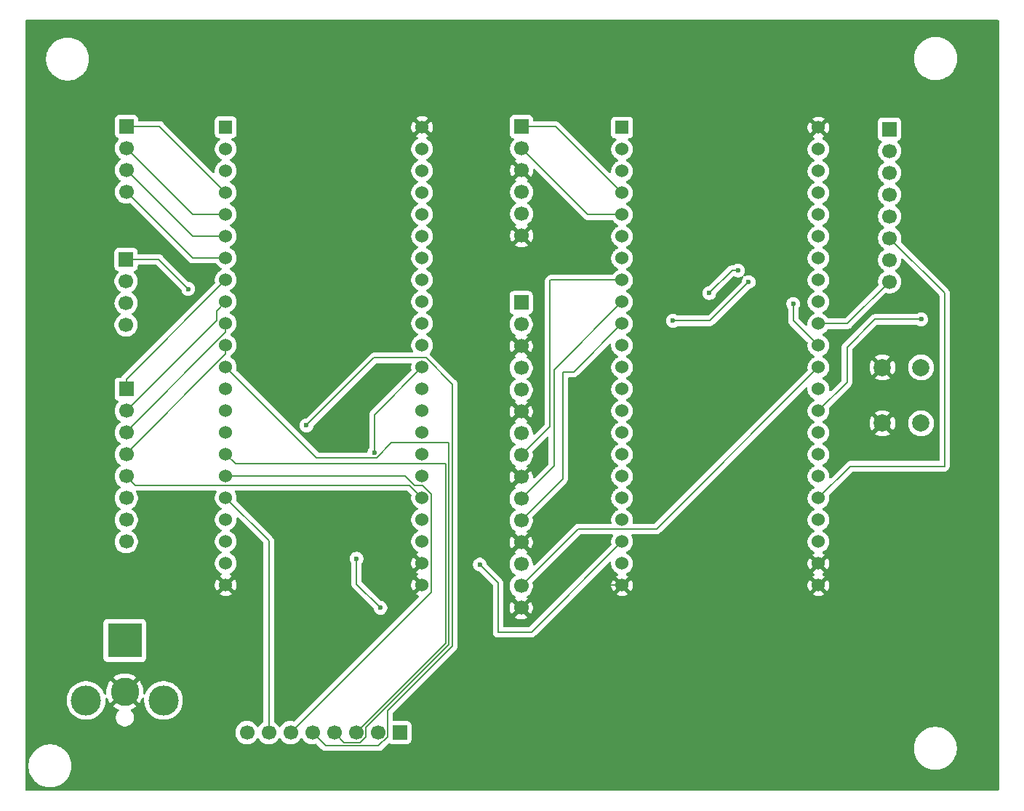
<source format=gbr>
%TF.GenerationSoftware,KiCad,Pcbnew,9.0.3*%
%TF.CreationDate,2025-07-31T09:13:31-06:00*%
%TF.ProjectId,ARC-210-ESP32S3-Board,4152432d-3231-4302-9d45-535033325333,rev?*%
%TF.SameCoordinates,Original*%
%TF.FileFunction,Copper,L2,Bot*%
%TF.FilePolarity,Positive*%
%FSLAX46Y46*%
G04 Gerber Fmt 4.6, Leading zero omitted, Abs format (unit mm)*
G04 Created by KiCad (PCBNEW 9.0.3) date 2025-07-31 09:13:31*
%MOMM*%
%LPD*%
G01*
G04 APERTURE LIST*
%TA.AperFunction,ComponentPad*%
%ADD10R,1.530000X1.530000*%
%TD*%
%TA.AperFunction,ComponentPad*%
%ADD11C,1.530000*%
%TD*%
%TA.AperFunction,ComponentPad*%
%ADD12C,2.000000*%
%TD*%
%TA.AperFunction,ComponentPad*%
%ADD13R,1.700000X1.700000*%
%TD*%
%TA.AperFunction,ComponentPad*%
%ADD14C,1.700000*%
%TD*%
%TA.AperFunction,ComponentPad*%
%ADD15R,4.000000X4.000000*%
%TD*%
%TA.AperFunction,ComponentPad*%
%ADD16C,3.300000*%
%TD*%
%TA.AperFunction,ComponentPad*%
%ADD17C,3.500000*%
%TD*%
%TA.AperFunction,ViaPad*%
%ADD18C,0.600000*%
%TD*%
%TA.AperFunction,Conductor*%
%ADD19C,0.200000*%
%TD*%
G04 APERTURE END LIST*
D10*
%TO.P,U2,J1_1,3V3*%
%TO.N,Net-(U2-3V3-PadJ1_1)*%
X189170000Y-48100000D03*
D11*
%TO.P,U2,J1_2,3V3*%
X189170000Y-50640000D03*
%TO.P,U2,J1_3,RST*%
%TO.N,Net-(U1-RST)*%
X189170000Y-53180000D03*
%TO.P,U2,J1_4,GPIO4*%
%TO.N,Net-(J5-Pin_1)*%
X189170000Y-55720000D03*
%TO.P,U2,J1_5,GPIO5*%
%TO.N,Net-(J5-Pin_2)*%
X189170000Y-58260000D03*
%TO.P,U2,J1_6,GPIO6*%
%TO.N,Net-(J5-Pin_4)*%
X189170000Y-60800000D03*
%TO.P,U2,J1_7,GPIO7*%
%TO.N,Net-(J5-Pin_5)*%
X189170000Y-63340000D03*
%TO.P,U2,J1_8,GPIO15*%
%TO.N,Net-(J6-Pin_8)*%
X189170000Y-65880000D03*
%TO.P,U2,J1_9,GPIO16*%
%TO.N,Net-(J6-Pin_10)*%
X189170000Y-68420000D03*
%TO.P,U2,J1_10,GPIO17*%
%TO.N,Net-(J6-Pin_11)*%
X189170000Y-70960000D03*
%TO.P,U2,J1_11,GPIO18*%
%TO.N,Net-(J7-Pin_5)*%
X189170000Y-73500000D03*
%TO.P,U2,J1_12,GPIO8*%
%TO.N,Net-(J6-Pin_1)*%
X189170000Y-76040000D03*
%TO.P,U2,J1_13,GPIO3*%
%TO.N,Net-(J7-Pin_4)*%
X189170000Y-78580000D03*
%TO.P,U2,J1_14,GPIO46*%
%TO.N,unconnected-(U2-GPIO46-PadJ1_14)*%
X189170000Y-81120000D03*
%TO.P,U2,J1_15,GPIO9*%
%TO.N,Net-(J6-Pin_2)*%
X189170000Y-83660000D03*
%TO.P,U2,J1_16,GPIO10*%
%TO.N,Net-(J6-Pin_4)*%
X189170000Y-86200000D03*
%TO.P,U2,J1_17,GPIO11*%
%TO.N,Net-(J6-Pin_5)*%
X189170000Y-88740000D03*
%TO.P,U2,J1_18,GPIO12*%
%TO.N,Net-(J6-Pin_7)*%
X189170000Y-91280000D03*
%TO.P,U2,J1_19,GPIO13*%
%TO.N,Net-(U1-GPIO14)*%
X189170000Y-93820000D03*
%TO.P,U2,J1_20,GPIO14*%
%TO.N,Net-(U1-GPIO13)*%
X189170000Y-96360000D03*
%TO.P,U2,J1_21,5V0*%
%TO.N,Net-(U1-5V0)*%
X189170000Y-98900000D03*
%TO.P,U2,J1_22,GND*%
%TO.N,GND*%
X189170000Y-101440000D03*
%TO.P,U2,J3_1,GND*%
X212030000Y-48100000D03*
%TO.P,U2,J3_2,U0TXD/GPIO43*%
%TO.N,unconnected-(U2-U0TXD{slash}GPIO43-PadJ3_2)*%
X212030000Y-50640000D03*
%TO.P,U2,J3_3,U0RXD/GPIO44*%
%TO.N,unconnected-(U2-U0RXD{slash}GPIO44-PadJ3_3)*%
X212030000Y-53180000D03*
%TO.P,U2,J3_4,GPIO1*%
%TO.N,Net-(J7-Pin_2)*%
X212030000Y-55720000D03*
%TO.P,U2,J3_5,GPIO2*%
%TO.N,Net-(J7-Pin_3)*%
X212030000Y-58260000D03*
%TO.P,U2,J3_6,MTMS/GPIO42*%
%TO.N,unconnected-(U2-MTMS{slash}GPIO42-PadJ3_6)*%
X212030000Y-60800000D03*
%TO.P,U2,J3_7,MTDI/GPIO41*%
%TO.N,unconnected-(U2-MTDI{slash}GPIO41-PadJ3_7)*%
X212030000Y-63340000D03*
%TO.P,U2,J3_8,MTDO/GPIO40*%
%TO.N,unconnected-(U2-MTDO{slash}GPIO40-PadJ3_8)*%
X212030000Y-65880000D03*
%TO.P,U2,J3_9,MTCK/GPIO39*%
%TO.N,unconnected-(U2-MTCK{slash}GPIO39-PadJ3_9)*%
X212030000Y-68420000D03*
%TO.P,U2,J3_10,GPIO38*%
%TO.N,Net-(J7-Pin_8)*%
X212030000Y-70960000D03*
%TO.P,U2,J3_11,GPIO37*%
%TO.N,Net-(J7-Pin_7)*%
X212030000Y-73500000D03*
%TO.P,U2,J3_12,GPIO36*%
%TO.N,Net-(J6-Pin_14)*%
X212030000Y-76040000D03*
%TO.P,U2,J3_13,GPIO35*%
%TO.N,Net-(J6-Pin_13)*%
X212030000Y-78580000D03*
%TO.P,U2,J3_14,GPIO0*%
%TO.N,Net-(J7-Pin_1)*%
X212030000Y-81120000D03*
%TO.P,U2,J3_15,GPIO45*%
%TO.N,unconnected-(U2-GPIO45-PadJ3_15)*%
X212030000Y-83660000D03*
%TO.P,U2,J3_16,GPIO48*%
%TO.N,unconnected-(U2-GPIO48-PadJ3_16)*%
X212030000Y-86200000D03*
%TO.P,U2,J3_17,GPIO47*%
%TO.N,unconnected-(U2-GPIO47-PadJ3_17)*%
X212030000Y-88740000D03*
%TO.P,U2,J3_18,GPIO21*%
%TO.N,Net-(J7-Pin_6)*%
X212030000Y-91280000D03*
%TO.P,U2,J3_19,USB_D+/GPIO20*%
%TO.N,unconnected-(U2-USB_D+{slash}GPIO20-PadJ3_19)*%
X212030000Y-93820000D03*
%TO.P,U2,J3_20,USB_D-/GPIO19*%
%TO.N,unconnected-(U2-USB_D-{slash}GPIO19-PadJ3_20)*%
X212030000Y-96360000D03*
%TO.P,U2,J3_21,GND*%
%TO.N,GND*%
X212030000Y-98900000D03*
%TO.P,U2,J3_22,GND*%
X212030000Y-101440000D03*
%TD*%
D10*
%TO.P,U1,J1_1,3V3*%
%TO.N,Net-(J1-Pin_1)*%
X143030000Y-48060000D03*
D11*
%TO.P,U1,J1_2,3V3*%
X143030000Y-50600000D03*
%TO.P,U1,J1_3,RST*%
%TO.N,Net-(U1-RST)*%
X143030000Y-53140000D03*
%TO.P,U1,J1_4,GPIO4*%
%TO.N,Net-(J4-Pin_1)*%
X143030000Y-55680000D03*
%TO.P,U1,J1_5,GPIO5*%
%TO.N,Net-(J4-Pin_2)*%
X143030000Y-58220000D03*
%TO.P,U1,J1_6,GPIO6*%
%TO.N,Net-(J4-Pin_3)*%
X143030000Y-60760000D03*
%TO.P,U1,J1_7,GPIO7*%
%TO.N,Net-(J4-Pin_4)*%
X143030000Y-63300000D03*
%TO.P,U1,J1_8,GPIO15*%
%TO.N,Net-(J8-Pin_1)*%
X143030000Y-65840000D03*
%TO.P,U1,J1_9,GPIO16*%
%TO.N,Net-(J8-Pin_2)*%
X143030000Y-68380000D03*
%TO.P,U1,J1_10,GPIO17*%
%TO.N,Net-(J8-Pin_3)*%
X143030000Y-70920000D03*
%TO.P,U1,J1_11,GPIO18*%
%TO.N,Net-(J8-Pin_4)*%
X143030000Y-73460000D03*
%TO.P,U1,J1_12,GPIO8*%
%TO.N,Net-(J1-Pin_4)*%
X143030000Y-76000000D03*
%TO.P,U1,J1_13,GPIO3*%
%TO.N,Net-(J3-Pin_4)*%
X143030000Y-78540000D03*
%TO.P,U1,J1_14,GPIO46*%
%TO.N,unconnected-(U1-GPIO46-PadJ1_14)*%
X143030000Y-81080000D03*
%TO.P,U1,J1_15,GPIO9*%
%TO.N,Net-(J1-Pin_5)*%
X143030000Y-83620000D03*
%TO.P,U1,J1_16,GPIO10*%
%TO.N,Net-(J1-Pin_3)*%
X143030000Y-86160000D03*
%TO.P,U1,J1_17,GPIO11*%
%TO.N,Net-(J1-Pin_6)*%
X143030000Y-88700000D03*
%TO.P,U1,J1_18,GPIO12*%
%TO.N,Net-(J1-Pin_7)*%
X143030000Y-91240000D03*
%TO.P,U1,J1_19,GPIO13*%
%TO.N,Net-(U1-GPIO13)*%
X143030000Y-93780000D03*
%TO.P,U1,J1_20,GPIO14*%
%TO.N,Net-(U1-GPIO14)*%
X143030000Y-96320000D03*
%TO.P,U1,J1_21,5V0*%
%TO.N,Net-(U1-5V0)*%
X143030000Y-98860000D03*
%TO.P,U1,J1_22,GND*%
%TO.N,GND*%
X143030000Y-101400000D03*
%TO.P,U1,J3_1,GND*%
X165890000Y-48060000D03*
%TO.P,U1,J3_2,U0TXD/GPIO43*%
%TO.N,unconnected-(U1-U0TXD{slash}GPIO43-PadJ3_2)*%
X165890000Y-50600000D03*
%TO.P,U1,J3_3,U0RXD/GPIO44*%
%TO.N,unconnected-(U1-U0RXD{slash}GPIO44-PadJ3_3)*%
X165890000Y-53140000D03*
%TO.P,U1,J3_4,GPIO1*%
%TO.N,Net-(J3-Pin_2)*%
X165890000Y-55680000D03*
%TO.P,U1,J3_5,GPIO2*%
%TO.N,Net-(J3-Pin_3)*%
X165890000Y-58220000D03*
%TO.P,U1,J3_6,MTMS/GPIO42*%
%TO.N,unconnected-(U1-MTMS{slash}GPIO42-PadJ3_6)*%
X165890000Y-60760000D03*
%TO.P,U1,J3_7,MTDI/GPIO41*%
%TO.N,unconnected-(U1-MTDI{slash}GPIO41-PadJ3_7)*%
X165890000Y-63300000D03*
%TO.P,U1,J3_8,MTDO/GPIO40*%
%TO.N,unconnected-(U1-MTDO{slash}GPIO40-PadJ3_8)*%
X165890000Y-65840000D03*
%TO.P,U1,J3_9,MTCK/GPIO39*%
%TO.N,unconnected-(U1-MTCK{slash}GPIO39-PadJ3_9)*%
X165890000Y-68380000D03*
%TO.P,U1,J3_10,GPIO38*%
%TO.N,unconnected-(U1-GPIO38-PadJ3_10)*%
X165890000Y-70920000D03*
%TO.P,U1,J3_11,GPIO37*%
%TO.N,Net-(J8-Pin_8)*%
X165890000Y-73460000D03*
%TO.P,U1,J3_12,GPIO36*%
%TO.N,Net-(J8-Pin_7)*%
X165890000Y-76000000D03*
%TO.P,U1,J3_13,GPIO35*%
%TO.N,Net-(J8-Pin_6)*%
X165890000Y-78540000D03*
%TO.P,U1,J3_14,GPIO0*%
%TO.N,Net-(J3-Pin_1)*%
X165890000Y-81080000D03*
%TO.P,U1,J3_15,GPIO45*%
%TO.N,unconnected-(U1-GPIO45-PadJ3_15)*%
X165890000Y-83620000D03*
%TO.P,U1,J3_16,GPIO48*%
%TO.N,unconnected-(U1-GPIO48-PadJ3_16)*%
X165890000Y-86160000D03*
%TO.P,U1,J3_17,GPIO47*%
%TO.N,unconnected-(U1-GPIO47-PadJ3_17)*%
X165890000Y-88700000D03*
%TO.P,U1,J3_18,GPIO21*%
%TO.N,Net-(J8-Pin_5)*%
X165890000Y-91240000D03*
%TO.P,U1,J3_19,USB_D+/GPIO20*%
%TO.N,unconnected-(U1-USB_D+{slash}GPIO20-PadJ3_19)*%
X165890000Y-93780000D03*
%TO.P,U1,J3_20,USB_D-/GPIO19*%
%TO.N,unconnected-(U1-USB_D-{slash}GPIO19-PadJ3_20)*%
X165890000Y-96320000D03*
%TO.P,U1,J3_21,GND*%
%TO.N,GND*%
X165890000Y-98860000D03*
%TO.P,U1,J3_22,GND*%
X165890000Y-101400000D03*
%TD*%
D12*
%TO.P,SW1,1,1*%
%TO.N,GND*%
X219480000Y-82550000D03*
X219480000Y-76050000D03*
%TO.P,SW1,2,2*%
%TO.N,Net-(U1-RST)*%
X223980000Y-82550000D03*
X223980000Y-76050000D03*
%TD*%
D13*
%TO.P,J8,1,Pin_1*%
%TO.N,Net-(J8-Pin_1)*%
X131450000Y-78580000D03*
D14*
%TO.P,J8,2,Pin_2*%
%TO.N,Net-(J8-Pin_2)*%
X131450000Y-81120000D03*
%TO.P,J8,3,Pin_3*%
%TO.N,Net-(J8-Pin_3)*%
X131450000Y-83660000D03*
%TO.P,J8,4,Pin_4*%
%TO.N,Net-(J8-Pin_4)*%
X131450000Y-86200000D03*
%TO.P,J8,5,Pin_5*%
%TO.N,Net-(J8-Pin_5)*%
X131450000Y-88740000D03*
%TO.P,J8,6,Pin_6*%
%TO.N,Net-(J8-Pin_6)*%
X131450000Y-91280000D03*
%TO.P,J8,7,Pin_7*%
%TO.N,Net-(J8-Pin_7)*%
X131450000Y-93820000D03*
%TO.P,J8,8,Pin_8*%
%TO.N,Net-(J8-Pin_8)*%
X131450000Y-96360000D03*
%TD*%
D13*
%TO.P,J7,1,Pin_1*%
%TO.N,Net-(J7-Pin_1)*%
X220310000Y-48290000D03*
D14*
%TO.P,J7,2,Pin_2*%
%TO.N,Net-(J7-Pin_2)*%
X220310000Y-50830000D03*
%TO.P,J7,3,Pin_3*%
%TO.N,Net-(J7-Pin_3)*%
X220310000Y-53370000D03*
%TO.P,J7,4,Pin_4*%
%TO.N,Net-(J7-Pin_4)*%
X220310000Y-55910000D03*
%TO.P,J7,5,Pin_5*%
%TO.N,Net-(J7-Pin_5)*%
X220310000Y-58450000D03*
%TO.P,J7,6,Pin_6*%
%TO.N,Net-(J7-Pin_6)*%
X220310000Y-60990000D03*
%TO.P,J7,7,Pin_7*%
%TO.N,Net-(J7-Pin_7)*%
X220310000Y-63530000D03*
%TO.P,J7,8,Pin_8*%
%TO.N,Net-(J7-Pin_8)*%
X220310000Y-66070000D03*
%TD*%
D13*
%TO.P,J6,1,Pin_1*%
%TO.N,Net-(J6-Pin_1)*%
X177420000Y-68500000D03*
D14*
%TO.P,J6,2,Pin_2*%
%TO.N,Net-(J6-Pin_2)*%
X177420000Y-71040000D03*
%TO.P,J6,3,Pin_3*%
%TO.N,GND*%
X177420000Y-73580000D03*
%TO.P,J6,4,Pin_4*%
%TO.N,Net-(J6-Pin_4)*%
X177420000Y-76120000D03*
%TO.P,J6,5,Pin_5*%
%TO.N,Net-(J6-Pin_5)*%
X177420000Y-78660000D03*
%TO.P,J6,6,Pin_6*%
%TO.N,GND*%
X177420000Y-81200000D03*
%TO.P,J6,7,Pin_7*%
%TO.N,Net-(J6-Pin_7)*%
X177420000Y-83740000D03*
%TO.P,J6,8,Pin_8*%
%TO.N,Net-(J6-Pin_8)*%
X177420000Y-86280000D03*
%TO.P,J6,9,Pin_9*%
%TO.N,GND*%
X177420000Y-88820000D03*
%TO.P,J6,10,Pin_10*%
%TO.N,Net-(J6-Pin_10)*%
X177420000Y-91360000D03*
%TO.P,J6,11,Pin_11*%
%TO.N,Net-(J6-Pin_11)*%
X177420000Y-93900000D03*
%TO.P,J6,12,Pin_12*%
%TO.N,GND*%
X177420000Y-96440000D03*
%TO.P,J6,13,Pin_13*%
%TO.N,Net-(J6-Pin_13)*%
X177420000Y-98980000D03*
%TO.P,J6,14,Pin_14*%
%TO.N,Net-(J6-Pin_14)*%
X177420000Y-101520000D03*
%TO.P,J6,15,Pin_15*%
%TO.N,GND*%
X177420000Y-104060000D03*
%TD*%
D13*
%TO.P,J5,1,Pin_1*%
%TO.N,Net-(J5-Pin_1)*%
X177470000Y-48000000D03*
D14*
%TO.P,J5,2,Pin_2*%
%TO.N,Net-(J5-Pin_2)*%
X177470000Y-50540000D03*
%TO.P,J5,3,Pin_3*%
%TO.N,GND*%
X177470000Y-53080000D03*
%TO.P,J5,4,Pin_4*%
%TO.N,Net-(J5-Pin_4)*%
X177470000Y-55620000D03*
%TO.P,J5,5,Pin_5*%
%TO.N,Net-(J5-Pin_5)*%
X177470000Y-58160000D03*
%TO.P,J5,6,Pin_6*%
%TO.N,GND*%
X177470000Y-60700000D03*
%TD*%
D13*
%TO.P,J4,1,Pin_1*%
%TO.N,Net-(J4-Pin_1)*%
X131470000Y-47970000D03*
D14*
%TO.P,J4,2,Pin_2*%
%TO.N,Net-(J4-Pin_2)*%
X131470000Y-50510000D03*
%TO.P,J4,3,Pin_3*%
%TO.N,Net-(J4-Pin_3)*%
X131470000Y-53050000D03*
%TO.P,J4,4,Pin_4*%
%TO.N,Net-(J4-Pin_4)*%
X131470000Y-55590000D03*
%TD*%
%TO.P,J3,4,Pin_4*%
%TO.N,Net-(J3-Pin_4)*%
X131430000Y-71090000D03*
%TO.P,J3,3,Pin_3*%
%TO.N,Net-(J3-Pin_3)*%
X131430000Y-68550000D03*
%TO.P,J3,2,Pin_2*%
%TO.N,Net-(J3-Pin_2)*%
X131430000Y-66010000D03*
D13*
%TO.P,J3,1,Pin_1*%
%TO.N,Net-(J3-Pin_1)*%
X131430000Y-63470000D03*
%TD*%
D15*
%TO.P,J2,1*%
%TO.N,Net-(U1-5V0)*%
X131280000Y-107840000D03*
D16*
%TO.P,J2,2*%
%TO.N,GND*%
X131280000Y-113840000D03*
D17*
%TO.P,J2,MP*%
%TO.N,N/C*%
X126780000Y-114840000D03*
X135780000Y-114840000D03*
%TD*%
D13*
%TO.P,J1,1,Pin_1*%
%TO.N,Net-(J1-Pin_1)*%
X163280000Y-118590000D03*
D14*
%TO.P,J1,2,Pin_2*%
%TO.N,GND*%
X160740000Y-118590000D03*
%TO.P,J1,3,Pin_3*%
%TO.N,Net-(J1-Pin_3)*%
X158200000Y-118590000D03*
%TO.P,J1,4,Pin_4*%
%TO.N,Net-(J1-Pin_4)*%
X155660000Y-118590000D03*
%TO.P,J1,5,Pin_5*%
%TO.N,Net-(J1-Pin_5)*%
X153120000Y-118590000D03*
%TO.P,J1,6,Pin_6*%
%TO.N,Net-(J1-Pin_6)*%
X150580000Y-118590000D03*
%TO.P,J1,7,Pin_7*%
%TO.N,Net-(J1-Pin_7)*%
X148040000Y-118590000D03*
%TO.P,J1,8,Pin_8*%
%TO.N,Net-(J1-Pin_1)*%
X145500000Y-118590000D03*
%TD*%
D18*
%TO.N,Net-(J7-Pin_7)*%
X209090000Y-68630000D03*
%TO.N,GND*%
X185120000Y-101940000D03*
%TO.N,Net-(U1-GPIO14)*%
X161040000Y-104060000D03*
X158260000Y-98320000D03*
%TO.N,Net-(U1-GPIO13)*%
X172610000Y-99020000D03*
%TO.N,Net-(J1-Pin_5)*%
X152430000Y-82810000D03*
%TO.N,Net-(J3-Pin_1)*%
X138650000Y-66900000D03*
%TO.N,Net-(J7-Pin_1)*%
X223990000Y-70450000D03*
%TO.N,Net-(J7-Pin_5)*%
X195070000Y-70620000D03*
X203910000Y-66100000D03*
%TO.N,Net-(J7-Pin_4)*%
X199330000Y-67390000D03*
X202680000Y-64750000D03*
%TO.N,Net-(J8-Pin_7)*%
X160330000Y-85970000D03*
%TD*%
D19*
%TO.N,Net-(J7-Pin_7)*%
X209090000Y-70560000D02*
X212030000Y-73500000D01*
X209090000Y-68630000D02*
X209090000Y-70560000D01*
%TO.N,Net-(J7-Pin_8)*%
X215420000Y-70960000D02*
X220310000Y-66070000D01*
X212030000Y-70960000D02*
X215420000Y-70960000D01*
%TO.N,GND*%
X185620000Y-101440000D02*
X189170000Y-101440000D01*
X185120000Y-101940000D02*
X185620000Y-101440000D01*
%TO.N,Net-(U1-GPIO14)*%
X158260000Y-98320000D02*
X158260000Y-101280000D01*
X158260000Y-101280000D02*
X161040000Y-104060000D01*
%TO.N,Net-(U1-GPIO13)*%
X178620000Y-106910000D02*
X189170000Y-96360000D01*
X174730000Y-106910000D02*
X178620000Y-106910000D01*
X174730000Y-101140000D02*
X174730000Y-106910000D01*
X172610000Y-99020000D02*
X174730000Y-101140000D01*
%TO.N,Net-(J6-Pin_14)*%
X193184000Y-94886000D02*
X212030000Y-76040000D01*
X184054000Y-94886000D02*
X193184000Y-94886000D01*
X177420000Y-101520000D02*
X184054000Y-94886000D01*
%TO.N,Net-(J6-Pin_11)*%
X182260000Y-76600000D02*
X183530000Y-76600000D01*
X182260000Y-89060000D02*
X182260000Y-76600000D01*
X183530000Y-76600000D02*
X189170000Y-70960000D01*
X177420000Y-93900000D02*
X182260000Y-89060000D01*
%TO.N,Net-(J6-Pin_10)*%
X181230000Y-76360000D02*
X189170000Y-68420000D01*
X181230000Y-87550000D02*
X181230000Y-76360000D01*
X177420000Y-91360000D02*
X181230000Y-87550000D01*
%TO.N,Net-(J6-Pin_8)*%
X180840000Y-65880000D02*
X189170000Y-65880000D01*
X180790000Y-82910000D02*
X180790000Y-65930000D01*
X180790000Y-65930000D02*
X180840000Y-65880000D01*
X177420000Y-86280000D02*
X180790000Y-82910000D01*
%TO.N,Net-(J5-Pin_1)*%
X181450000Y-48000000D02*
X189170000Y-55720000D01*
X177470000Y-48000000D02*
X181450000Y-48000000D01*
%TO.N,Net-(J5-Pin_2)*%
X185190000Y-58260000D02*
X189170000Y-58260000D01*
X177470000Y-50540000D02*
X185190000Y-58260000D01*
%TO.N,Net-(J1-Pin_7)*%
X148040000Y-118590000D02*
X148040000Y-96250000D01*
X148040000Y-96250000D02*
X143030000Y-91240000D01*
%TO.N,Net-(J1-Pin_6)*%
X164983100Y-89766000D02*
X163917100Y-88700000D01*
X165923552Y-89766000D02*
X164983100Y-89766000D01*
X166956000Y-90798448D02*
X165923552Y-89766000D01*
X166956000Y-102214000D02*
X166956000Y-90798448D01*
X150580000Y-118590000D02*
X166956000Y-102214000D01*
X163917100Y-88700000D02*
X143030000Y-88700000D01*
%TO.N,Net-(J1-Pin_5)*%
X160306000Y-74934000D02*
X152430000Y-82810000D01*
X169412000Y-78014448D02*
X166331552Y-74934000D01*
X166331552Y-74934000D02*
X160306000Y-74934000D01*
X169412000Y-108512200D02*
X169412000Y-78014448D01*
X161891000Y-119066760D02*
X161891000Y-116033200D01*
X160815760Y-120142000D02*
X161891000Y-119066760D01*
X154672000Y-120142000D02*
X160815760Y-120142000D01*
X161891000Y-116033200D02*
X169412000Y-108512200D01*
X153120000Y-118590000D02*
X154672000Y-120142000D01*
%TO.N,Net-(J1-Pin_4)*%
X153601000Y-86571000D02*
X143030000Y-76000000D01*
X160578943Y-86571000D02*
X153601000Y-86571000D01*
X162324495Y-84825448D02*
X160578943Y-86571000D01*
X169011000Y-84825448D02*
X162324495Y-84825448D01*
X169011000Y-108346100D02*
X169011000Y-84825448D01*
X159351000Y-118006100D02*
X169011000Y-108346100D01*
X159351000Y-119066760D02*
X159351000Y-118006100D01*
X158676760Y-119741000D02*
X159351000Y-119066760D01*
X156811000Y-119741000D02*
X158676760Y-119741000D01*
X155660000Y-118590000D02*
X156811000Y-119741000D01*
%TO.N,Net-(J1-Pin_3)*%
X144170000Y-87300000D02*
X143030000Y-86160000D01*
X168610000Y-87300000D02*
X144170000Y-87300000D01*
X168610000Y-108180000D02*
X168610000Y-87300000D01*
X158200000Y-118590000D02*
X168610000Y-108180000D01*
%TO.N,Net-(J3-Pin_1)*%
X135220000Y-63470000D02*
X138650000Y-66900000D01*
X131430000Y-63470000D02*
X135220000Y-63470000D01*
%TO.N,Net-(J7-Pin_6)*%
X226700000Y-87560000D02*
X215750000Y-87560000D01*
X215750000Y-87560000D02*
X212030000Y-91280000D01*
X226700000Y-67380000D02*
X226700000Y-87560000D01*
X220310000Y-60990000D02*
X226700000Y-67380000D01*
%TO.N,Net-(J7-Pin_1)*%
X215350000Y-73680000D02*
X215350000Y-77800000D01*
X215350000Y-77800000D02*
X212030000Y-81120000D01*
X223990000Y-70450000D02*
X218580000Y-70450000D01*
X218580000Y-70450000D02*
X215350000Y-73680000D01*
%TO.N,Net-(J7-Pin_5)*%
X203910000Y-66100000D02*
X199390000Y-70620000D01*
X199390000Y-70620000D02*
X195070000Y-70620000D01*
%TO.N,Net-(J7-Pin_4)*%
X202680000Y-64750000D02*
X201970000Y-64750000D01*
X201970000Y-64750000D02*
X199330000Y-67390000D01*
%TO.N,Net-(J8-Pin_4)*%
X143030000Y-74492448D02*
X143030000Y-73460000D01*
X131450000Y-86072448D02*
X143030000Y-74492448D01*
X131450000Y-86200000D02*
X131450000Y-86072448D01*
%TO.N,Net-(J8-Pin_3)*%
X143030000Y-71952448D02*
X143030000Y-70920000D01*
X131450000Y-83532448D02*
X143030000Y-71952448D01*
X131450000Y-83660000D02*
X131450000Y-83532448D01*
%TO.N,Net-(J8-Pin_2)*%
X141964000Y-70606000D02*
X141964000Y-69446000D01*
X141964000Y-69446000D02*
X143030000Y-68380000D01*
X131450000Y-81120000D02*
X141964000Y-70606000D01*
%TO.N,Net-(J8-Pin_1)*%
X131450000Y-77420000D02*
X143030000Y-65840000D01*
X131450000Y-78580000D02*
X131450000Y-77420000D01*
%TO.N,Net-(J4-Pin_1)*%
X135320000Y-47970000D02*
X143030000Y-55680000D01*
X131470000Y-47970000D02*
X135320000Y-47970000D01*
%TO.N,Net-(J4-Pin_2)*%
X139180000Y-58220000D02*
X143030000Y-58220000D01*
X131470000Y-50510000D02*
X139180000Y-58220000D01*
%TO.N,Net-(J4-Pin_3)*%
X139180000Y-60760000D02*
X143030000Y-60760000D01*
X131470000Y-53050000D02*
X139180000Y-60760000D01*
%TO.N,Net-(J4-Pin_4)*%
X139180000Y-63300000D02*
X143030000Y-63300000D01*
X131470000Y-55590000D02*
X139180000Y-63300000D01*
%TO.N,Net-(J8-Pin_5)*%
X164416000Y-89766000D02*
X165890000Y-91240000D01*
X132476000Y-89766000D02*
X164416000Y-89766000D01*
X131450000Y-88740000D02*
X132476000Y-89766000D01*
%TO.N,Net-(J8-Pin_7)*%
X160330000Y-81560000D02*
X165890000Y-76000000D01*
X160330000Y-85970000D02*
X160330000Y-81560000D01*
%TD*%
%TA.AperFunction,Conductor*%
%TO.N,GND*%
G36*
X164182942Y-90386185D02*
G01*
X164203584Y-90402819D01*
X164623741Y-90822976D01*
X164657226Y-90884299D01*
X164656638Y-90939588D01*
X164655661Y-90943659D01*
X164624500Y-91140403D01*
X164624500Y-91339596D01*
X164655661Y-91536340D01*
X164655661Y-91536343D01*
X164717213Y-91725780D01*
X164717215Y-91725783D01*
X164807647Y-91903266D01*
X164924731Y-92064418D01*
X165065582Y-92205269D01*
X165226734Y-92322353D01*
X165296453Y-92357877D01*
X165378172Y-92399515D01*
X165428968Y-92447490D01*
X165445763Y-92515311D01*
X165423225Y-92581446D01*
X165378172Y-92620485D01*
X165226733Y-92697647D01*
X165134790Y-92764447D01*
X165065582Y-92814731D01*
X165065580Y-92814733D01*
X165065579Y-92814733D01*
X164924733Y-92955579D01*
X164924733Y-92955580D01*
X164924731Y-92955582D01*
X164895671Y-92995580D01*
X164807647Y-93116733D01*
X164717213Y-93294219D01*
X164655661Y-93483656D01*
X164655661Y-93483659D01*
X164624500Y-93680403D01*
X164624500Y-93879596D01*
X164655661Y-94076340D01*
X164655661Y-94076343D01*
X164717213Y-94265780D01*
X164788394Y-94405480D01*
X164807647Y-94443266D01*
X164924731Y-94604418D01*
X165065582Y-94745269D01*
X165226734Y-94862353D01*
X165296453Y-94897877D01*
X165378172Y-94939515D01*
X165428968Y-94987490D01*
X165445763Y-95055311D01*
X165423225Y-95121446D01*
X165378172Y-95160485D01*
X165226733Y-95237647D01*
X165167394Y-95280760D01*
X165065582Y-95354731D01*
X165065580Y-95354733D01*
X165065579Y-95354733D01*
X164924733Y-95495579D01*
X164924733Y-95495580D01*
X164924731Y-95495582D01*
X164895671Y-95535580D01*
X164807647Y-95656733D01*
X164717213Y-95834219D01*
X164655661Y-96023656D01*
X164655661Y-96023659D01*
X164624500Y-96220403D01*
X164624500Y-96419596D01*
X164655661Y-96616340D01*
X164655661Y-96616343D01*
X164717213Y-96805780D01*
X164737594Y-96845780D01*
X164807647Y-96983266D01*
X164924731Y-97144418D01*
X165065582Y-97285269D01*
X165226734Y-97402353D01*
X165305237Y-97442352D01*
X165378722Y-97479795D01*
X165429518Y-97527770D01*
X165446313Y-97595591D01*
X165423776Y-97661726D01*
X165378723Y-97700764D01*
X165226993Y-97778075D01*
X165189135Y-97805580D01*
X165189135Y-97805581D01*
X165752425Y-98368871D01*
X165693147Y-98384755D01*
X165576853Y-98451898D01*
X165481898Y-98546853D01*
X165414755Y-98663147D01*
X165398871Y-98722425D01*
X164835581Y-98159135D01*
X164835580Y-98159135D01*
X164808077Y-98196990D01*
X164717679Y-98374405D01*
X164656147Y-98563777D01*
X164625000Y-98760436D01*
X164625000Y-98959563D01*
X164656147Y-99156222D01*
X164717679Y-99345594D01*
X164808077Y-99523008D01*
X164835580Y-99560863D01*
X164835581Y-99560864D01*
X165398871Y-98997574D01*
X165414755Y-99056853D01*
X165481898Y-99173147D01*
X165576853Y-99268102D01*
X165693147Y-99335245D01*
X165752423Y-99351127D01*
X165189134Y-99914417D01*
X165226999Y-99941928D01*
X165379272Y-100019516D01*
X165430068Y-100067490D01*
X165446863Y-100135311D01*
X165424325Y-100201446D01*
X165379272Y-100240484D01*
X165226996Y-100318073D01*
X165226995Y-100318074D01*
X165189135Y-100345580D01*
X165189135Y-100345581D01*
X165752425Y-100908871D01*
X165693147Y-100924755D01*
X165576853Y-100991898D01*
X165481898Y-101086853D01*
X165414755Y-101203147D01*
X165398871Y-101262425D01*
X164835581Y-100699135D01*
X164835580Y-100699135D01*
X164808077Y-100736990D01*
X164717679Y-100914405D01*
X164656147Y-101103777D01*
X164625000Y-101300436D01*
X164625000Y-101499563D01*
X164656147Y-101696222D01*
X164717679Y-101885594D01*
X164808077Y-102063008D01*
X164835580Y-102100863D01*
X164835581Y-102100864D01*
X165398871Y-101537574D01*
X165414755Y-101596853D01*
X165481898Y-101713147D01*
X165576853Y-101808102D01*
X165693147Y-101875245D01*
X165752423Y-101891127D01*
X165189134Y-102454417D01*
X165226994Y-102481924D01*
X165404405Y-102572320D01*
X165471626Y-102594162D01*
X165529301Y-102633599D01*
X165556500Y-102697958D01*
X165544585Y-102766804D01*
X165520989Y-102799774D01*
X151064522Y-117256241D01*
X151003199Y-117289726D01*
X150938523Y-117286491D01*
X150896245Y-117272754D01*
X150756272Y-117250584D01*
X150686287Y-117239500D01*
X150473713Y-117239500D01*
X150425042Y-117247208D01*
X150263760Y-117272753D01*
X150061585Y-117338444D01*
X149872179Y-117434951D01*
X149700213Y-117559890D01*
X149549890Y-117710213D01*
X149424949Y-117882182D01*
X149420484Y-117890946D01*
X149372509Y-117941742D01*
X149304688Y-117958536D01*
X149238553Y-117935998D01*
X149199516Y-117890946D01*
X149195050Y-117882182D01*
X149070109Y-117710213D01*
X148919786Y-117559890D01*
X148747815Y-117434948D01*
X148747814Y-117434947D01*
X148708205Y-117414765D01*
X148657409Y-117366791D01*
X148640500Y-117304281D01*
X148640500Y-98241153D01*
X157459500Y-98241153D01*
X157459500Y-98398846D01*
X157490261Y-98553489D01*
X157490264Y-98553501D01*
X157550602Y-98699172D01*
X157550609Y-98699185D01*
X157638602Y-98830874D01*
X157659480Y-98897551D01*
X157659500Y-98899765D01*
X157659500Y-101193330D01*
X157659499Y-101193348D01*
X157659499Y-101359054D01*
X157659498Y-101359054D01*
X157670470Y-101400000D01*
X157700423Y-101511785D01*
X157722728Y-101550418D01*
X157729358Y-101561900D01*
X157729359Y-101561904D01*
X157729360Y-101561904D01*
X157749537Y-101596853D01*
X157779479Y-101648714D01*
X157779481Y-101648717D01*
X157898349Y-101767585D01*
X157898355Y-101767590D01*
X160205425Y-104074660D01*
X160238910Y-104135983D01*
X160239361Y-104138149D01*
X160270261Y-104293491D01*
X160270264Y-104293501D01*
X160330602Y-104439172D01*
X160330609Y-104439185D01*
X160418210Y-104570288D01*
X160418213Y-104570292D01*
X160529707Y-104681786D01*
X160529711Y-104681789D01*
X160660814Y-104769390D01*
X160660827Y-104769397D01*
X160787138Y-104821716D01*
X160806503Y-104829737D01*
X160961153Y-104860499D01*
X160961156Y-104860500D01*
X160961158Y-104860500D01*
X161118844Y-104860500D01*
X161118845Y-104860499D01*
X161273497Y-104829737D01*
X161419179Y-104769394D01*
X161550289Y-104681789D01*
X161661789Y-104570289D01*
X161749394Y-104439179D01*
X161809737Y-104293497D01*
X161840500Y-104138842D01*
X161840500Y-103981158D01*
X161840500Y-103981155D01*
X161840499Y-103981153D01*
X161809738Y-103826510D01*
X161809737Y-103826503D01*
X161809735Y-103826498D01*
X161749397Y-103680827D01*
X161749390Y-103680814D01*
X161661789Y-103549711D01*
X161661786Y-103549707D01*
X161550292Y-103438213D01*
X161550288Y-103438210D01*
X161419185Y-103350609D01*
X161419172Y-103350602D01*
X161273501Y-103290264D01*
X161273491Y-103290261D01*
X161118151Y-103259362D01*
X161056241Y-103226977D01*
X161054662Y-103225426D01*
X158896819Y-101067583D01*
X158863334Y-101006260D01*
X158860500Y-100979902D01*
X158860500Y-98899765D01*
X158865746Y-98881897D01*
X158865990Y-98863278D01*
X158879648Y-98834553D01*
X158880185Y-98832726D01*
X158881070Y-98831368D01*
X158881772Y-98830305D01*
X158881789Y-98830289D01*
X158969394Y-98699179D01*
X159029737Y-98553497D01*
X159060500Y-98398842D01*
X159060500Y-98241158D01*
X159060500Y-98241155D01*
X159060499Y-98241153D01*
X159051663Y-98196733D01*
X159029737Y-98086503D01*
X159029735Y-98086498D01*
X158969397Y-97940827D01*
X158969390Y-97940814D01*
X158881789Y-97809711D01*
X158881786Y-97809707D01*
X158770292Y-97698213D01*
X158770288Y-97698210D01*
X158639185Y-97610609D01*
X158639172Y-97610602D01*
X158493501Y-97550264D01*
X158493489Y-97550261D01*
X158338845Y-97519500D01*
X158338842Y-97519500D01*
X158181158Y-97519500D01*
X158181155Y-97519500D01*
X158026510Y-97550261D01*
X158026498Y-97550264D01*
X157880827Y-97610602D01*
X157880814Y-97610609D01*
X157749711Y-97698210D01*
X157749707Y-97698213D01*
X157638213Y-97809707D01*
X157638210Y-97809711D01*
X157550609Y-97940814D01*
X157550602Y-97940827D01*
X157490264Y-98086498D01*
X157490261Y-98086510D01*
X157459500Y-98241153D01*
X148640500Y-98241153D01*
X148640500Y-96339059D01*
X148640501Y-96339046D01*
X148640501Y-96170945D01*
X148640501Y-96170943D01*
X148599577Y-96018215D01*
X148570639Y-95968095D01*
X148520520Y-95881284D01*
X148408716Y-95769480D01*
X148408715Y-95769479D01*
X148404385Y-95765149D01*
X148404374Y-95765139D01*
X144296257Y-91657022D01*
X144262772Y-91595699D01*
X144263368Y-91540378D01*
X144264332Y-91536358D01*
X144264339Y-91536339D01*
X144295500Y-91339597D01*
X144295500Y-91140403D01*
X144264339Y-90943661D01*
X144264338Y-90943657D01*
X144264338Y-90943656D01*
X144202786Y-90754219D01*
X144185040Y-90719391D01*
X144112353Y-90576734D01*
X144102654Y-90563385D01*
X144079175Y-90497579D01*
X144095000Y-90429525D01*
X144145106Y-90380830D01*
X144202973Y-90366500D01*
X164115903Y-90366500D01*
X164182942Y-90386185D01*
G37*
%TD.AperFunction*%
%TA.AperFunction,Conductor*%
G36*
X187826948Y-73254799D02*
G01*
X187882881Y-73296671D01*
X187907298Y-73362135D01*
X187906088Y-73390372D01*
X187904500Y-73400400D01*
X187904500Y-73599596D01*
X187935661Y-73796340D01*
X187935661Y-73796343D01*
X187997213Y-73985780D01*
X188074067Y-74136614D01*
X188087647Y-74163266D01*
X188204731Y-74324418D01*
X188345582Y-74465269D01*
X188506734Y-74582353D01*
X188576453Y-74617877D01*
X188658172Y-74659515D01*
X188708968Y-74707490D01*
X188725763Y-74775311D01*
X188703225Y-74841446D01*
X188658172Y-74880485D01*
X188506733Y-74957647D01*
X188414790Y-75024447D01*
X188345582Y-75074731D01*
X188345580Y-75074733D01*
X188345579Y-75074733D01*
X188204733Y-75215579D01*
X188204733Y-75215580D01*
X188204731Y-75215582D01*
X188169869Y-75263566D01*
X188087647Y-75376733D01*
X187997213Y-75554219D01*
X187935661Y-75743656D01*
X187935661Y-75743659D01*
X187904500Y-75940403D01*
X187904500Y-76139596D01*
X187935661Y-76336340D01*
X187935661Y-76336343D01*
X187997213Y-76525780D01*
X188067267Y-76663268D01*
X188087647Y-76703266D01*
X188204731Y-76864418D01*
X188345582Y-77005269D01*
X188506734Y-77122353D01*
X188561208Y-77150109D01*
X188658172Y-77199515D01*
X188708968Y-77247490D01*
X188725763Y-77315311D01*
X188703225Y-77381446D01*
X188658172Y-77420485D01*
X188506733Y-77497647D01*
X188434676Y-77550000D01*
X188345582Y-77614731D01*
X188345580Y-77614733D01*
X188345579Y-77614733D01*
X188204733Y-77755579D01*
X188204733Y-77755580D01*
X188204731Y-77755582D01*
X188185060Y-77782657D01*
X188087647Y-77916733D01*
X187997213Y-78094219D01*
X187935661Y-78283656D01*
X187935661Y-78283659D01*
X187923047Y-78363301D01*
X187904500Y-78480403D01*
X187904500Y-78679597D01*
X187906973Y-78695213D01*
X187935661Y-78876340D01*
X187935661Y-78876343D01*
X187997213Y-79065780D01*
X187997215Y-79065783D01*
X188087647Y-79243266D01*
X188204731Y-79404418D01*
X188345582Y-79545269D01*
X188506734Y-79662353D01*
X188561208Y-79690109D01*
X188658172Y-79739515D01*
X188708968Y-79787490D01*
X188725763Y-79855311D01*
X188703225Y-79921446D01*
X188658172Y-79960485D01*
X188506733Y-80037647D01*
X188423090Y-80098418D01*
X188345582Y-80154731D01*
X188345580Y-80154733D01*
X188345579Y-80154733D01*
X188204733Y-80295579D01*
X188204733Y-80295580D01*
X188204731Y-80295582D01*
X188154447Y-80364790D01*
X188087647Y-80456733D01*
X187997213Y-80634219D01*
X187935661Y-80823656D01*
X187935661Y-80823659D01*
X187932052Y-80846446D01*
X187904500Y-81020403D01*
X187904500Y-81219597D01*
X187911954Y-81266657D01*
X187935661Y-81416340D01*
X187935661Y-81416343D01*
X187997213Y-81605780D01*
X188019265Y-81649059D01*
X188087647Y-81783266D01*
X188204731Y-81944418D01*
X188345582Y-82085269D01*
X188506734Y-82202353D01*
X188576453Y-82237877D01*
X188658172Y-82279515D01*
X188708968Y-82327490D01*
X188725763Y-82395311D01*
X188703225Y-82461446D01*
X188658172Y-82500485D01*
X188506733Y-82577647D01*
X188414790Y-82644447D01*
X188345582Y-82694731D01*
X188345580Y-82694733D01*
X188345579Y-82694733D01*
X188204733Y-82835579D01*
X188204733Y-82835580D01*
X188204731Y-82835582D01*
X188156935Y-82901368D01*
X188087647Y-82996733D01*
X187997213Y-83174219D01*
X187935661Y-83363656D01*
X187935661Y-83363659D01*
X187910996Y-83519390D01*
X187904500Y-83560403D01*
X187904500Y-83759597D01*
X187905560Y-83766287D01*
X187935661Y-83956340D01*
X187935661Y-83956343D01*
X187997213Y-84145780D01*
X188054602Y-84258412D01*
X188087647Y-84323266D01*
X188204731Y-84484418D01*
X188345582Y-84625269D01*
X188506734Y-84742353D01*
X188561208Y-84770109D01*
X188658172Y-84819515D01*
X188708968Y-84867490D01*
X188725763Y-84935311D01*
X188703225Y-85001446D01*
X188658172Y-85040485D01*
X188506733Y-85117647D01*
X188414790Y-85184447D01*
X188345582Y-85234731D01*
X188345580Y-85234733D01*
X188345579Y-85234733D01*
X188204733Y-85375579D01*
X188204733Y-85375580D01*
X188204731Y-85375582D01*
X188168138Y-85425948D01*
X188087647Y-85536733D01*
X187997213Y-85714219D01*
X187935661Y-85903656D01*
X187935661Y-85903659D01*
X187910835Y-86060403D01*
X187904500Y-86100403D01*
X187904500Y-86299597D01*
X187905560Y-86306287D01*
X187935661Y-86496340D01*
X187935661Y-86496343D01*
X187997213Y-86685780D01*
X188087647Y-86863266D01*
X188204731Y-87024418D01*
X188345582Y-87165269D01*
X188506734Y-87282353D01*
X188561208Y-87310109D01*
X188658172Y-87359515D01*
X188708968Y-87407490D01*
X188725763Y-87475311D01*
X188703225Y-87541446D01*
X188658172Y-87580485D01*
X188506733Y-87657647D01*
X188414790Y-87724447D01*
X188345582Y-87774731D01*
X188345580Y-87774733D01*
X188345579Y-87774733D01*
X188204733Y-87915579D01*
X188204733Y-87915580D01*
X188204731Y-87915582D01*
X188163022Y-87972989D01*
X188087647Y-88076733D01*
X187997213Y-88254219D01*
X187935661Y-88443656D01*
X187935661Y-88443659D01*
X187935661Y-88443661D01*
X187904500Y-88640403D01*
X187904500Y-88839597D01*
X187909355Y-88870247D01*
X187935661Y-89036340D01*
X187935661Y-89036343D01*
X187997213Y-89225780D01*
X188030847Y-89291790D01*
X188087647Y-89403266D01*
X188204731Y-89564418D01*
X188345582Y-89705269D01*
X188506734Y-89822353D01*
X188576453Y-89857877D01*
X188658172Y-89899515D01*
X188708968Y-89947490D01*
X188725763Y-90015311D01*
X188703225Y-90081446D01*
X188658172Y-90120485D01*
X188506733Y-90197647D01*
X188414790Y-90264447D01*
X188345582Y-90314731D01*
X188345580Y-90314733D01*
X188345579Y-90314733D01*
X188204733Y-90455579D01*
X188204733Y-90455580D01*
X188204731Y-90455582D01*
X188166540Y-90508147D01*
X188087647Y-90616733D01*
X187997213Y-90794219D01*
X187935661Y-90983656D01*
X187935661Y-90983659D01*
X187926142Y-91043760D01*
X187904500Y-91180403D01*
X187904500Y-91379597D01*
X187905560Y-91386287D01*
X187935661Y-91576340D01*
X187935661Y-91576343D01*
X187997213Y-91765780D01*
X187997215Y-91765783D01*
X188087647Y-91943266D01*
X188204731Y-92104418D01*
X188345582Y-92245269D01*
X188506734Y-92362353D01*
X188561208Y-92390109D01*
X188658172Y-92439515D01*
X188708968Y-92487490D01*
X188725763Y-92555311D01*
X188703225Y-92621446D01*
X188658172Y-92660485D01*
X188506733Y-92737647D01*
X188414790Y-92804447D01*
X188345582Y-92854731D01*
X188345580Y-92854733D01*
X188345579Y-92854733D01*
X188204733Y-92995579D01*
X188204733Y-92995580D01*
X188204731Y-92995582D01*
X188154447Y-93064790D01*
X188087647Y-93156733D01*
X187997213Y-93334219D01*
X187935661Y-93523656D01*
X187935661Y-93523659D01*
X187912422Y-93670383D01*
X187904500Y-93720403D01*
X187904500Y-93919597D01*
X187905560Y-93926287D01*
X187935660Y-94116336D01*
X187935661Y-94116339D01*
X187937884Y-94123180D01*
X187939881Y-94193021D01*
X187903801Y-94252854D01*
X187841101Y-94283684D01*
X187819954Y-94285500D01*
X184140670Y-94285500D01*
X184140654Y-94285499D01*
X184133058Y-94285499D01*
X183974943Y-94285499D01*
X183899255Y-94305780D01*
X183822214Y-94326423D01*
X183822209Y-94326426D01*
X183685290Y-94405475D01*
X183685282Y-94405481D01*
X178982181Y-99108583D01*
X178920858Y-99142068D01*
X178851166Y-99137084D01*
X178795233Y-99095212D01*
X178770816Y-99029748D01*
X178770500Y-99020902D01*
X178770500Y-98873713D01*
X178758888Y-98800400D01*
X178737246Y-98663757D01*
X178671557Y-98461588D01*
X178575051Y-98272184D01*
X178575049Y-98272181D01*
X178575048Y-98272179D01*
X178450109Y-98100213D01*
X178299786Y-97949890D01*
X178127817Y-97824949D01*
X178118504Y-97820204D01*
X178067707Y-97772230D01*
X178050912Y-97704409D01*
X178073449Y-97638274D01*
X178118507Y-97599232D01*
X178127555Y-97594622D01*
X178181716Y-97555270D01*
X178181717Y-97555270D01*
X177549408Y-96922962D01*
X177612993Y-96905925D01*
X177727007Y-96840099D01*
X177820099Y-96747007D01*
X177885925Y-96632993D01*
X177902962Y-96569408D01*
X178535270Y-97201717D01*
X178535270Y-97201716D01*
X178574622Y-97147554D01*
X178671095Y-96958217D01*
X178736757Y-96756130D01*
X178736757Y-96756127D01*
X178770000Y-96546246D01*
X178770000Y-96333753D01*
X178736757Y-96123872D01*
X178736757Y-96123869D01*
X178671095Y-95921782D01*
X178574624Y-95732449D01*
X178535270Y-95678282D01*
X178535269Y-95678282D01*
X177902962Y-96310590D01*
X177885925Y-96247007D01*
X177820099Y-96132993D01*
X177727007Y-96039901D01*
X177612993Y-95974075D01*
X177549409Y-95957037D01*
X178181716Y-95324728D01*
X178127547Y-95285373D01*
X178127547Y-95285372D01*
X178118500Y-95280763D01*
X178067706Y-95232788D01*
X178050912Y-95164966D01*
X178073451Y-95098832D01*
X178118508Y-95059793D01*
X178127816Y-95055051D01*
X178213518Y-94992785D01*
X178299786Y-94930109D01*
X178299788Y-94930106D01*
X178299792Y-94930104D01*
X178450104Y-94779792D01*
X178450106Y-94779788D01*
X178450109Y-94779786D01*
X178575048Y-94607820D01*
X178575047Y-94607820D01*
X178575051Y-94607816D01*
X178671557Y-94418412D01*
X178737246Y-94216243D01*
X178770500Y-94006287D01*
X178770500Y-93793713D01*
X178737246Y-93583757D01*
X178723506Y-93541473D01*
X178721512Y-93471635D01*
X178753755Y-93415478D01*
X182740520Y-89428716D01*
X182819577Y-89291784D01*
X182860501Y-89139057D01*
X182860501Y-88980942D01*
X182860501Y-88973347D01*
X182860500Y-88973329D01*
X182860500Y-77324500D01*
X182880185Y-77257461D01*
X182932989Y-77211706D01*
X182984500Y-77200500D01*
X183443331Y-77200500D01*
X183443347Y-77200501D01*
X183450943Y-77200501D01*
X183609054Y-77200501D01*
X183609057Y-77200501D01*
X183761785Y-77159577D01*
X183829468Y-77120500D01*
X183898716Y-77080520D01*
X184010520Y-76968716D01*
X184010520Y-76968714D01*
X184020724Y-76958511D01*
X184020728Y-76958506D01*
X187695935Y-73283298D01*
X187757256Y-73249815D01*
X187826948Y-73254799D01*
G37*
%TD.AperFunction*%
%TA.AperFunction,Conductor*%
G36*
X221865703Y-63395384D02*
G01*
X221872181Y-63401416D01*
X226063181Y-67592416D01*
X226096666Y-67653739D01*
X226099500Y-67680097D01*
X226099500Y-86835500D01*
X226079815Y-86902539D01*
X226027011Y-86948294D01*
X225975500Y-86959500D01*
X215670940Y-86959500D01*
X215630019Y-86970464D01*
X215630019Y-86970465D01*
X215592751Y-86980451D01*
X215518214Y-87000423D01*
X215518209Y-87000426D01*
X215381290Y-87079475D01*
X215381282Y-87079481D01*
X215269478Y-87191286D01*
X213504066Y-88956697D01*
X213442743Y-88990182D01*
X213373051Y-88985198D01*
X213317118Y-88943326D01*
X213292701Y-88877862D01*
X213293912Y-88849618D01*
X213295500Y-88839597D01*
X213295500Y-88640403D01*
X213264339Y-88443661D01*
X213264338Y-88443657D01*
X213264338Y-88443656D01*
X213202786Y-88254219D01*
X213182405Y-88214219D01*
X213112353Y-88076734D01*
X212995269Y-87915582D01*
X212854418Y-87774731D01*
X212693266Y-87657647D01*
X212622759Y-87621722D01*
X212541827Y-87580485D01*
X212491031Y-87532510D01*
X212474236Y-87464689D01*
X212496773Y-87398554D01*
X212541827Y-87359515D01*
X212551116Y-87354781D01*
X212693266Y-87282353D01*
X212854418Y-87165269D01*
X212995269Y-87024418D01*
X213112353Y-86863266D01*
X213202785Y-86685783D01*
X213244352Y-86557853D01*
X213264338Y-86496343D01*
X213264338Y-86496342D01*
X213264339Y-86496339D01*
X213295500Y-86299597D01*
X213295500Y-86100403D01*
X213264339Y-85903661D01*
X213264338Y-85903657D01*
X213264338Y-85903656D01*
X213202786Y-85714219D01*
X213182290Y-85673994D01*
X213112353Y-85536734D01*
X212995269Y-85375582D01*
X212854418Y-85234731D01*
X212693266Y-85117647D01*
X212618773Y-85079691D01*
X212541827Y-85040485D01*
X212491031Y-84992510D01*
X212474236Y-84924689D01*
X212496773Y-84858554D01*
X212541827Y-84819515D01*
X212551116Y-84814781D01*
X212693266Y-84742353D01*
X212854418Y-84625269D01*
X212995269Y-84484418D01*
X213112353Y-84323266D01*
X213202785Y-84145783D01*
X213203109Y-84144786D01*
X213264338Y-83956343D01*
X213264338Y-83956342D01*
X213264339Y-83956339D01*
X213295500Y-83759597D01*
X213295500Y-83560403D01*
X213264339Y-83363661D01*
X213264338Y-83363657D01*
X213264338Y-83363656D01*
X213202786Y-83174219D01*
X213178116Y-83125802D01*
X213112353Y-82996734D01*
X212995269Y-82835582D01*
X212854418Y-82694731D01*
X212693266Y-82577647D01*
X212621664Y-82541164D01*
X212614591Y-82537560D01*
X212541827Y-82500485D01*
X212491031Y-82452511D01*
X212485939Y-82431947D01*
X217980000Y-82431947D01*
X217980000Y-82668052D01*
X218016934Y-82901247D01*
X218089897Y-83125802D01*
X218197087Y-83336174D01*
X218257338Y-83419104D01*
X218257340Y-83419105D01*
X218956212Y-82720233D01*
X218967482Y-82762292D01*
X219039890Y-82887708D01*
X219142292Y-82990110D01*
X219267708Y-83062518D01*
X219309765Y-83073787D01*
X218610893Y-83772658D01*
X218693828Y-83832914D01*
X218904197Y-83940102D01*
X219128752Y-84013065D01*
X219128751Y-84013065D01*
X219361948Y-84050000D01*
X219598052Y-84050000D01*
X219831247Y-84013065D01*
X220055802Y-83940102D01*
X220266163Y-83832918D01*
X220266169Y-83832914D01*
X220349104Y-83772658D01*
X220349105Y-83772658D01*
X219650233Y-83073787D01*
X219692292Y-83062518D01*
X219817708Y-82990110D01*
X219920110Y-82887708D01*
X219992518Y-82762292D01*
X220003787Y-82720233D01*
X220702658Y-83419105D01*
X220702658Y-83419104D01*
X220762914Y-83336169D01*
X220762918Y-83336163D01*
X220870102Y-83125802D01*
X220943065Y-82901247D01*
X220980000Y-82668052D01*
X220980000Y-82431947D01*
X220979993Y-82431902D01*
X222479500Y-82431902D01*
X222479500Y-82668097D01*
X222516446Y-82901368D01*
X222589433Y-83125996D01*
X222688431Y-83320288D01*
X222696657Y-83336433D01*
X222835483Y-83527510D01*
X223002490Y-83694517D01*
X223193567Y-83833343D01*
X223292991Y-83884002D01*
X223404003Y-83940566D01*
X223404005Y-83940566D01*
X223404008Y-83940568D01*
X223513792Y-83976239D01*
X223628631Y-84013553D01*
X223861903Y-84050500D01*
X223861908Y-84050500D01*
X224098097Y-84050500D01*
X224331368Y-84013553D01*
X224332870Y-84013065D01*
X224555992Y-83940568D01*
X224766433Y-83833343D01*
X224957510Y-83694517D01*
X225124517Y-83527510D01*
X225263343Y-83336433D01*
X225370568Y-83125992D01*
X225443553Y-82901368D01*
X225450305Y-82858735D01*
X225480500Y-82668097D01*
X225480500Y-82431902D01*
X225443553Y-82198631D01*
X225392096Y-82040264D01*
X225370568Y-81974008D01*
X225370566Y-81974005D01*
X225370566Y-81974003D01*
X225312527Y-81860096D01*
X225263343Y-81763567D01*
X225124517Y-81572490D01*
X224957510Y-81405483D01*
X224766433Y-81266657D01*
X224764802Y-81265826D01*
X224555996Y-81159433D01*
X224331368Y-81086446D01*
X224098097Y-81049500D01*
X224098092Y-81049500D01*
X223861908Y-81049500D01*
X223861903Y-81049500D01*
X223628631Y-81086446D01*
X223404003Y-81159433D01*
X223193566Y-81266657D01*
X223110047Y-81327338D01*
X223002490Y-81405483D01*
X223002488Y-81405485D01*
X223002487Y-81405485D01*
X222835485Y-81572487D01*
X222835485Y-81572488D01*
X222835483Y-81572490D01*
X222811294Y-81605783D01*
X222696657Y-81763566D01*
X222589433Y-81974003D01*
X222516446Y-82198631D01*
X222479500Y-82431902D01*
X220979993Y-82431902D01*
X220943065Y-82198752D01*
X220870102Y-81974197D01*
X220762914Y-81763828D01*
X220702658Y-81680894D01*
X220702658Y-81680893D01*
X220003787Y-82379765D01*
X219992518Y-82337708D01*
X219920110Y-82212292D01*
X219817708Y-82109890D01*
X219692292Y-82037482D01*
X219650234Y-82026212D01*
X220349105Y-81327340D01*
X220349104Y-81327338D01*
X220266174Y-81267087D01*
X220055802Y-81159897D01*
X219831247Y-81086934D01*
X219831248Y-81086934D01*
X219598052Y-81050000D01*
X219361948Y-81050000D01*
X219128752Y-81086934D01*
X218904197Y-81159897D01*
X218693830Y-81267084D01*
X218610894Y-81327340D01*
X219309766Y-82026212D01*
X219267708Y-82037482D01*
X219142292Y-82109890D01*
X219039890Y-82212292D01*
X218967482Y-82337708D01*
X218956212Y-82379766D01*
X218257340Y-81680894D01*
X218197084Y-81763830D01*
X218089897Y-81974197D01*
X218016934Y-82198752D01*
X217980000Y-82431947D01*
X212485939Y-82431947D01*
X212474236Y-82384690D01*
X212496773Y-82318555D01*
X212496774Y-82318554D01*
X212541827Y-82279515D01*
X212551116Y-82274781D01*
X212693266Y-82202353D01*
X212854418Y-82085269D01*
X212995269Y-81944418D01*
X213112353Y-81783266D01*
X213202785Y-81605783D01*
X213264339Y-81416339D01*
X213295500Y-81219597D01*
X213295500Y-81020403D01*
X213264339Y-80823661D01*
X213264333Y-80823644D01*
X213263366Y-80819614D01*
X213266851Y-80749831D01*
X213296255Y-80702978D01*
X215708506Y-78290728D01*
X215708511Y-78290724D01*
X215718714Y-78280520D01*
X215718716Y-78280520D01*
X215830520Y-78168716D01*
X215892508Y-78061349D01*
X215909577Y-78031785D01*
X215950501Y-77879057D01*
X215950501Y-77720943D01*
X215950501Y-77713348D01*
X215950500Y-77713330D01*
X215950500Y-75931947D01*
X217980000Y-75931947D01*
X217980000Y-76168052D01*
X218016934Y-76401247D01*
X218089897Y-76625802D01*
X218197087Y-76836174D01*
X218257338Y-76919104D01*
X218257340Y-76919105D01*
X218956212Y-76220233D01*
X218967482Y-76262292D01*
X219039890Y-76387708D01*
X219142292Y-76490110D01*
X219267708Y-76562518D01*
X219309765Y-76573787D01*
X218610893Y-77272658D01*
X218693828Y-77332914D01*
X218904197Y-77440102D01*
X219128752Y-77513065D01*
X219128751Y-77513065D01*
X219361948Y-77550000D01*
X219598052Y-77550000D01*
X219831247Y-77513065D01*
X220055802Y-77440102D01*
X220266163Y-77332918D01*
X220266169Y-77332914D01*
X220349104Y-77272658D01*
X220349105Y-77272658D01*
X219650233Y-76573787D01*
X219692292Y-76562518D01*
X219817708Y-76490110D01*
X219920110Y-76387708D01*
X219992518Y-76262292D01*
X220003787Y-76220233D01*
X220702658Y-76919105D01*
X220702658Y-76919104D01*
X220762914Y-76836169D01*
X220762918Y-76836163D01*
X220870102Y-76625802D01*
X220943065Y-76401247D01*
X220980000Y-76168052D01*
X220980000Y-75931947D01*
X220979993Y-75931902D01*
X222479500Y-75931902D01*
X222479500Y-76168097D01*
X222516446Y-76401368D01*
X222589433Y-76625996D01*
X222690535Y-76824418D01*
X222696657Y-76836433D01*
X222835483Y-77027510D01*
X223002490Y-77194517D01*
X223193567Y-77333343D01*
X223292991Y-77384002D01*
X223404003Y-77440566D01*
X223404005Y-77440566D01*
X223404008Y-77440568D01*
X223456572Y-77457647D01*
X223628631Y-77513553D01*
X223861903Y-77550500D01*
X223861908Y-77550500D01*
X224098097Y-77550500D01*
X224331368Y-77513553D01*
X224411024Y-77487671D01*
X224555992Y-77440568D01*
X224766433Y-77333343D01*
X224957510Y-77194517D01*
X225124517Y-77027510D01*
X225263343Y-76836433D01*
X225370568Y-76625992D01*
X225443553Y-76401368D01*
X225450786Y-76355699D01*
X225480500Y-76168097D01*
X225480500Y-75931902D01*
X225443553Y-75698631D01*
X225396630Y-75554219D01*
X225370568Y-75474008D01*
X225370566Y-75474005D01*
X225370566Y-75474003D01*
X225263477Y-75263830D01*
X225263343Y-75263567D01*
X225124517Y-75072490D01*
X224957510Y-74905483D01*
X224766433Y-74766657D01*
X224727654Y-74746898D01*
X224555996Y-74659433D01*
X224331368Y-74586446D01*
X224098097Y-74549500D01*
X224098092Y-74549500D01*
X223861908Y-74549500D01*
X223861903Y-74549500D01*
X223628631Y-74586446D01*
X223404003Y-74659433D01*
X223193566Y-74766657D01*
X223110047Y-74827338D01*
X223002490Y-74905483D01*
X223002488Y-74905485D01*
X223002487Y-74905485D01*
X222835485Y-75072487D01*
X222835485Y-75072488D01*
X222835483Y-75072490D01*
X222822837Y-75089896D01*
X222696657Y-75263566D01*
X222589433Y-75474003D01*
X222516446Y-75698631D01*
X222479500Y-75931902D01*
X220979993Y-75931902D01*
X220943065Y-75698752D01*
X220870102Y-75474197D01*
X220762914Y-75263828D01*
X220702658Y-75180894D01*
X220702658Y-75180893D01*
X220003787Y-75879765D01*
X219992518Y-75837708D01*
X219920110Y-75712292D01*
X219817708Y-75609890D01*
X219692292Y-75537482D01*
X219650234Y-75526212D01*
X220349105Y-74827340D01*
X220349104Y-74827338D01*
X220266174Y-74767087D01*
X220055802Y-74659897D01*
X219831247Y-74586934D01*
X219831248Y-74586934D01*
X219598052Y-74550000D01*
X219361948Y-74550000D01*
X219128752Y-74586934D01*
X218904197Y-74659897D01*
X218693830Y-74767084D01*
X218610894Y-74827340D01*
X219309766Y-75526212D01*
X219267708Y-75537482D01*
X219142292Y-75609890D01*
X219039890Y-75712292D01*
X218967482Y-75837708D01*
X218956212Y-75879766D01*
X218257340Y-75180894D01*
X218197084Y-75263830D01*
X218089897Y-75474197D01*
X218016934Y-75698752D01*
X217980000Y-75931947D01*
X215950500Y-75931947D01*
X215950500Y-73980097D01*
X215970185Y-73913058D01*
X215986819Y-73892416D01*
X218792416Y-71086819D01*
X218853739Y-71053334D01*
X218880097Y-71050500D01*
X223410234Y-71050500D01*
X223477273Y-71070185D01*
X223479125Y-71071398D01*
X223610814Y-71159390D01*
X223610827Y-71159397D01*
X223699889Y-71196287D01*
X223756503Y-71219737D01*
X223911153Y-71250499D01*
X223911156Y-71250500D01*
X223911158Y-71250500D01*
X224068844Y-71250500D01*
X224068845Y-71250499D01*
X224223497Y-71219737D01*
X224369179Y-71159394D01*
X224500289Y-71071789D01*
X224611789Y-70960289D01*
X224699394Y-70829179D01*
X224759737Y-70683497D01*
X224790500Y-70528842D01*
X224790500Y-70371158D01*
X224790500Y-70371155D01*
X224790499Y-70371153D01*
X224784265Y-70339815D01*
X224759737Y-70216503D01*
X224726218Y-70135580D01*
X224699397Y-70070827D01*
X224699390Y-70070814D01*
X224611789Y-69939711D01*
X224611786Y-69939707D01*
X224500292Y-69828213D01*
X224500288Y-69828210D01*
X224369185Y-69740609D01*
X224369172Y-69740602D01*
X224223501Y-69680264D01*
X224223489Y-69680261D01*
X224068845Y-69649500D01*
X224068842Y-69649500D01*
X223911158Y-69649500D01*
X223911155Y-69649500D01*
X223756510Y-69680261D01*
X223756498Y-69680264D01*
X223610827Y-69740602D01*
X223610814Y-69740609D01*
X223479125Y-69828602D01*
X223412447Y-69849480D01*
X223410234Y-69849500D01*
X218666670Y-69849500D01*
X218666654Y-69849499D01*
X218659058Y-69849499D01*
X218500943Y-69849499D01*
X218395895Y-69877647D01*
X218348210Y-69890424D01*
X218348209Y-69890425D01*
X218298096Y-69919359D01*
X218298095Y-69919360D01*
X218262853Y-69939707D01*
X218211285Y-69969479D01*
X218211282Y-69969481D01*
X214869481Y-73311282D01*
X214869477Y-73311287D01*
X214829263Y-73380942D01*
X214829263Y-73380943D01*
X214790423Y-73448214D01*
X214790423Y-73448215D01*
X214749499Y-73600943D01*
X214749499Y-73600945D01*
X214749499Y-73769046D01*
X214749500Y-73769059D01*
X214749500Y-77499902D01*
X214729815Y-77566941D01*
X214713181Y-77587583D01*
X213504066Y-78796697D01*
X213442743Y-78830182D01*
X213373051Y-78825198D01*
X213317118Y-78783326D01*
X213292701Y-78717862D01*
X213293912Y-78689618D01*
X213295500Y-78679597D01*
X213295500Y-78480403D01*
X213264339Y-78283661D01*
X213264338Y-78283657D01*
X213264338Y-78283656D01*
X213202786Y-78094219D01*
X213148956Y-77988572D01*
X213112353Y-77916734D01*
X212995269Y-77755582D01*
X212854418Y-77614731D01*
X212693266Y-77497647D01*
X212622219Y-77461447D01*
X212541827Y-77420485D01*
X212491031Y-77372510D01*
X212474236Y-77304689D01*
X212496773Y-77238554D01*
X212541827Y-77199515D01*
X212564004Y-77188215D01*
X212693266Y-77122353D01*
X212854418Y-77005269D01*
X212995269Y-76864418D01*
X213112353Y-76703266D01*
X213202785Y-76525783D01*
X213247648Y-76387708D01*
X213264338Y-76336343D01*
X213264338Y-76336342D01*
X213264339Y-76336339D01*
X213295500Y-76139597D01*
X213295500Y-75940403D01*
X213264339Y-75743661D01*
X213264338Y-75743657D01*
X213264338Y-75743656D01*
X213202786Y-75554219D01*
X213162013Y-75474197D01*
X213112353Y-75376734D01*
X212995269Y-75215582D01*
X212854418Y-75074731D01*
X212693266Y-74957647D01*
X212621664Y-74921164D01*
X212541827Y-74880485D01*
X212491031Y-74832510D01*
X212474236Y-74764689D01*
X212496773Y-74698554D01*
X212541827Y-74659515D01*
X212608777Y-74625402D01*
X212693266Y-74582353D01*
X212854418Y-74465269D01*
X212995269Y-74324418D01*
X213112353Y-74163266D01*
X213202785Y-73985783D01*
X213204632Y-73980099D01*
X213264338Y-73796343D01*
X213264338Y-73796342D01*
X213264339Y-73796339D01*
X213295500Y-73599597D01*
X213295500Y-73400403D01*
X213264339Y-73203661D01*
X213264338Y-73203657D01*
X213264338Y-73203656D01*
X213202786Y-73014219D01*
X213169337Y-72948572D01*
X213112353Y-72836734D01*
X212995269Y-72675582D01*
X212854418Y-72534731D01*
X212693266Y-72417647D01*
X212622759Y-72381722D01*
X212541827Y-72340485D01*
X212491031Y-72292510D01*
X212474236Y-72224689D01*
X212496773Y-72158554D01*
X212541827Y-72119515D01*
X212581428Y-72099337D01*
X212693266Y-72042353D01*
X212854418Y-71925269D01*
X212995269Y-71784418D01*
X213112353Y-71623266D01*
X213112357Y-71623256D01*
X213114534Y-71619707D01*
X213166348Y-71572833D01*
X213220260Y-71560500D01*
X215333331Y-71560500D01*
X215333347Y-71560501D01*
X215340943Y-71560501D01*
X215499054Y-71560501D01*
X215499057Y-71560501D01*
X215651785Y-71519577D01*
X215701904Y-71490639D01*
X215788716Y-71440520D01*
X215900520Y-71328716D01*
X215900520Y-71328714D01*
X215910728Y-71318507D01*
X215910730Y-71318504D01*
X219825478Y-67403755D01*
X219886799Y-67370272D01*
X219951473Y-67373506D01*
X219993757Y-67387246D01*
X220203713Y-67420500D01*
X220203714Y-67420500D01*
X220416286Y-67420500D01*
X220416287Y-67420500D01*
X220626243Y-67387246D01*
X220828412Y-67321557D01*
X221017816Y-67225051D01*
X221094257Y-67169514D01*
X221189786Y-67100109D01*
X221189788Y-67100106D01*
X221189792Y-67100104D01*
X221340104Y-66949792D01*
X221340106Y-66949788D01*
X221340109Y-66949786D01*
X221465048Y-66777820D01*
X221465047Y-66777820D01*
X221465051Y-66777816D01*
X221561557Y-66588412D01*
X221627246Y-66386243D01*
X221660500Y-66176287D01*
X221660500Y-65963713D01*
X221627246Y-65753757D01*
X221561557Y-65551588D01*
X221465051Y-65362184D01*
X221465049Y-65362181D01*
X221465048Y-65362179D01*
X221340109Y-65190213D01*
X221189786Y-65039890D01*
X221017820Y-64914951D01*
X221017115Y-64914591D01*
X221009054Y-64910485D01*
X220958259Y-64862512D01*
X220941463Y-64794692D01*
X220963999Y-64728556D01*
X221009054Y-64689515D01*
X221017816Y-64685051D01*
X221127088Y-64605661D01*
X221189786Y-64560109D01*
X221189788Y-64560106D01*
X221189792Y-64560104D01*
X221340104Y-64409792D01*
X221340106Y-64409788D01*
X221340109Y-64409786D01*
X221465048Y-64237820D01*
X221465047Y-64237820D01*
X221465051Y-64237816D01*
X221561557Y-64048412D01*
X221627246Y-63846243D01*
X221660500Y-63636287D01*
X221660500Y-63489097D01*
X221680185Y-63422058D01*
X221732989Y-63376303D01*
X221802147Y-63366359D01*
X221865703Y-63395384D01*
G37*
%TD.AperFunction*%
%TA.AperFunction,Conductor*%
G36*
X180548834Y-84102914D02*
G01*
X180604767Y-84144786D01*
X180629184Y-84210250D01*
X180629500Y-84219096D01*
X180629500Y-87249901D01*
X180609815Y-87316940D01*
X180593181Y-87337582D01*
X178981681Y-88949082D01*
X178920358Y-88982567D01*
X178850666Y-88977583D01*
X178794733Y-88935711D01*
X178770316Y-88870247D01*
X178770000Y-88861401D01*
X178770000Y-88713753D01*
X178736757Y-88503872D01*
X178736757Y-88503869D01*
X178671095Y-88301782D01*
X178574624Y-88112449D01*
X178535270Y-88058282D01*
X178535269Y-88058282D01*
X177902962Y-88690590D01*
X177885925Y-88627007D01*
X177820099Y-88512993D01*
X177727007Y-88419901D01*
X177612993Y-88354075D01*
X177549409Y-88337037D01*
X178181716Y-87704728D01*
X178127547Y-87665373D01*
X178127547Y-87665372D01*
X178118500Y-87660763D01*
X178067706Y-87612788D01*
X178050912Y-87544966D01*
X178073451Y-87478832D01*
X178118508Y-87439793D01*
X178127816Y-87435051D01*
X178213814Y-87372570D01*
X178299786Y-87310109D01*
X178299788Y-87310106D01*
X178299792Y-87310104D01*
X178450104Y-87159792D01*
X178450106Y-87159788D01*
X178450109Y-87159786D01*
X178575048Y-86987820D01*
X178575047Y-86987820D01*
X178575051Y-86987816D01*
X178671557Y-86798412D01*
X178737246Y-86596243D01*
X178770500Y-86386287D01*
X178770500Y-86173713D01*
X178737246Y-85963757D01*
X178723506Y-85921473D01*
X178721512Y-85851635D01*
X178753755Y-85795478D01*
X180417820Y-84131413D01*
X180479142Y-84097930D01*
X180548834Y-84102914D01*
G37*
%TD.AperFunction*%
%TA.AperFunction,Conductor*%
G36*
X232945453Y-35570390D02*
G01*
X233012488Y-35590086D01*
X233058233Y-35642898D01*
X233069430Y-35694404D01*
X233059568Y-125245567D01*
X233039876Y-125312604D01*
X232987067Y-125358353D01*
X232935579Y-125369553D01*
X119814511Y-125379445D01*
X119747470Y-125359766D01*
X119701710Y-125306966D01*
X119690500Y-125255445D01*
X119690500Y-122329568D01*
X120069500Y-122329568D01*
X120069500Y-122610431D01*
X120100942Y-122889494D01*
X120100945Y-122889512D01*
X120163439Y-123163317D01*
X120163443Y-123163329D01*
X120256200Y-123428411D01*
X120378053Y-123681442D01*
X120378055Y-123681445D01*
X120527477Y-123919248D01*
X120702584Y-124138825D01*
X120901175Y-124337416D01*
X121120752Y-124512523D01*
X121358555Y-124661945D01*
X121611592Y-124783801D01*
X121810680Y-124853465D01*
X121876670Y-124876556D01*
X121876682Y-124876560D01*
X122150491Y-124939055D01*
X122150497Y-124939055D01*
X122150505Y-124939057D01*
X122336547Y-124960018D01*
X122429569Y-124970499D01*
X122429572Y-124970500D01*
X122429575Y-124970500D01*
X122710428Y-124970500D01*
X122710429Y-124970499D01*
X122853055Y-124954429D01*
X122989494Y-124939057D01*
X122989499Y-124939056D01*
X122989509Y-124939055D01*
X123263318Y-124876560D01*
X123528408Y-124783801D01*
X123781445Y-124661945D01*
X124019248Y-124512523D01*
X124238825Y-124337416D01*
X124437416Y-124138825D01*
X124612523Y-123919248D01*
X124761945Y-123681445D01*
X124883801Y-123428408D01*
X124976560Y-123163318D01*
X125039055Y-122889509D01*
X125045022Y-122836556D01*
X125070499Y-122610431D01*
X125070500Y-122610427D01*
X125070500Y-122329572D01*
X125070499Y-122329568D01*
X125066876Y-122297416D01*
X125039055Y-122050491D01*
X124976560Y-121776682D01*
X124883801Y-121511592D01*
X124761945Y-121258555D01*
X124612523Y-121020752D01*
X124437416Y-120801175D01*
X124238825Y-120602584D01*
X124198506Y-120570431D01*
X124123626Y-120510716D01*
X124019248Y-120427477D01*
X123781445Y-120278055D01*
X123781442Y-120278053D01*
X123528411Y-120156200D01*
X123263329Y-120063443D01*
X123263317Y-120063439D01*
X122989512Y-120000945D01*
X122989494Y-120000942D01*
X122710431Y-119969500D01*
X122710425Y-119969500D01*
X122429575Y-119969500D01*
X122429568Y-119969500D01*
X122150505Y-120000942D01*
X122150487Y-120000945D01*
X121876682Y-120063439D01*
X121876670Y-120063443D01*
X121611588Y-120156200D01*
X121358557Y-120278053D01*
X121120753Y-120427476D01*
X120901175Y-120602583D01*
X120702583Y-120801175D01*
X120527476Y-121020753D01*
X120378053Y-121258557D01*
X120256200Y-121511588D01*
X120163443Y-121776670D01*
X120163439Y-121776682D01*
X120100945Y-122050487D01*
X120100942Y-122050505D01*
X120069500Y-122329568D01*
X119690500Y-122329568D01*
X119690500Y-114692486D01*
X124529500Y-114692486D01*
X124529500Y-114987513D01*
X124561571Y-115231113D01*
X124568007Y-115279993D01*
X124634165Y-115526900D01*
X124644361Y-115564951D01*
X124644364Y-115564961D01*
X124757254Y-115837500D01*
X124757258Y-115837510D01*
X124904761Y-116092993D01*
X125084352Y-116327040D01*
X125084358Y-116327047D01*
X125292952Y-116535641D01*
X125292959Y-116535647D01*
X125527006Y-116715238D01*
X125782489Y-116862741D01*
X125782490Y-116862741D01*
X125782493Y-116862743D01*
X126055048Y-116975639D01*
X126340007Y-117051993D01*
X126632494Y-117090500D01*
X126632501Y-117090500D01*
X126927499Y-117090500D01*
X126927506Y-117090500D01*
X127219993Y-117051993D01*
X127504952Y-116975639D01*
X127777507Y-116862743D01*
X128032994Y-116715238D01*
X128267042Y-116535646D01*
X128475646Y-116327042D01*
X128655238Y-116092994D01*
X128802743Y-115837507D01*
X128915639Y-115564952D01*
X128991993Y-115279993D01*
X129030500Y-114987506D01*
X129030500Y-114692494D01*
X129025090Y-114651399D01*
X129035855Y-114582367D01*
X129082235Y-114530111D01*
X129149504Y-114511225D01*
X129216305Y-114531705D01*
X129261428Y-114585050D01*
X129262590Y-114587763D01*
X129347584Y-114792957D01*
X129347589Y-114792968D01*
X129488500Y-115037031D01*
X129488511Y-115037047D01*
X129593097Y-115173347D01*
X129593098Y-115173347D01*
X130307912Y-114458532D01*
X130402829Y-114589175D01*
X130530825Y-114717171D01*
X130661465Y-114812086D01*
X129946651Y-115526900D01*
X129946651Y-115526902D01*
X130082952Y-115631488D01*
X130082968Y-115631499D01*
X130327031Y-115772410D01*
X130327047Y-115772418D01*
X130533827Y-115858068D01*
X130588231Y-115901909D01*
X130610296Y-115968203D01*
X130593017Y-116035902D01*
X130574057Y-116060310D01*
X130464023Y-116170344D01*
X130349058Y-116342403D01*
X130269870Y-116533579D01*
X130269868Y-116533587D01*
X130229500Y-116736530D01*
X130229500Y-116943469D01*
X130269868Y-117146412D01*
X130269870Y-117146420D01*
X130335258Y-117304281D01*
X130349059Y-117337598D01*
X130368565Y-117366791D01*
X130464024Y-117509657D01*
X130610342Y-117655975D01*
X130610345Y-117655977D01*
X130782402Y-117770941D01*
X130973580Y-117850130D01*
X131176530Y-117890499D01*
X131176534Y-117890500D01*
X131176535Y-117890500D01*
X131383466Y-117890500D01*
X131383467Y-117890499D01*
X131586420Y-117850130D01*
X131777598Y-117770941D01*
X131949655Y-117655977D01*
X132095977Y-117509655D01*
X132210941Y-117337598D01*
X132290130Y-117146420D01*
X132330500Y-116943465D01*
X132330500Y-116736535D01*
X132290130Y-116533580D01*
X132210941Y-116342402D01*
X132095977Y-116170345D01*
X132095976Y-116170344D01*
X132095975Y-116170342D01*
X131985943Y-116060310D01*
X131952458Y-115998987D01*
X131957442Y-115929295D01*
X131999314Y-115873362D01*
X132026172Y-115858068D01*
X132232952Y-115772418D01*
X132232968Y-115772410D01*
X132477031Y-115631499D01*
X132477039Y-115631493D01*
X132613347Y-115526900D01*
X131898533Y-114812086D01*
X132029175Y-114717171D01*
X132157171Y-114589175D01*
X132252086Y-114458533D01*
X132966900Y-115173347D01*
X133071493Y-115037039D01*
X133071499Y-115037031D01*
X133212410Y-114792968D01*
X133212418Y-114792952D01*
X133297409Y-114587764D01*
X133341250Y-114533360D01*
X133407544Y-114511295D01*
X133475243Y-114528574D01*
X133522854Y-114579711D01*
X133535260Y-114648470D01*
X133534909Y-114651399D01*
X133529501Y-114692478D01*
X133529500Y-114692500D01*
X133529500Y-114987513D01*
X133561571Y-115231113D01*
X133568007Y-115279993D01*
X133634165Y-115526900D01*
X133644361Y-115564951D01*
X133644364Y-115564961D01*
X133757254Y-115837500D01*
X133757258Y-115837510D01*
X133904761Y-116092993D01*
X134084352Y-116327040D01*
X134084358Y-116327047D01*
X134292952Y-116535641D01*
X134292959Y-116535647D01*
X134527006Y-116715238D01*
X134782489Y-116862741D01*
X134782490Y-116862741D01*
X134782493Y-116862743D01*
X135055048Y-116975639D01*
X135340007Y-117051993D01*
X135632494Y-117090500D01*
X135632501Y-117090500D01*
X135927499Y-117090500D01*
X135927506Y-117090500D01*
X136219993Y-117051993D01*
X136504952Y-116975639D01*
X136777507Y-116862743D01*
X137032994Y-116715238D01*
X137267042Y-116535646D01*
X137475646Y-116327042D01*
X137655238Y-116092994D01*
X137802743Y-115837507D01*
X137915639Y-115564952D01*
X137991993Y-115279993D01*
X138030500Y-114987506D01*
X138030500Y-114692494D01*
X137991993Y-114400007D01*
X137915639Y-114115048D01*
X137802743Y-113842493D01*
X137655238Y-113587006D01*
X137526828Y-113419659D01*
X137475647Y-113352959D01*
X137475641Y-113352952D01*
X137267047Y-113144358D01*
X137267040Y-113144352D01*
X137032993Y-112964761D01*
X136777510Y-112817258D01*
X136777500Y-112817254D01*
X136504961Y-112704364D01*
X136504954Y-112704362D01*
X136504952Y-112704361D01*
X136219993Y-112628007D01*
X136171113Y-112621571D01*
X135927513Y-112589500D01*
X135927506Y-112589500D01*
X135632494Y-112589500D01*
X135632486Y-112589500D01*
X135354085Y-112626153D01*
X135340007Y-112628007D01*
X135108644Y-112690000D01*
X135055048Y-112704361D01*
X135055038Y-112704364D01*
X134782499Y-112817254D01*
X134782489Y-112817258D01*
X134527006Y-112964761D01*
X134292959Y-113144352D01*
X134292952Y-113144358D01*
X134084358Y-113352952D01*
X134084352Y-113352959D01*
X133904761Y-113587006D01*
X133757258Y-113842489D01*
X133757253Y-113842499D01*
X133664677Y-114066000D01*
X133620836Y-114120403D01*
X133554542Y-114142468D01*
X133486842Y-114125189D01*
X133439232Y-114074052D01*
X133426826Y-114005292D01*
X133427177Y-114002361D01*
X133429999Y-113980925D01*
X133430000Y-113980911D01*
X133430000Y-113699088D01*
X133429998Y-113699071D01*
X133393213Y-113419659D01*
X133320266Y-113147417D01*
X133212415Y-112887042D01*
X133212410Y-112887031D01*
X133071499Y-112642968D01*
X133071488Y-112642952D01*
X132966902Y-112506651D01*
X132966900Y-112506651D01*
X132252086Y-113221465D01*
X132157171Y-113090825D01*
X132029175Y-112962829D01*
X131898532Y-112867912D01*
X132613347Y-112153098D01*
X132613347Y-112153097D01*
X132477047Y-112048511D01*
X132477031Y-112048500D01*
X132232968Y-111907589D01*
X132232957Y-111907584D01*
X131972582Y-111799733D01*
X131700340Y-111726786D01*
X131420928Y-111690001D01*
X131420911Y-111690000D01*
X131139089Y-111690000D01*
X131139071Y-111690001D01*
X130859659Y-111726786D01*
X130587417Y-111799733D01*
X130327042Y-111907584D01*
X130327038Y-111907586D01*
X130082962Y-112048505D01*
X130082955Y-112048510D01*
X129946651Y-112153097D01*
X129946651Y-112153098D01*
X130661466Y-112867913D01*
X130530825Y-112962829D01*
X130402829Y-113090825D01*
X130307913Y-113221466D01*
X129593098Y-112506651D01*
X129593097Y-112506651D01*
X129488510Y-112642955D01*
X129488505Y-112642962D01*
X129347586Y-112887038D01*
X129347584Y-112887042D01*
X129239733Y-113147417D01*
X129166786Y-113419659D01*
X129130001Y-113699071D01*
X129130000Y-113699088D01*
X129130000Y-113980923D01*
X129132823Y-114002366D01*
X129122055Y-114071401D01*
X129075673Y-114123655D01*
X129008403Y-114142538D01*
X128941603Y-114122055D01*
X128896482Y-114068709D01*
X128895329Y-114066015D01*
X128802745Y-113842499D01*
X128802741Y-113842489D01*
X128655238Y-113587006D01*
X128475647Y-113352959D01*
X128475641Y-113352952D01*
X128267047Y-113144358D01*
X128267040Y-113144352D01*
X128032993Y-112964761D01*
X127777510Y-112817258D01*
X127777500Y-112817254D01*
X127504961Y-112704364D01*
X127504954Y-112704362D01*
X127504952Y-112704361D01*
X127219993Y-112628007D01*
X127171113Y-112621571D01*
X126927513Y-112589500D01*
X126927506Y-112589500D01*
X126632494Y-112589500D01*
X126632486Y-112589500D01*
X126354085Y-112626153D01*
X126340007Y-112628007D01*
X126108644Y-112690000D01*
X126055048Y-112704361D01*
X126055038Y-112704364D01*
X125782499Y-112817254D01*
X125782489Y-112817258D01*
X125527006Y-112964761D01*
X125292959Y-113144352D01*
X125292952Y-113144358D01*
X125084358Y-113352952D01*
X125084352Y-113352959D01*
X124904761Y-113587006D01*
X124757258Y-113842489D01*
X124757254Y-113842499D01*
X124644364Y-114115038D01*
X124644361Y-114115048D01*
X124568008Y-114400004D01*
X124568006Y-114400015D01*
X124529500Y-114692486D01*
X119690500Y-114692486D01*
X119690500Y-105792135D01*
X128779500Y-105792135D01*
X128779500Y-109887870D01*
X128779501Y-109887876D01*
X128785908Y-109947483D01*
X128836202Y-110082328D01*
X128836206Y-110082335D01*
X128922452Y-110197544D01*
X128922455Y-110197547D01*
X129037664Y-110283793D01*
X129037671Y-110283797D01*
X129172517Y-110334091D01*
X129172516Y-110334091D01*
X129179444Y-110334835D01*
X129232127Y-110340500D01*
X133327872Y-110340499D01*
X133387483Y-110334091D01*
X133522331Y-110283796D01*
X133637546Y-110197546D01*
X133723796Y-110082331D01*
X133774091Y-109947483D01*
X133780500Y-109887873D01*
X133780499Y-105792128D01*
X133774091Y-105732517D01*
X133723796Y-105597669D01*
X133723795Y-105597668D01*
X133723793Y-105597664D01*
X133637547Y-105482455D01*
X133637544Y-105482452D01*
X133522335Y-105396206D01*
X133522328Y-105396202D01*
X133387482Y-105345908D01*
X133387483Y-105345908D01*
X133327883Y-105339501D01*
X133327881Y-105339500D01*
X133327873Y-105339500D01*
X133327864Y-105339500D01*
X129232129Y-105339500D01*
X129232123Y-105339501D01*
X129172516Y-105345908D01*
X129037671Y-105396202D01*
X129037664Y-105396206D01*
X128922455Y-105482452D01*
X128922452Y-105482455D01*
X128836206Y-105597664D01*
X128836202Y-105597671D01*
X128785908Y-105732517D01*
X128779501Y-105792116D01*
X128779501Y-105792123D01*
X128779500Y-105792135D01*
X119690500Y-105792135D01*
X119690500Y-77682135D01*
X130099500Y-77682135D01*
X130099500Y-79477870D01*
X130099501Y-79477876D01*
X130105908Y-79537483D01*
X130156202Y-79672328D01*
X130156206Y-79672335D01*
X130242452Y-79787544D01*
X130242455Y-79787547D01*
X130357664Y-79873793D01*
X130357671Y-79873797D01*
X130489082Y-79922810D01*
X130545016Y-79964681D01*
X130569433Y-80030145D01*
X130554582Y-80098418D01*
X130533431Y-80126673D01*
X130419889Y-80240215D01*
X130294951Y-80412179D01*
X130198444Y-80601585D01*
X130198443Y-80601587D01*
X130198443Y-80601588D01*
X130187432Y-80635476D01*
X130132753Y-80803760D01*
X130099500Y-81013713D01*
X130099500Y-81226286D01*
X130129601Y-81416340D01*
X130132754Y-81436243D01*
X130187840Y-81605780D01*
X130198444Y-81638414D01*
X130294951Y-81827820D01*
X130419890Y-81999786D01*
X130570213Y-82150109D01*
X130742182Y-82275050D01*
X130750946Y-82279516D01*
X130801742Y-82327491D01*
X130818536Y-82395312D01*
X130795998Y-82461447D01*
X130750946Y-82500484D01*
X130742182Y-82504949D01*
X130570213Y-82629890D01*
X130419890Y-82780213D01*
X130294951Y-82952179D01*
X130198444Y-83141585D01*
X130198443Y-83141587D01*
X130198443Y-83141588D01*
X130182982Y-83189172D01*
X130132753Y-83343760D01*
X130099500Y-83553713D01*
X130099500Y-83766286D01*
X130129601Y-83956340D01*
X130132754Y-83976243D01*
X130190010Y-84152459D01*
X130198444Y-84178414D01*
X130294951Y-84367820D01*
X130419890Y-84539786D01*
X130570213Y-84690109D01*
X130742182Y-84815050D01*
X130750946Y-84819516D01*
X130801742Y-84867491D01*
X130818536Y-84935312D01*
X130795998Y-85001447D01*
X130750946Y-85040484D01*
X130742182Y-85044949D01*
X130570213Y-85169890D01*
X130419890Y-85320213D01*
X130294951Y-85492179D01*
X130198444Y-85681585D01*
X130198443Y-85681587D01*
X130198443Y-85681588D01*
X130180602Y-85736498D01*
X130132753Y-85883760D01*
X130099500Y-86093713D01*
X130099500Y-86306286D01*
X130132667Y-86515699D01*
X130132754Y-86516243D01*
X130192195Y-86699184D01*
X130198444Y-86718414D01*
X130294951Y-86907820D01*
X130419890Y-87079786D01*
X130570213Y-87230109D01*
X130742182Y-87355050D01*
X130750946Y-87359516D01*
X130801742Y-87407491D01*
X130818536Y-87475312D01*
X130795998Y-87541447D01*
X130750946Y-87580484D01*
X130742182Y-87584949D01*
X130570213Y-87709890D01*
X130419890Y-87860213D01*
X130294951Y-88032179D01*
X130198444Y-88221585D01*
X130198443Y-88221587D01*
X130198443Y-88221588D01*
X130185881Y-88260250D01*
X130132753Y-88423760D01*
X130099500Y-88633713D01*
X130099500Y-88846286D01*
X130129601Y-89036340D01*
X130132754Y-89056243D01*
X130187840Y-89225780D01*
X130198444Y-89258414D01*
X130294951Y-89447820D01*
X130419890Y-89619786D01*
X130570213Y-89770109D01*
X130742182Y-89895050D01*
X130750946Y-89899516D01*
X130801742Y-89947491D01*
X130818536Y-90015312D01*
X130795998Y-90081447D01*
X130750946Y-90120484D01*
X130742182Y-90124949D01*
X130570213Y-90249890D01*
X130419890Y-90400213D01*
X130294951Y-90572179D01*
X130198444Y-90761585D01*
X130198443Y-90761587D01*
X130198443Y-90761588D01*
X130178497Y-90822976D01*
X130132753Y-90963760D01*
X130099500Y-91173713D01*
X130099500Y-91386286D01*
X130132667Y-91595699D01*
X130132754Y-91596243D01*
X130187840Y-91765780D01*
X130198444Y-91798414D01*
X130294951Y-91987820D01*
X130419890Y-92159786D01*
X130570213Y-92310109D01*
X130742182Y-92435050D01*
X130750946Y-92439516D01*
X130801742Y-92487491D01*
X130818536Y-92555312D01*
X130795998Y-92621447D01*
X130750946Y-92660484D01*
X130742182Y-92664949D01*
X130570213Y-92789890D01*
X130419890Y-92940213D01*
X130294951Y-93112179D01*
X130198444Y-93301585D01*
X130198443Y-93301587D01*
X130198443Y-93301588D01*
X130172450Y-93381585D01*
X130132753Y-93503760D01*
X130099500Y-93713713D01*
X130099500Y-93926286D01*
X130129601Y-94116340D01*
X130132754Y-94136243D01*
X130194548Y-94326426D01*
X130198444Y-94338414D01*
X130294951Y-94527820D01*
X130419890Y-94699786D01*
X130570213Y-94850109D01*
X130742182Y-94975050D01*
X130750946Y-94979516D01*
X130801742Y-95027491D01*
X130818536Y-95095312D01*
X130795998Y-95161447D01*
X130750946Y-95200484D01*
X130742182Y-95204949D01*
X130570213Y-95329890D01*
X130419890Y-95480213D01*
X130294951Y-95652179D01*
X130198444Y-95841585D01*
X130198443Y-95841587D01*
X130198443Y-95841588D01*
X130185545Y-95881284D01*
X130132753Y-96043760D01*
X130099500Y-96253713D01*
X130099500Y-96466286D01*
X130129601Y-96656340D01*
X130132754Y-96676243D01*
X130187840Y-96845780D01*
X130198444Y-96878414D01*
X130294951Y-97067820D01*
X130419890Y-97239786D01*
X130570213Y-97390109D01*
X130742179Y-97515048D01*
X130742181Y-97515049D01*
X130742184Y-97515051D01*
X130931588Y-97611557D01*
X131133757Y-97677246D01*
X131343713Y-97710500D01*
X131343714Y-97710500D01*
X131556286Y-97710500D01*
X131556287Y-97710500D01*
X131766243Y-97677246D01*
X131968412Y-97611557D01*
X132157816Y-97515051D01*
X132206342Y-97479795D01*
X132329786Y-97390109D01*
X132329788Y-97390106D01*
X132329792Y-97390104D01*
X132480104Y-97239792D01*
X132480106Y-97239788D01*
X132480109Y-97239786D01*
X132605048Y-97067820D01*
X132605047Y-97067820D01*
X132605051Y-97067816D01*
X132701557Y-96878412D01*
X132767246Y-96676243D01*
X132800500Y-96466287D01*
X132800500Y-96253713D01*
X132767246Y-96043757D01*
X132701557Y-95841588D01*
X132605051Y-95652184D01*
X132605049Y-95652181D01*
X132605048Y-95652179D01*
X132480109Y-95480213D01*
X132329786Y-95329890D01*
X132157820Y-95204951D01*
X132157115Y-95204591D01*
X132149054Y-95200485D01*
X132098259Y-95152512D01*
X132081463Y-95084692D01*
X132103999Y-95018556D01*
X132149054Y-94979515D01*
X132157816Y-94975051D01*
X132188463Y-94952785D01*
X132329786Y-94850109D01*
X132329788Y-94850106D01*
X132329792Y-94850104D01*
X132480104Y-94699792D01*
X132480106Y-94699788D01*
X132480109Y-94699786D01*
X132605048Y-94527820D01*
X132605047Y-94527820D01*
X132605051Y-94527816D01*
X132701557Y-94338412D01*
X132767246Y-94136243D01*
X132800500Y-93926287D01*
X132800500Y-93713713D01*
X132767246Y-93503757D01*
X132701557Y-93301588D01*
X132605051Y-93112184D01*
X132605049Y-93112181D01*
X132605048Y-93112179D01*
X132480109Y-92940213D01*
X132329786Y-92789890D01*
X132157820Y-92664951D01*
X132157115Y-92664591D01*
X132149054Y-92660485D01*
X132098259Y-92612512D01*
X132081463Y-92544692D01*
X132103999Y-92478556D01*
X132149054Y-92439515D01*
X132157816Y-92435051D01*
X132188463Y-92412785D01*
X132329786Y-92310109D01*
X132329788Y-92310106D01*
X132329792Y-92310104D01*
X132480104Y-92159792D01*
X132480106Y-92159788D01*
X132480109Y-92159786D01*
X132605048Y-91987820D01*
X132605047Y-91987820D01*
X132605051Y-91987816D01*
X132701557Y-91798412D01*
X132767246Y-91596243D01*
X132800500Y-91386287D01*
X132800500Y-91173713D01*
X132767246Y-90963757D01*
X132701557Y-90761588D01*
X132605051Y-90572184D01*
X132598657Y-90563384D01*
X132575179Y-90497578D01*
X132591005Y-90429524D01*
X132641111Y-90380830D01*
X132698977Y-90366500D01*
X141857027Y-90366500D01*
X141924066Y-90386185D01*
X141969821Y-90438989D01*
X141979765Y-90508147D01*
X141957345Y-90563386D01*
X141947647Y-90576733D01*
X141857213Y-90754219D01*
X141795661Y-90943656D01*
X141795661Y-90943659D01*
X141764500Y-91140403D01*
X141764500Y-91339596D01*
X141795661Y-91536340D01*
X141795661Y-91536343D01*
X141857213Y-91725780D01*
X141857215Y-91725783D01*
X141947647Y-91903266D01*
X142064731Y-92064418D01*
X142205582Y-92205269D01*
X142366734Y-92322353D01*
X142436453Y-92357877D01*
X142518172Y-92399515D01*
X142568968Y-92447490D01*
X142585763Y-92515311D01*
X142563225Y-92581446D01*
X142518172Y-92620485D01*
X142366733Y-92697647D01*
X142274790Y-92764447D01*
X142205582Y-92814731D01*
X142205580Y-92814733D01*
X142205579Y-92814733D01*
X142064733Y-92955579D01*
X142064733Y-92955580D01*
X142064731Y-92955582D01*
X142035671Y-92995580D01*
X141947647Y-93116733D01*
X141857213Y-93294219D01*
X141795661Y-93483656D01*
X141795661Y-93483659D01*
X141764500Y-93680403D01*
X141764500Y-93879596D01*
X141795661Y-94076340D01*
X141795661Y-94076343D01*
X141857213Y-94265780D01*
X141928394Y-94405480D01*
X141947647Y-94443266D01*
X142064731Y-94604418D01*
X142205582Y-94745269D01*
X142366734Y-94862353D01*
X142436453Y-94897877D01*
X142518172Y-94939515D01*
X142568968Y-94987490D01*
X142585763Y-95055311D01*
X142563225Y-95121446D01*
X142518172Y-95160485D01*
X142366733Y-95237647D01*
X142307394Y-95280760D01*
X142205582Y-95354731D01*
X142205580Y-95354733D01*
X142205579Y-95354733D01*
X142064733Y-95495579D01*
X142064733Y-95495580D01*
X142064731Y-95495582D01*
X142035671Y-95535580D01*
X141947647Y-95656733D01*
X141857213Y-95834219D01*
X141795661Y-96023656D01*
X141795661Y-96023659D01*
X141764500Y-96220403D01*
X141764500Y-96419596D01*
X141795661Y-96616340D01*
X141795661Y-96616343D01*
X141857213Y-96805780D01*
X141877594Y-96845780D01*
X141947647Y-96983266D01*
X142064731Y-97144418D01*
X142205582Y-97285269D01*
X142366734Y-97402353D01*
X142436453Y-97437877D01*
X142518172Y-97479515D01*
X142568968Y-97527490D01*
X142585763Y-97595311D01*
X142563225Y-97661446D01*
X142518172Y-97700485D01*
X142366733Y-97777647D01*
X142274790Y-97844447D01*
X142205582Y-97894731D01*
X142205580Y-97894733D01*
X142205579Y-97894733D01*
X142064733Y-98035579D01*
X142064733Y-98035580D01*
X142064731Y-98035582D01*
X142035671Y-98075580D01*
X141947647Y-98196733D01*
X141857213Y-98374219D01*
X141795661Y-98563656D01*
X141795661Y-98563659D01*
X141764500Y-98760403D01*
X141764500Y-98959596D01*
X141795661Y-99156340D01*
X141795661Y-99156343D01*
X141857213Y-99345780D01*
X141889935Y-99410000D01*
X141947647Y-99523266D01*
X142064731Y-99684418D01*
X142205582Y-99825269D01*
X142366734Y-99942353D01*
X142445237Y-99982352D01*
X142518722Y-100019795D01*
X142569518Y-100067770D01*
X142586313Y-100135591D01*
X142563776Y-100201726D01*
X142518723Y-100240764D01*
X142366993Y-100318075D01*
X142329135Y-100345580D01*
X142329135Y-100345581D01*
X142892425Y-100908871D01*
X142833147Y-100924755D01*
X142716853Y-100991898D01*
X142621898Y-101086853D01*
X142554755Y-101203147D01*
X142538871Y-101262425D01*
X141975581Y-100699135D01*
X141975580Y-100699135D01*
X141948077Y-100736990D01*
X141857679Y-100914405D01*
X141796147Y-101103777D01*
X141765000Y-101300436D01*
X141765000Y-101499563D01*
X141796147Y-101696222D01*
X141857679Y-101885594D01*
X141948077Y-102063008D01*
X141975580Y-102100863D01*
X141975581Y-102100864D01*
X142538871Y-101537574D01*
X142554755Y-101596853D01*
X142621898Y-101713147D01*
X142716853Y-101808102D01*
X142833147Y-101875245D01*
X142892425Y-101891128D01*
X142329134Y-102454417D01*
X142366994Y-102481924D01*
X142544405Y-102572320D01*
X142733777Y-102633852D01*
X142930437Y-102665000D01*
X143129563Y-102665000D01*
X143326222Y-102633852D01*
X143515594Y-102572320D01*
X143693005Y-102481924D01*
X143730863Y-102454418D01*
X143730863Y-102454417D01*
X143167574Y-101891128D01*
X143226853Y-101875245D01*
X143343147Y-101808102D01*
X143438102Y-101713147D01*
X143505245Y-101596853D01*
X143521128Y-101537574D01*
X144084417Y-102100863D01*
X144084418Y-102100863D01*
X144111924Y-102063005D01*
X144202320Y-101885594D01*
X144263852Y-101696222D01*
X144295000Y-101499563D01*
X144295000Y-101300436D01*
X144263852Y-101103777D01*
X144202320Y-100914405D01*
X144111924Y-100736994D01*
X144084417Y-100699135D01*
X144084417Y-100699134D01*
X143521128Y-101262424D01*
X143505245Y-101203147D01*
X143438102Y-101086853D01*
X143343147Y-100991898D01*
X143226853Y-100924755D01*
X143167574Y-100908871D01*
X143730864Y-100345581D01*
X143730863Y-100345580D01*
X143693008Y-100318077D01*
X143541277Y-100240765D01*
X143490481Y-100192790D01*
X143473686Y-100124969D01*
X143496224Y-100058834D01*
X143541277Y-100019795D01*
X143560287Y-100010109D01*
X143693266Y-99942353D01*
X143854418Y-99825269D01*
X143995269Y-99684418D01*
X144112353Y-99523266D01*
X144202785Y-99345783D01*
X144215028Y-99308102D01*
X144264338Y-99156343D01*
X144264338Y-99156342D01*
X144264339Y-99156339D01*
X144295500Y-98959597D01*
X144295500Y-98760403D01*
X144264339Y-98563661D01*
X144264338Y-98563657D01*
X144264338Y-98563656D01*
X144202786Y-98374219D01*
X144170375Y-98310609D01*
X144112353Y-98196734D01*
X143995269Y-98035582D01*
X143854418Y-97894731D01*
X143693266Y-97777647D01*
X143570371Y-97715029D01*
X143541827Y-97700485D01*
X143491031Y-97652510D01*
X143474236Y-97584689D01*
X143496773Y-97518554D01*
X143541827Y-97479515D01*
X143614763Y-97442352D01*
X143693266Y-97402353D01*
X143854418Y-97285269D01*
X143995269Y-97144418D01*
X144112353Y-96983266D01*
X144202785Y-96805783D01*
X144218919Y-96756127D01*
X144264338Y-96616343D01*
X144264338Y-96616342D01*
X144264339Y-96616339D01*
X144295500Y-96419597D01*
X144295500Y-96220403D01*
X144264339Y-96023661D01*
X144264338Y-96023657D01*
X144264338Y-96023656D01*
X144202786Y-95834219D01*
X144167588Y-95765139D01*
X144112353Y-95656734D01*
X143995269Y-95495582D01*
X143854418Y-95354731D01*
X143693266Y-95237647D01*
X143629096Y-95204951D01*
X143541827Y-95160485D01*
X143491031Y-95112510D01*
X143474236Y-95044689D01*
X143496773Y-94978554D01*
X143541827Y-94939515D01*
X143614763Y-94902352D01*
X143693266Y-94862353D01*
X143854418Y-94745269D01*
X143995269Y-94604418D01*
X144112353Y-94443266D01*
X144202785Y-94265783D01*
X144208179Y-94249181D01*
X144264338Y-94076343D01*
X144264338Y-94076342D01*
X144264339Y-94076339D01*
X144295500Y-93879597D01*
X144295500Y-93680403D01*
X144293912Y-93670379D01*
X144302865Y-93601089D01*
X144347860Y-93547636D01*
X144414611Y-93526995D01*
X144481926Y-93545718D01*
X144504066Y-93563301D01*
X147403181Y-96462416D01*
X147436666Y-96523739D01*
X147439500Y-96550097D01*
X147439500Y-117304281D01*
X147419815Y-117371320D01*
X147371795Y-117414765D01*
X147332185Y-117434947D01*
X147332184Y-117434948D01*
X147160213Y-117559890D01*
X147009890Y-117710213D01*
X146884949Y-117882182D01*
X146880484Y-117890946D01*
X146832509Y-117941742D01*
X146764688Y-117958536D01*
X146698553Y-117935998D01*
X146659516Y-117890946D01*
X146655050Y-117882182D01*
X146530109Y-117710213D01*
X146379786Y-117559890D01*
X146207820Y-117434951D01*
X146018414Y-117338444D01*
X146018413Y-117338443D01*
X146018412Y-117338443D01*
X145816243Y-117272754D01*
X145816241Y-117272753D01*
X145816240Y-117272753D01*
X145654957Y-117247208D01*
X145606287Y-117239500D01*
X145393713Y-117239500D01*
X145345042Y-117247208D01*
X145183760Y-117272753D01*
X144981585Y-117338444D01*
X144792179Y-117434951D01*
X144620213Y-117559890D01*
X144469890Y-117710213D01*
X144344951Y-117882179D01*
X144248444Y-118071585D01*
X144182753Y-118273760D01*
X144149500Y-118483713D01*
X144149500Y-118696286D01*
X144168781Y-118818025D01*
X144182754Y-118906243D01*
X144204097Y-118971931D01*
X144248444Y-119108414D01*
X144344951Y-119297820D01*
X144469890Y-119469786D01*
X144620213Y-119620109D01*
X144792179Y-119745048D01*
X144792181Y-119745049D01*
X144792184Y-119745051D01*
X144981588Y-119841557D01*
X145183757Y-119907246D01*
X145393713Y-119940500D01*
X145393714Y-119940500D01*
X145606286Y-119940500D01*
X145606287Y-119940500D01*
X145816243Y-119907246D01*
X146018412Y-119841557D01*
X146207816Y-119745051D01*
X146294138Y-119682335D01*
X146379786Y-119620109D01*
X146379788Y-119620106D01*
X146379792Y-119620104D01*
X146530104Y-119469792D01*
X146530106Y-119469788D01*
X146530109Y-119469786D01*
X146655048Y-119297820D01*
X146655047Y-119297820D01*
X146655051Y-119297816D01*
X146659514Y-119289054D01*
X146707488Y-119238259D01*
X146775308Y-119221463D01*
X146841444Y-119243999D01*
X146880486Y-119289056D01*
X146884951Y-119297820D01*
X147009890Y-119469786D01*
X147160213Y-119620109D01*
X147332179Y-119745048D01*
X147332181Y-119745049D01*
X147332184Y-119745051D01*
X147521588Y-119841557D01*
X147723757Y-119907246D01*
X147933713Y-119940500D01*
X147933714Y-119940500D01*
X148146286Y-119940500D01*
X148146287Y-119940500D01*
X148356243Y-119907246D01*
X148558412Y-119841557D01*
X148747816Y-119745051D01*
X148834138Y-119682335D01*
X148919786Y-119620109D01*
X148919788Y-119620106D01*
X148919792Y-119620104D01*
X149070104Y-119469792D01*
X149070106Y-119469788D01*
X149070109Y-119469786D01*
X149195048Y-119297820D01*
X149195047Y-119297820D01*
X149195051Y-119297816D01*
X149199514Y-119289054D01*
X149247488Y-119238259D01*
X149315308Y-119221463D01*
X149381444Y-119243999D01*
X149420486Y-119289056D01*
X149424951Y-119297820D01*
X149549890Y-119469786D01*
X149700213Y-119620109D01*
X149872179Y-119745048D01*
X149872181Y-119745049D01*
X149872184Y-119745051D01*
X150061588Y-119841557D01*
X150263757Y-119907246D01*
X150473713Y-119940500D01*
X150473714Y-119940500D01*
X150686286Y-119940500D01*
X150686287Y-119940500D01*
X150896243Y-119907246D01*
X151098412Y-119841557D01*
X151287816Y-119745051D01*
X151374138Y-119682335D01*
X151459786Y-119620109D01*
X151459788Y-119620106D01*
X151459792Y-119620104D01*
X151610104Y-119469792D01*
X151610106Y-119469788D01*
X151610109Y-119469786D01*
X151735048Y-119297820D01*
X151735047Y-119297820D01*
X151735051Y-119297816D01*
X151739514Y-119289054D01*
X151787488Y-119238259D01*
X151855308Y-119221463D01*
X151921444Y-119243999D01*
X151960486Y-119289056D01*
X151964951Y-119297820D01*
X152089890Y-119469786D01*
X152240213Y-119620109D01*
X152412179Y-119745048D01*
X152412181Y-119745049D01*
X152412184Y-119745051D01*
X152601588Y-119841557D01*
X152803757Y-119907246D01*
X153013713Y-119940500D01*
X153013714Y-119940500D01*
X153226286Y-119940500D01*
X153226287Y-119940500D01*
X153436243Y-119907246D01*
X153478523Y-119893507D01*
X153548362Y-119891511D01*
X153604522Y-119923757D01*
X154187139Y-120506374D01*
X154187149Y-120506385D01*
X154191479Y-120510715D01*
X154191480Y-120510716D01*
X154303284Y-120622520D01*
X154303286Y-120622521D01*
X154303290Y-120622524D01*
X154440209Y-120701573D01*
X154440216Y-120701577D01*
X154552019Y-120731534D01*
X154592942Y-120742500D01*
X154592943Y-120742500D01*
X160729091Y-120742500D01*
X160729107Y-120742501D01*
X160736703Y-120742501D01*
X160894814Y-120742501D01*
X160894817Y-120742501D01*
X161047545Y-120701577D01*
X161097664Y-120672639D01*
X161184476Y-120622520D01*
X161296280Y-120510716D01*
X161296280Y-120510714D01*
X161306488Y-120500507D01*
X161306490Y-120500504D01*
X161517426Y-120289568D01*
X223139500Y-120289568D01*
X223139500Y-120570431D01*
X223170942Y-120849494D01*
X223170945Y-120849512D01*
X223233439Y-121123317D01*
X223233443Y-121123329D01*
X223326200Y-121388411D01*
X223448053Y-121641442D01*
X223448055Y-121641445D01*
X223597477Y-121879248D01*
X223772584Y-122098825D01*
X223971175Y-122297416D01*
X224190752Y-122472523D01*
X224428555Y-122621945D01*
X224681592Y-122743801D01*
X224880680Y-122813465D01*
X224946670Y-122836556D01*
X224946682Y-122836560D01*
X225220491Y-122899055D01*
X225220497Y-122899055D01*
X225220505Y-122899057D01*
X225406547Y-122920018D01*
X225499569Y-122930499D01*
X225499572Y-122930500D01*
X225499575Y-122930500D01*
X225780428Y-122930500D01*
X225780429Y-122930499D01*
X225923055Y-122914429D01*
X226059494Y-122899057D01*
X226059499Y-122899056D01*
X226059509Y-122899055D01*
X226333318Y-122836560D01*
X226598408Y-122743801D01*
X226851445Y-122621945D01*
X227089248Y-122472523D01*
X227308825Y-122297416D01*
X227507416Y-122098825D01*
X227682523Y-121879248D01*
X227831945Y-121641445D01*
X227953801Y-121388408D01*
X228046560Y-121123318D01*
X228109055Y-120849509D01*
X228122348Y-120731534D01*
X228134630Y-120622519D01*
X228140500Y-120570425D01*
X228140500Y-120289575D01*
X228116881Y-120079949D01*
X228109057Y-120010505D01*
X228109054Y-120010487D01*
X228106875Y-120000942D01*
X228046560Y-119736682D01*
X227953801Y-119471592D01*
X227831945Y-119218555D01*
X227682523Y-118980752D01*
X227507416Y-118761175D01*
X227308825Y-118562584D01*
X227089248Y-118387477D01*
X226851445Y-118238055D01*
X226851442Y-118238053D01*
X226598411Y-118116200D01*
X226333329Y-118023443D01*
X226333317Y-118023439D01*
X226059512Y-117960945D01*
X226059494Y-117960942D01*
X225780431Y-117929500D01*
X225780425Y-117929500D01*
X225499575Y-117929500D01*
X225499568Y-117929500D01*
X225220505Y-117960942D01*
X225220487Y-117960945D01*
X224946682Y-118023439D01*
X224946670Y-118023443D01*
X224681588Y-118116200D01*
X224428557Y-118238053D01*
X224190753Y-118387476D01*
X223971175Y-118562583D01*
X223772583Y-118761175D01*
X223597476Y-118980753D01*
X223448053Y-119218557D01*
X223326200Y-119471588D01*
X223233443Y-119736670D01*
X223233439Y-119736682D01*
X223170945Y-120010487D01*
X223170942Y-120010505D01*
X223139500Y-120289568D01*
X161517426Y-120289568D01*
X161960447Y-119846546D01*
X162021768Y-119813063D01*
X162091460Y-119818047D01*
X162122432Y-119834960D01*
X162169275Y-119870026D01*
X162187668Y-119883795D01*
X162187671Y-119883797D01*
X162322517Y-119934091D01*
X162322516Y-119934091D01*
X162329444Y-119934835D01*
X162382127Y-119940500D01*
X164177872Y-119940499D01*
X164237483Y-119934091D01*
X164372331Y-119883796D01*
X164487546Y-119797546D01*
X164573796Y-119682331D01*
X164624091Y-119547483D01*
X164630500Y-119487873D01*
X164630499Y-117692128D01*
X164624091Y-117632517D01*
X164578266Y-117509655D01*
X164573797Y-117497671D01*
X164573793Y-117497664D01*
X164487547Y-117382455D01*
X164487544Y-117382452D01*
X164372335Y-117296206D01*
X164372328Y-117296202D01*
X164237482Y-117245908D01*
X164237483Y-117245908D01*
X164177883Y-117239501D01*
X164177881Y-117239500D01*
X164177873Y-117239500D01*
X164177865Y-117239500D01*
X162615500Y-117239500D01*
X162548461Y-117219815D01*
X162502706Y-117167011D01*
X162491500Y-117115500D01*
X162491500Y-116333296D01*
X162511185Y-116266257D01*
X162527814Y-116245620D01*
X169770506Y-109002927D01*
X169770511Y-109002924D01*
X169780714Y-108992720D01*
X169780716Y-108992720D01*
X169892520Y-108880916D01*
X169950495Y-108780500D01*
X169971577Y-108743985D01*
X170012500Y-108591258D01*
X170012500Y-108433143D01*
X170012500Y-98941153D01*
X171809500Y-98941153D01*
X171809500Y-99098846D01*
X171840261Y-99253489D01*
X171840264Y-99253501D01*
X171900602Y-99399172D01*
X171900609Y-99399185D01*
X171988210Y-99530288D01*
X171988213Y-99530292D01*
X172099707Y-99641786D01*
X172099711Y-99641789D01*
X172230814Y-99729390D01*
X172230827Y-99729397D01*
X172376498Y-99789735D01*
X172376503Y-99789737D01*
X172441147Y-99802595D01*
X172531849Y-99820638D01*
X172593760Y-99853023D01*
X172595339Y-99854574D01*
X174093181Y-101352416D01*
X174126666Y-101413739D01*
X174129500Y-101440097D01*
X174129500Y-106989056D01*
X174170423Y-107141783D01*
X174170426Y-107141790D01*
X174249475Y-107278709D01*
X174249478Y-107278713D01*
X174249480Y-107278716D01*
X174361284Y-107390520D01*
X174361286Y-107390521D01*
X174361290Y-107390524D01*
X174498209Y-107469573D01*
X174498216Y-107469577D01*
X174650943Y-107510500D01*
X174809057Y-107510500D01*
X178533331Y-107510500D01*
X178533347Y-107510501D01*
X178540943Y-107510501D01*
X178699054Y-107510501D01*
X178699057Y-107510501D01*
X178851785Y-107469577D01*
X178901904Y-107440639D01*
X178988716Y-107390520D01*
X179100520Y-107278716D01*
X179100520Y-107278714D01*
X179110728Y-107268507D01*
X179110730Y-107268504D01*
X187695935Y-98683298D01*
X187757256Y-98649815D01*
X187826948Y-98654799D01*
X187882881Y-98696671D01*
X187907298Y-98762135D01*
X187906088Y-98790372D01*
X187904500Y-98800400D01*
X187904500Y-98800403D01*
X187904500Y-98999597D01*
X187917252Y-99080110D01*
X187935661Y-99196340D01*
X187935661Y-99196343D01*
X187997213Y-99385780D01*
X188067266Y-99523266D01*
X188087647Y-99563266D01*
X188204731Y-99724418D01*
X188345582Y-99865269D01*
X188506734Y-99982353D01*
X188579671Y-100019516D01*
X188658722Y-100059795D01*
X188709518Y-100107770D01*
X188726313Y-100175591D01*
X188703776Y-100241726D01*
X188658723Y-100280764D01*
X188506993Y-100358075D01*
X188469135Y-100385580D01*
X188469135Y-100385581D01*
X189032425Y-100948871D01*
X188973147Y-100964755D01*
X188856853Y-101031898D01*
X188761898Y-101126853D01*
X188694755Y-101243147D01*
X188678871Y-101302425D01*
X188115581Y-100739135D01*
X188115580Y-100739135D01*
X188088077Y-100776990D01*
X187997679Y-100954405D01*
X187936147Y-101143777D01*
X187905000Y-101340436D01*
X187905000Y-101539563D01*
X187936147Y-101736222D01*
X187997679Y-101925594D01*
X188088077Y-102103008D01*
X188115580Y-102140863D01*
X188115581Y-102140864D01*
X188678871Y-101577574D01*
X188694755Y-101636853D01*
X188761898Y-101753147D01*
X188856853Y-101848102D01*
X188973147Y-101915245D01*
X189032425Y-101931128D01*
X188469134Y-102494417D01*
X188506994Y-102521924D01*
X188684405Y-102612320D01*
X188873777Y-102673852D01*
X189070437Y-102705000D01*
X189269563Y-102705000D01*
X189466222Y-102673852D01*
X189655594Y-102612320D01*
X189833005Y-102521924D01*
X189870863Y-102494418D01*
X189870863Y-102494417D01*
X189307574Y-101931128D01*
X189366853Y-101915245D01*
X189483147Y-101848102D01*
X189578102Y-101753147D01*
X189645245Y-101636853D01*
X189661128Y-101577574D01*
X190224417Y-102140863D01*
X190224418Y-102140863D01*
X190251924Y-102103005D01*
X190342320Y-101925594D01*
X190403852Y-101736222D01*
X190435000Y-101539563D01*
X190435000Y-101340436D01*
X190403852Y-101143777D01*
X190342320Y-100954405D01*
X190251924Y-100776994D01*
X190224417Y-100739135D01*
X190224417Y-100739134D01*
X189661128Y-101302424D01*
X189645245Y-101243147D01*
X189578102Y-101126853D01*
X189483147Y-101031898D01*
X189366853Y-100964755D01*
X189307574Y-100948871D01*
X189870864Y-100385581D01*
X189870863Y-100385580D01*
X189833008Y-100358077D01*
X189681277Y-100280765D01*
X189630481Y-100232790D01*
X189613686Y-100164969D01*
X189636224Y-100098834D01*
X189681277Y-100059795D01*
X189683163Y-100058834D01*
X189833266Y-99982353D01*
X189994418Y-99865269D01*
X190135269Y-99724418D01*
X190252353Y-99563266D01*
X190342785Y-99385783D01*
X190404339Y-99196339D01*
X190435500Y-98999597D01*
X190435500Y-98800403D01*
X190404339Y-98603661D01*
X190404338Y-98603657D01*
X190404338Y-98603656D01*
X190342786Y-98414219D01*
X190334631Y-98398213D01*
X190252353Y-98236734D01*
X190135269Y-98075582D01*
X189994418Y-97934731D01*
X189833266Y-97817647D01*
X189761664Y-97781164D01*
X189681827Y-97740485D01*
X189631031Y-97692510D01*
X189614236Y-97624689D01*
X189636773Y-97558554D01*
X189681827Y-97519515D01*
X189691116Y-97514781D01*
X189833266Y-97442353D01*
X189994418Y-97325269D01*
X190135269Y-97184418D01*
X190252353Y-97023266D01*
X190342785Y-96845783D01*
X190403018Y-96660404D01*
X190404338Y-96656343D01*
X190404338Y-96656342D01*
X190404339Y-96656339D01*
X190435500Y-96459597D01*
X190435500Y-96260403D01*
X190404339Y-96063661D01*
X190404338Y-96063657D01*
X190404338Y-96063656D01*
X190342786Y-95874219D01*
X190287207Y-95765139D01*
X190252353Y-95696734D01*
X190242654Y-95683385D01*
X190219175Y-95617579D01*
X190235000Y-95549525D01*
X190285106Y-95500830D01*
X190342973Y-95486500D01*
X193097331Y-95486500D01*
X193097347Y-95486501D01*
X193104943Y-95486501D01*
X193263054Y-95486501D01*
X193263057Y-95486501D01*
X193415785Y-95445577D01*
X193465904Y-95416639D01*
X193552716Y-95366520D01*
X193664520Y-95254716D01*
X193664520Y-95254714D01*
X193674728Y-95244507D01*
X193674729Y-95244504D01*
X210555935Y-78363299D01*
X210617256Y-78329816D01*
X210686948Y-78334800D01*
X210742881Y-78376672D01*
X210767298Y-78442136D01*
X210766088Y-78470375D01*
X210764500Y-78480403D01*
X210764500Y-78679597D01*
X210766973Y-78695213D01*
X210795661Y-78876340D01*
X210795661Y-78876343D01*
X210857213Y-79065780D01*
X210857215Y-79065783D01*
X210947647Y-79243266D01*
X211064731Y-79404418D01*
X211205582Y-79545269D01*
X211366734Y-79662353D01*
X211421208Y-79690109D01*
X211518172Y-79739515D01*
X211568968Y-79787490D01*
X211585763Y-79855311D01*
X211563225Y-79921446D01*
X211518172Y-79960485D01*
X211366733Y-80037647D01*
X211283090Y-80098418D01*
X211205582Y-80154731D01*
X211205580Y-80154733D01*
X211205579Y-80154733D01*
X211064733Y-80295579D01*
X211064733Y-80295580D01*
X211064731Y-80295582D01*
X211014447Y-80364790D01*
X210947647Y-80456733D01*
X210857213Y-80634219D01*
X210795661Y-80823656D01*
X210795661Y-80823659D01*
X210792052Y-80846446D01*
X210764500Y-81020403D01*
X210764500Y-81219597D01*
X210771954Y-81266657D01*
X210795661Y-81416340D01*
X210795661Y-81416343D01*
X210857213Y-81605780D01*
X210879265Y-81649059D01*
X210947647Y-81783266D01*
X211064731Y-81944418D01*
X211205582Y-82085269D01*
X211366734Y-82202353D01*
X211436453Y-82237877D01*
X211518172Y-82279515D01*
X211568968Y-82327490D01*
X211585763Y-82395311D01*
X211563225Y-82461446D01*
X211518172Y-82500485D01*
X211366733Y-82577647D01*
X211274790Y-82644447D01*
X211205582Y-82694731D01*
X211205580Y-82694733D01*
X211205579Y-82694733D01*
X211064733Y-82835579D01*
X211064733Y-82835580D01*
X211064731Y-82835582D01*
X211016935Y-82901368D01*
X210947647Y-82996733D01*
X210857213Y-83174219D01*
X210795661Y-83363656D01*
X210795661Y-83363659D01*
X210770996Y-83519390D01*
X210764500Y-83560403D01*
X210764500Y-83759597D01*
X210765560Y-83766287D01*
X210795661Y-83956340D01*
X210795661Y-83956343D01*
X210857213Y-84145780D01*
X210914602Y-84258412D01*
X210947647Y-84323266D01*
X211064731Y-84484418D01*
X211205582Y-84625269D01*
X211366734Y-84742353D01*
X211421208Y-84770109D01*
X211518172Y-84819515D01*
X211568968Y-84867490D01*
X211585763Y-84935311D01*
X211563225Y-85001446D01*
X211518172Y-85040485D01*
X211366733Y-85117647D01*
X211274790Y-85184447D01*
X211205582Y-85234731D01*
X211205580Y-85234733D01*
X211205579Y-85234733D01*
X211064733Y-85375579D01*
X211064733Y-85375580D01*
X211064731Y-85375582D01*
X211028138Y-85425948D01*
X210947647Y-85536733D01*
X210857213Y-85714219D01*
X210795661Y-85903656D01*
X210795661Y-85903659D01*
X210770835Y-86060403D01*
X210764500Y-86100403D01*
X210764500Y-86299597D01*
X210765560Y-86306287D01*
X210795661Y-86496340D01*
X210795661Y-86496343D01*
X210857213Y-86685780D01*
X210947647Y-86863266D01*
X211064731Y-87024418D01*
X211205582Y-87165269D01*
X211366734Y-87282353D01*
X211421208Y-87310109D01*
X211518172Y-87359515D01*
X211568968Y-87407490D01*
X211585763Y-87475311D01*
X211563225Y-87541446D01*
X211518172Y-87580485D01*
X211366733Y-87657647D01*
X211274790Y-87724447D01*
X211205582Y-87774731D01*
X211205580Y-87774733D01*
X211205579Y-87774733D01*
X211064733Y-87915579D01*
X211064733Y-87915580D01*
X211064731Y-87915582D01*
X211023022Y-87972989D01*
X210947647Y-88076733D01*
X210857213Y-88254219D01*
X210795661Y-88443656D01*
X210795661Y-88443659D01*
X210795661Y-88443661D01*
X210764500Y-88640403D01*
X210764500Y-88839597D01*
X210769355Y-88870247D01*
X210795661Y-89036340D01*
X210795661Y-89036343D01*
X210857213Y-89225780D01*
X210890847Y-89291790D01*
X210947647Y-89403266D01*
X211064731Y-89564418D01*
X211205582Y-89705269D01*
X211366734Y-89822353D01*
X211436453Y-89857877D01*
X211518172Y-89899515D01*
X211568968Y-89947490D01*
X211585763Y-90015311D01*
X211563225Y-90081446D01*
X211518172Y-90120485D01*
X211366733Y-90197647D01*
X211274790Y-90264447D01*
X211205582Y-90314731D01*
X211205580Y-90314733D01*
X211205579Y-90314733D01*
X211064733Y-90455579D01*
X211064733Y-90455580D01*
X211064731Y-90455582D01*
X211026540Y-90508147D01*
X210947647Y-90616733D01*
X210857213Y-90794219D01*
X210795661Y-90983656D01*
X210795661Y-90983659D01*
X210786142Y-91043760D01*
X210764500Y-91180403D01*
X210764500Y-91379597D01*
X210765560Y-91386287D01*
X210795661Y-91576340D01*
X210795661Y-91576343D01*
X210857213Y-91765780D01*
X210857215Y-91765783D01*
X210947647Y-91943266D01*
X211064731Y-92104418D01*
X211205582Y-92245269D01*
X211366734Y-92362353D01*
X211421208Y-92390109D01*
X211518172Y-92439515D01*
X211568968Y-92487490D01*
X211585763Y-92555311D01*
X211563225Y-92621446D01*
X211518172Y-92660485D01*
X211366733Y-92737647D01*
X211274790Y-92804447D01*
X211205582Y-92854731D01*
X211205580Y-92854733D01*
X211205579Y-92854733D01*
X211064733Y-92995579D01*
X211064733Y-92995580D01*
X211064731Y-92995582D01*
X211014447Y-93064790D01*
X210947647Y-93156733D01*
X210857213Y-93334219D01*
X210795661Y-93523656D01*
X210795661Y-93523659D01*
X210772422Y-93670383D01*
X210764500Y-93720403D01*
X210764500Y-93919597D01*
X210765560Y-93926287D01*
X210795661Y-94116340D01*
X210795661Y-94116343D01*
X210857213Y-94305780D01*
X210914602Y-94418412D01*
X210947647Y-94483266D01*
X211064731Y-94644418D01*
X211205582Y-94785269D01*
X211366734Y-94902353D01*
X211421208Y-94930109D01*
X211518172Y-94979515D01*
X211568968Y-95027490D01*
X211585763Y-95095311D01*
X211563225Y-95161446D01*
X211518172Y-95200485D01*
X211366733Y-95277647D01*
X211274790Y-95344447D01*
X211205582Y-95394731D01*
X211205580Y-95394733D01*
X211205579Y-95394733D01*
X211064733Y-95535579D01*
X211064733Y-95535580D01*
X211064731Y-95535582D01*
X211054601Y-95549525D01*
X210947647Y-95696733D01*
X210857213Y-95874219D01*
X210795661Y-96063656D01*
X210795661Y-96063659D01*
X210795661Y-96063661D01*
X210764500Y-96260403D01*
X210764500Y-96459597D01*
X210765560Y-96466287D01*
X210795661Y-96656340D01*
X210795661Y-96656343D01*
X210857213Y-96845780D01*
X210857215Y-96845783D01*
X210947647Y-97023266D01*
X211064731Y-97184418D01*
X211205582Y-97325269D01*
X211366734Y-97442353D01*
X211439669Y-97479515D01*
X211518722Y-97519795D01*
X211569518Y-97567770D01*
X211586313Y-97635591D01*
X211563776Y-97701726D01*
X211518723Y-97740764D01*
X211366993Y-97818075D01*
X211329135Y-97845580D01*
X211329135Y-97845581D01*
X211892425Y-98408871D01*
X211833147Y-98424755D01*
X211716853Y-98491898D01*
X211621898Y-98586853D01*
X211554755Y-98703147D01*
X211538871Y-98762425D01*
X210975581Y-98199135D01*
X210975580Y-98199135D01*
X210948077Y-98236990D01*
X210857679Y-98414405D01*
X210796147Y-98603777D01*
X210765000Y-98800436D01*
X210765000Y-98999563D01*
X210796147Y-99196222D01*
X210857679Y-99385594D01*
X210948077Y-99563008D01*
X210975580Y-99600863D01*
X210975581Y-99600864D01*
X211538871Y-99037574D01*
X211554755Y-99096853D01*
X211621898Y-99213147D01*
X211716853Y-99308102D01*
X211833147Y-99375245D01*
X211892425Y-99391128D01*
X211329134Y-99954417D01*
X211366999Y-99981928D01*
X211519272Y-100059516D01*
X211570068Y-100107490D01*
X211586863Y-100175311D01*
X211564325Y-100241446D01*
X211519272Y-100280484D01*
X211366996Y-100358073D01*
X211366995Y-100358074D01*
X211329135Y-100385580D01*
X211329135Y-100385581D01*
X211892425Y-100948871D01*
X211833147Y-100964755D01*
X211716853Y-101031898D01*
X211621898Y-101126853D01*
X211554755Y-101243147D01*
X211538871Y-101302425D01*
X210975581Y-100739135D01*
X210975580Y-100739135D01*
X210948077Y-100776990D01*
X210857679Y-100954405D01*
X210796147Y-101143777D01*
X210765000Y-101340436D01*
X210765000Y-101539563D01*
X210796147Y-101736222D01*
X210857679Y-101925594D01*
X210948077Y-102103008D01*
X210975580Y-102140863D01*
X210975581Y-102140864D01*
X211538871Y-101577574D01*
X211554755Y-101636853D01*
X211621898Y-101753147D01*
X211716853Y-101848102D01*
X211833147Y-101915245D01*
X211892425Y-101931128D01*
X211329134Y-102494417D01*
X211366994Y-102521924D01*
X211544405Y-102612320D01*
X211733777Y-102673852D01*
X211930437Y-102705000D01*
X212129563Y-102705000D01*
X212326222Y-102673852D01*
X212515594Y-102612320D01*
X212693005Y-102521924D01*
X212730863Y-102494418D01*
X212730863Y-102494417D01*
X212167574Y-101931128D01*
X212226853Y-101915245D01*
X212343147Y-101848102D01*
X212438102Y-101753147D01*
X212505245Y-101636853D01*
X212521128Y-101577574D01*
X213084417Y-102140863D01*
X213084418Y-102140863D01*
X213111924Y-102103005D01*
X213202320Y-101925594D01*
X213263852Y-101736222D01*
X213295000Y-101539563D01*
X213295000Y-101340436D01*
X213263852Y-101143777D01*
X213202320Y-100954405D01*
X213111924Y-100776994D01*
X213084417Y-100739135D01*
X213084417Y-100739134D01*
X212521128Y-101302424D01*
X212505245Y-101243147D01*
X212438102Y-101126853D01*
X212343147Y-101031898D01*
X212226853Y-100964755D01*
X212167574Y-100948871D01*
X212730864Y-100385581D01*
X212730863Y-100385580D01*
X212693008Y-100358077D01*
X212540727Y-100280485D01*
X212489931Y-100232510D01*
X212473136Y-100164689D01*
X212495674Y-100098554D01*
X212540727Y-100059515D01*
X212693005Y-99981924D01*
X212730863Y-99954418D01*
X212730863Y-99954417D01*
X212167574Y-99391128D01*
X212226853Y-99375245D01*
X212343147Y-99308102D01*
X212438102Y-99213147D01*
X212505245Y-99096853D01*
X212521128Y-99037574D01*
X213084417Y-99600863D01*
X213084418Y-99600863D01*
X213111924Y-99563005D01*
X213202320Y-99385594D01*
X213263852Y-99196222D01*
X213295000Y-98999563D01*
X213295000Y-98800436D01*
X213263852Y-98603777D01*
X213202320Y-98414405D01*
X213111924Y-98236994D01*
X213084417Y-98199135D01*
X213084417Y-98199134D01*
X212521128Y-98762424D01*
X212505245Y-98703147D01*
X212438102Y-98586853D01*
X212343147Y-98491898D01*
X212226853Y-98424755D01*
X212167574Y-98408871D01*
X212730864Y-97845581D01*
X212730863Y-97845580D01*
X212693008Y-97818077D01*
X212541277Y-97740765D01*
X212490481Y-97692790D01*
X212473686Y-97624969D01*
X212496224Y-97558834D01*
X212541277Y-97519795D01*
X212550588Y-97515051D01*
X212693266Y-97442353D01*
X212854418Y-97325269D01*
X212995269Y-97184418D01*
X213112353Y-97023266D01*
X213202785Y-96845783D01*
X213263018Y-96660404D01*
X213264338Y-96656343D01*
X213264338Y-96656342D01*
X213264339Y-96656339D01*
X213295500Y-96459597D01*
X213295500Y-96260403D01*
X213264339Y-96063661D01*
X213264338Y-96063657D01*
X213264338Y-96063656D01*
X213202786Y-95874219D01*
X213147207Y-95765139D01*
X213112353Y-95696734D01*
X212995269Y-95535582D01*
X212854418Y-95394731D01*
X212693266Y-95277647D01*
X212622759Y-95241722D01*
X212541827Y-95200485D01*
X212491031Y-95152510D01*
X212474236Y-95084689D01*
X212496773Y-95018554D01*
X212541827Y-94979515D01*
X212551116Y-94974781D01*
X212693266Y-94902353D01*
X212854418Y-94785269D01*
X212995269Y-94644418D01*
X213112353Y-94483266D01*
X213202785Y-94305783D01*
X213231880Y-94216239D01*
X213264338Y-94116343D01*
X213264338Y-94116342D01*
X213264339Y-94116339D01*
X213295500Y-93919597D01*
X213295500Y-93720403D01*
X213264339Y-93523661D01*
X213264338Y-93523657D01*
X213264338Y-93523656D01*
X213202786Y-93334219D01*
X213148956Y-93228572D01*
X213112353Y-93156734D01*
X212995269Y-92995582D01*
X212854418Y-92854731D01*
X212693266Y-92737647D01*
X212622219Y-92701447D01*
X212541827Y-92660485D01*
X212491031Y-92612510D01*
X212474236Y-92544689D01*
X212496773Y-92478554D01*
X212541827Y-92439515D01*
X212551116Y-92434781D01*
X212693266Y-92362353D01*
X212854418Y-92245269D01*
X212995269Y-92104418D01*
X213112353Y-91943266D01*
X213202785Y-91765783D01*
X213202786Y-91765780D01*
X213264338Y-91576343D01*
X213264338Y-91576342D01*
X213264339Y-91576339D01*
X213295500Y-91379597D01*
X213295500Y-91180403D01*
X213264339Y-90983661D01*
X213264333Y-90983644D01*
X213263366Y-90979614D01*
X213266851Y-90909831D01*
X213296255Y-90862978D01*
X215962416Y-88196819D01*
X216023739Y-88163334D01*
X216050097Y-88160500D01*
X226779055Y-88160500D01*
X226779057Y-88160500D01*
X226931784Y-88119577D01*
X227068716Y-88040520D01*
X227180520Y-87928716D01*
X227259577Y-87791784D01*
X227300500Y-87639057D01*
X227300500Y-67469060D01*
X227300501Y-67469047D01*
X227300501Y-67300944D01*
X227299618Y-67297647D01*
X227259577Y-67148216D01*
X227251076Y-67133491D01*
X227180524Y-67011290D01*
X227180518Y-67011282D01*
X224434502Y-64265266D01*
X221643756Y-61474521D01*
X221610272Y-61413199D01*
X221613507Y-61348523D01*
X221627246Y-61306243D01*
X221660500Y-61096287D01*
X221660500Y-60883713D01*
X221627246Y-60673757D01*
X221561557Y-60471588D01*
X221465051Y-60282184D01*
X221465049Y-60282181D01*
X221465048Y-60282179D01*
X221340109Y-60110213D01*
X221189786Y-59959890D01*
X221017820Y-59834951D01*
X221017115Y-59834591D01*
X221009054Y-59830485D01*
X220958259Y-59782512D01*
X220941463Y-59714692D01*
X220963999Y-59648556D01*
X221009054Y-59609515D01*
X221017816Y-59605051D01*
X221099947Y-59545380D01*
X221189786Y-59480109D01*
X221189788Y-59480106D01*
X221189792Y-59480104D01*
X221340104Y-59329792D01*
X221340106Y-59329788D01*
X221340109Y-59329786D01*
X221465048Y-59157820D01*
X221465047Y-59157820D01*
X221465051Y-59157816D01*
X221561557Y-58968412D01*
X221627246Y-58766243D01*
X221660500Y-58556287D01*
X221660500Y-58343713D01*
X221627246Y-58133757D01*
X221561557Y-57931588D01*
X221465051Y-57742184D01*
X221465049Y-57742181D01*
X221465048Y-57742179D01*
X221340109Y-57570213D01*
X221189786Y-57419890D01*
X221017820Y-57294951D01*
X221017115Y-57294591D01*
X221009054Y-57290485D01*
X220958259Y-57242512D01*
X220941463Y-57174692D01*
X220963999Y-57108556D01*
X221009054Y-57069515D01*
X221017816Y-57065051D01*
X221106683Y-57000486D01*
X221189786Y-56940109D01*
X221189788Y-56940106D01*
X221189792Y-56940104D01*
X221340104Y-56789792D01*
X221340106Y-56789788D01*
X221340109Y-56789786D01*
X221465048Y-56617820D01*
X221465047Y-56617820D01*
X221465051Y-56617816D01*
X221561557Y-56428412D01*
X221627246Y-56226243D01*
X221660500Y-56016287D01*
X221660500Y-55803713D01*
X221627246Y-55593757D01*
X221561557Y-55391588D01*
X221465051Y-55202184D01*
X221465049Y-55202181D01*
X221465048Y-55202179D01*
X221340109Y-55030213D01*
X221189786Y-54879890D01*
X221017820Y-54754951D01*
X221017115Y-54754591D01*
X221009054Y-54750485D01*
X220958259Y-54702512D01*
X220941463Y-54634692D01*
X220963999Y-54568556D01*
X221009054Y-54529515D01*
X221017816Y-54525051D01*
X221090133Y-54472510D01*
X221189786Y-54400109D01*
X221189788Y-54400106D01*
X221189792Y-54400104D01*
X221340104Y-54249792D01*
X221340106Y-54249788D01*
X221340109Y-54249786D01*
X221465048Y-54077820D01*
X221465047Y-54077820D01*
X221465051Y-54077816D01*
X221561557Y-53888412D01*
X221627246Y-53686243D01*
X221660500Y-53476287D01*
X221660500Y-53263713D01*
X221627246Y-53053757D01*
X221561557Y-52851588D01*
X221465051Y-52662184D01*
X221465049Y-52662181D01*
X221465048Y-52662179D01*
X221340109Y-52490213D01*
X221189786Y-52339890D01*
X221017820Y-52214951D01*
X221017115Y-52214591D01*
X221009054Y-52210485D01*
X220958259Y-52162512D01*
X220941463Y-52094692D01*
X220963999Y-52028556D01*
X221009054Y-51989515D01*
X221017816Y-51985051D01*
X221099947Y-51925380D01*
X221189786Y-51860109D01*
X221189788Y-51860106D01*
X221189792Y-51860104D01*
X221340104Y-51709792D01*
X221340106Y-51709788D01*
X221340109Y-51709786D01*
X221465048Y-51537820D01*
X221465047Y-51537820D01*
X221465051Y-51537816D01*
X221561557Y-51348412D01*
X221627246Y-51146243D01*
X221660500Y-50936287D01*
X221660500Y-50723713D01*
X221627246Y-50513757D01*
X221561557Y-50311588D01*
X221465051Y-50122184D01*
X221465049Y-50122181D01*
X221465048Y-50122179D01*
X221340109Y-49950213D01*
X221226569Y-49836673D01*
X221193084Y-49775350D01*
X221198068Y-49705658D01*
X221239940Y-49649725D01*
X221270915Y-49632810D01*
X221402331Y-49583796D01*
X221517546Y-49497546D01*
X221603796Y-49382331D01*
X221654091Y-49247483D01*
X221660500Y-49187873D01*
X221660499Y-47392128D01*
X221654091Y-47332517D01*
X221652037Y-47327011D01*
X221603797Y-47197671D01*
X221603793Y-47197664D01*
X221517547Y-47082455D01*
X221517544Y-47082452D01*
X221402335Y-46996206D01*
X221402328Y-46996202D01*
X221267482Y-46945908D01*
X221267483Y-46945908D01*
X221207883Y-46939501D01*
X221207881Y-46939500D01*
X221207873Y-46939500D01*
X221207864Y-46939500D01*
X219412129Y-46939500D01*
X219412123Y-46939501D01*
X219352516Y-46945908D01*
X219217671Y-46996202D01*
X219217664Y-46996206D01*
X219102455Y-47082452D01*
X219102452Y-47082455D01*
X219016206Y-47197664D01*
X219016202Y-47197671D01*
X218965908Y-47332517D01*
X218959501Y-47392116D01*
X218959501Y-47392123D01*
X218959500Y-47392135D01*
X218959500Y-49187870D01*
X218959501Y-49187876D01*
X218965908Y-49247483D01*
X219016202Y-49382328D01*
X219016206Y-49382335D01*
X219102452Y-49497544D01*
X219102455Y-49497547D01*
X219217664Y-49583793D01*
X219217671Y-49583797D01*
X219349082Y-49632810D01*
X219405016Y-49674681D01*
X219429433Y-49740145D01*
X219414582Y-49808418D01*
X219393431Y-49836673D01*
X219279889Y-49950215D01*
X219154951Y-50122179D01*
X219058444Y-50311585D01*
X218992753Y-50513760D01*
X218971763Y-50646286D01*
X218959500Y-50723713D01*
X218959500Y-50936287D01*
X218964965Y-50970791D01*
X218983177Y-51085780D01*
X218992754Y-51146243D01*
X219030777Y-51263266D01*
X219058444Y-51348414D01*
X219154951Y-51537820D01*
X219279890Y-51709786D01*
X219430213Y-51860109D01*
X219602182Y-51985050D01*
X219610946Y-51989516D01*
X219661742Y-52037491D01*
X219678536Y-52105312D01*
X219655998Y-52171447D01*
X219610946Y-52210484D01*
X219602182Y-52214949D01*
X219430213Y-52339890D01*
X219279890Y-52490213D01*
X219154951Y-52662179D01*
X219058444Y-52851585D01*
X218992753Y-53053760D01*
X218963320Y-53239593D01*
X218959500Y-53263713D01*
X218959500Y-53476287D01*
X218968724Y-53534522D01*
X218983177Y-53625780D01*
X218992754Y-53686243D01*
X219043270Y-53841716D01*
X219058444Y-53888414D01*
X219154951Y-54077820D01*
X219279890Y-54249786D01*
X219430213Y-54400109D01*
X219602182Y-54525050D01*
X219610946Y-54529516D01*
X219661742Y-54577491D01*
X219678536Y-54645312D01*
X219655998Y-54711447D01*
X219610946Y-54750484D01*
X219602182Y-54754949D01*
X219430213Y-54879890D01*
X219279890Y-55030213D01*
X219154951Y-55202179D01*
X219058444Y-55391585D01*
X218992753Y-55593760D01*
X218971763Y-55726286D01*
X218959500Y-55803713D01*
X218959500Y-56016287D01*
X218968724Y-56074522D01*
X218983177Y-56165780D01*
X218992754Y-56226243D01*
X219030777Y-56343266D01*
X219058444Y-56428414D01*
X219154951Y-56617820D01*
X219279890Y-56789786D01*
X219430213Y-56940109D01*
X219602182Y-57065050D01*
X219610946Y-57069516D01*
X219661742Y-57117491D01*
X219678536Y-57185312D01*
X219655998Y-57251447D01*
X219610946Y-57290484D01*
X219602182Y-57294949D01*
X219430213Y-57419890D01*
X219279890Y-57570213D01*
X219154951Y-57742179D01*
X219058444Y-57931585D01*
X218992753Y-58133760D01*
X218971763Y-58266286D01*
X218959500Y-58343713D01*
X218959500Y-58556287D01*
X218959509Y-58556343D01*
X218988679Y-58740518D01*
X218992754Y-58766243D01*
X219030777Y-58883266D01*
X219058444Y-58968414D01*
X219154951Y-59157820D01*
X219279890Y-59329786D01*
X219430213Y-59480109D01*
X219602182Y-59605050D01*
X219610946Y-59609516D01*
X219661742Y-59657491D01*
X219678536Y-59725312D01*
X219655998Y-59791447D01*
X219610946Y-59830484D01*
X219602182Y-59834949D01*
X219430213Y-59959890D01*
X219279890Y-60110213D01*
X219154951Y-60282179D01*
X219058444Y-60471585D01*
X218992753Y-60673760D01*
X218963320Y-60859596D01*
X218959500Y-60883713D01*
X218959500Y-61096287D01*
X218959509Y-61096343D01*
X218992753Y-61306239D01*
X218992753Y-61306241D01*
X218992754Y-61306243D01*
X219047431Y-61474522D01*
X219058444Y-61508414D01*
X219154951Y-61697820D01*
X219279890Y-61869786D01*
X219430213Y-62020109D01*
X219602182Y-62145050D01*
X219610946Y-62149516D01*
X219661742Y-62197491D01*
X219678536Y-62265312D01*
X219655998Y-62331447D01*
X219610946Y-62370484D01*
X219602182Y-62374949D01*
X219430213Y-62499890D01*
X219279890Y-62650213D01*
X219154951Y-62822179D01*
X219058444Y-63011585D01*
X218992753Y-63213760D01*
X218959762Y-63422058D01*
X218959500Y-63423713D01*
X218959500Y-63636287D01*
X218959509Y-63636343D01*
X218983177Y-63785780D01*
X218992754Y-63846243D01*
X219055905Y-64040602D01*
X219058444Y-64048414D01*
X219154951Y-64237820D01*
X219279890Y-64409786D01*
X219430213Y-64560109D01*
X219602182Y-64685050D01*
X219610946Y-64689516D01*
X219661742Y-64737491D01*
X219678536Y-64805312D01*
X219655998Y-64871447D01*
X219610946Y-64910484D01*
X219602182Y-64914949D01*
X219430213Y-65039890D01*
X219279890Y-65190213D01*
X219154951Y-65362179D01*
X219058444Y-65551585D01*
X218992753Y-65753760D01*
X218969003Y-65903713D01*
X218959500Y-65963713D01*
X218959500Y-66176287D01*
X218963784Y-66203335D01*
X218992754Y-66386244D01*
X218992754Y-66386247D01*
X219006491Y-66428523D01*
X219008486Y-66498364D01*
X218976241Y-66554522D01*
X215207584Y-70323181D01*
X215146261Y-70356666D01*
X215119903Y-70359500D01*
X213220260Y-70359500D01*
X213153221Y-70339815D01*
X213114534Y-70300293D01*
X213112352Y-70296733D01*
X213104744Y-70286261D01*
X212995269Y-70135582D01*
X212854418Y-69994731D01*
X212693266Y-69877647D01*
X212627409Y-69844091D01*
X212541827Y-69800485D01*
X212491031Y-69752510D01*
X212474236Y-69684689D01*
X212496773Y-69618554D01*
X212541827Y-69579515D01*
X212551116Y-69574781D01*
X212693266Y-69502353D01*
X212854418Y-69385269D01*
X212995269Y-69244418D01*
X213112353Y-69083266D01*
X213202785Y-68905783D01*
X213250010Y-68760440D01*
X213264338Y-68716343D01*
X213264338Y-68716342D01*
X213264339Y-68716339D01*
X213295500Y-68519597D01*
X213295500Y-68320403D01*
X213264339Y-68123661D01*
X213264338Y-68123657D01*
X213264338Y-68123656D01*
X213202786Y-67934219D01*
X213165104Y-67860264D01*
X213112353Y-67756734D01*
X212995269Y-67595582D01*
X212854418Y-67454731D01*
X212693266Y-67337647D01*
X212616324Y-67298443D01*
X212541827Y-67260485D01*
X212491031Y-67212510D01*
X212474236Y-67144689D01*
X212496773Y-67078554D01*
X212541827Y-67039515D01*
X212551116Y-67034781D01*
X212693266Y-66962353D01*
X212854418Y-66845269D01*
X212995269Y-66704418D01*
X213112353Y-66543266D01*
X213202785Y-66365783D01*
X213238124Y-66257022D01*
X213264338Y-66176343D01*
X213264338Y-66176342D01*
X213264339Y-66176339D01*
X213295500Y-65979597D01*
X213295500Y-65780403D01*
X213264339Y-65583661D01*
X213264338Y-65583657D01*
X213264338Y-65583656D01*
X213202786Y-65394219D01*
X213170198Y-65330261D01*
X213112353Y-65216734D01*
X212995269Y-65055582D01*
X212854418Y-64914731D01*
X212693266Y-64797647D01*
X212626824Y-64763793D01*
X212541827Y-64720485D01*
X212491031Y-64672510D01*
X212474236Y-64604689D01*
X212496773Y-64538554D01*
X212541827Y-64499515D01*
X212551116Y-64494781D01*
X212693266Y-64422353D01*
X212854418Y-64305269D01*
X212995269Y-64164418D01*
X213112353Y-64003266D01*
X213202785Y-63825783D01*
X213217492Y-63780520D01*
X213264338Y-63636343D01*
X213264338Y-63636342D01*
X213264339Y-63636339D01*
X213295500Y-63439597D01*
X213295500Y-63240403D01*
X213264339Y-63043661D01*
X213264338Y-63043657D01*
X213264338Y-63043656D01*
X213202786Y-62854219D01*
X213147391Y-62745500D01*
X213112353Y-62676734D01*
X212995269Y-62515582D01*
X212854418Y-62374731D01*
X212693266Y-62257647D01*
X212661688Y-62241557D01*
X212541827Y-62180485D01*
X212491031Y-62132510D01*
X212474236Y-62064689D01*
X212496773Y-61998554D01*
X212541827Y-61959515D01*
X212558352Y-61951095D01*
X212693266Y-61882353D01*
X212854418Y-61765269D01*
X212995269Y-61624418D01*
X213112353Y-61463266D01*
X213202785Y-61285783D01*
X213217492Y-61240520D01*
X213264338Y-61096343D01*
X213264338Y-61096342D01*
X213264339Y-61096339D01*
X213295500Y-60899597D01*
X213295500Y-60700403D01*
X213264339Y-60503661D01*
X213264338Y-60503657D01*
X213264338Y-60503656D01*
X213202786Y-60314219D01*
X213182404Y-60274217D01*
X213112353Y-60136734D01*
X212995269Y-59975582D01*
X212854418Y-59834731D01*
X212693266Y-59717647D01*
X212661688Y-59701557D01*
X212541827Y-59640485D01*
X212491031Y-59592510D01*
X212474236Y-59524689D01*
X212496773Y-59458554D01*
X212541827Y-59419515D01*
X212557445Y-59411557D01*
X212693266Y-59342353D01*
X212854418Y-59225269D01*
X212995269Y-59084418D01*
X213112353Y-58923266D01*
X213202785Y-58745783D01*
X213217492Y-58700520D01*
X213264338Y-58556343D01*
X213264338Y-58556342D01*
X213264339Y-58556339D01*
X213295500Y-58359597D01*
X213295500Y-58160403D01*
X213264339Y-57963661D01*
X213264338Y-57963657D01*
X213264338Y-57963656D01*
X213202786Y-57774219D01*
X213135207Y-57641588D01*
X213112353Y-57596734D01*
X212995269Y-57435582D01*
X212854418Y-57294731D01*
X212693266Y-57177647D01*
X212661688Y-57161557D01*
X212541827Y-57100485D01*
X212491031Y-57052510D01*
X212474236Y-56984689D01*
X212496773Y-56918554D01*
X212541827Y-56879515D01*
X212560450Y-56870026D01*
X212693266Y-56802353D01*
X212854418Y-56685269D01*
X212995269Y-56544418D01*
X213112353Y-56383266D01*
X213202785Y-56205783D01*
X213215783Y-56165780D01*
X213264338Y-56016343D01*
X213264338Y-56016342D01*
X213264339Y-56016339D01*
X213295500Y-55819597D01*
X213295500Y-55620403D01*
X213264339Y-55423661D01*
X213264338Y-55423657D01*
X213264338Y-55423656D01*
X213202786Y-55234219D01*
X213135207Y-55101588D01*
X213112353Y-55056734D01*
X212995269Y-54895582D01*
X212854418Y-54754731D01*
X212693266Y-54637647D01*
X212661688Y-54621557D01*
X212541827Y-54560485D01*
X212491031Y-54512510D01*
X212474236Y-54444689D01*
X212496773Y-54378554D01*
X212541827Y-54339515D01*
X212580127Y-54320000D01*
X212693266Y-54262353D01*
X212854418Y-54145269D01*
X212995269Y-54004418D01*
X213112353Y-53843266D01*
X213202785Y-53665783D01*
X213215783Y-53625780D01*
X213264338Y-53476343D01*
X213264338Y-53476342D01*
X213264339Y-53476339D01*
X213295500Y-53279597D01*
X213295500Y-53080403D01*
X213264339Y-52883661D01*
X213264338Y-52883657D01*
X213264338Y-52883656D01*
X213202786Y-52694219D01*
X213179701Y-52648913D01*
X213112353Y-52516734D01*
X212995269Y-52355582D01*
X212854418Y-52214731D01*
X212693266Y-52097647D01*
X212661688Y-52081557D01*
X212541827Y-52020485D01*
X212491031Y-51972510D01*
X212474236Y-51904689D01*
X212496773Y-51838554D01*
X212541827Y-51799515D01*
X212580127Y-51780000D01*
X212693266Y-51722353D01*
X212854418Y-51605269D01*
X212995269Y-51464418D01*
X213112353Y-51303266D01*
X213202785Y-51125783D01*
X213215783Y-51085780D01*
X213264338Y-50936343D01*
X213264338Y-50936342D01*
X213264339Y-50936339D01*
X213295500Y-50739597D01*
X213295500Y-50540403D01*
X213264339Y-50343661D01*
X213264338Y-50343657D01*
X213264338Y-50343656D01*
X213202786Y-50154219D01*
X213135207Y-50021588D01*
X213112353Y-49976734D01*
X212995269Y-49815582D01*
X212854418Y-49674731D01*
X212693266Y-49557647D01*
X212677897Y-49549816D01*
X212541277Y-49480204D01*
X212490481Y-49432229D01*
X212473686Y-49364408D01*
X212496224Y-49298273D01*
X212541277Y-49259234D01*
X212693005Y-49181924D01*
X212730863Y-49154418D01*
X212730863Y-49154417D01*
X212167574Y-48591128D01*
X212226853Y-48575245D01*
X212343147Y-48508102D01*
X212438102Y-48413147D01*
X212505245Y-48296853D01*
X212521128Y-48237574D01*
X213084417Y-48800863D01*
X213084418Y-48800863D01*
X213111924Y-48763005D01*
X213202320Y-48585594D01*
X213263852Y-48396222D01*
X213295000Y-48199563D01*
X213295000Y-48000436D01*
X213263852Y-47803777D01*
X213202320Y-47614405D01*
X213111924Y-47436994D01*
X213084417Y-47399135D01*
X213084417Y-47399134D01*
X212521128Y-47962424D01*
X212505245Y-47903147D01*
X212438102Y-47786853D01*
X212343147Y-47691898D01*
X212226853Y-47624755D01*
X212167574Y-47608871D01*
X212730864Y-47045581D01*
X212730863Y-47045580D01*
X212693008Y-47018077D01*
X212515594Y-46927679D01*
X212326222Y-46866147D01*
X212129563Y-46835000D01*
X211930437Y-46835000D01*
X211733777Y-46866147D01*
X211544405Y-46927679D01*
X211366990Y-47018077D01*
X211329135Y-47045580D01*
X211329135Y-47045581D01*
X211892425Y-47608871D01*
X211833147Y-47624755D01*
X211716853Y-47691898D01*
X211621898Y-47786853D01*
X211554755Y-47903147D01*
X211538871Y-47962425D01*
X210975581Y-47399135D01*
X210975580Y-47399135D01*
X210948077Y-47436990D01*
X210857679Y-47614405D01*
X210796147Y-47803777D01*
X210765000Y-48000436D01*
X210765000Y-48199563D01*
X210796147Y-48396222D01*
X210857679Y-48585594D01*
X210948077Y-48763008D01*
X210975580Y-48800863D01*
X210975581Y-48800864D01*
X211538871Y-48237574D01*
X211554755Y-48296853D01*
X211621898Y-48413147D01*
X211716853Y-48508102D01*
X211833147Y-48575245D01*
X211892425Y-48591128D01*
X211329134Y-49154417D01*
X211366994Y-49181924D01*
X211518722Y-49259234D01*
X211569518Y-49307209D01*
X211586313Y-49375030D01*
X211563776Y-49441165D01*
X211518723Y-49480203D01*
X211366735Y-49557645D01*
X211260637Y-49634731D01*
X211205582Y-49674731D01*
X211205580Y-49674733D01*
X211205579Y-49674733D01*
X211064733Y-49815579D01*
X211064733Y-49815580D01*
X211064731Y-49815582D01*
X211014447Y-49884790D01*
X210947647Y-49976733D01*
X210857213Y-50154219D01*
X210795661Y-50343656D01*
X210795661Y-50343659D01*
X210764500Y-50540403D01*
X210764500Y-50739596D01*
X210795661Y-50936340D01*
X210795661Y-50936343D01*
X210857213Y-51125780D01*
X210904108Y-51217816D01*
X210947647Y-51303266D01*
X211064731Y-51464418D01*
X211205582Y-51605269D01*
X211366734Y-51722353D01*
X211416610Y-51747766D01*
X211518172Y-51799515D01*
X211568968Y-51847490D01*
X211585763Y-51915311D01*
X211563225Y-51981446D01*
X211518172Y-52020485D01*
X211366733Y-52097647D01*
X211277455Y-52162512D01*
X211205582Y-52214731D01*
X211205580Y-52214733D01*
X211205579Y-52214733D01*
X211064733Y-52355579D01*
X211064733Y-52355580D01*
X211064731Y-52355582D01*
X211052484Y-52372439D01*
X210947647Y-52516733D01*
X210857213Y-52694219D01*
X210795661Y-52883656D01*
X210795661Y-52883659D01*
X210785964Y-52944884D01*
X210764500Y-53080403D01*
X210764500Y-53279597D01*
X210777063Y-53358914D01*
X210795661Y-53476340D01*
X210795661Y-53476343D01*
X210857213Y-53665780D01*
X210870280Y-53691425D01*
X210947647Y-53843266D01*
X211064731Y-54004418D01*
X211205582Y-54145269D01*
X211366734Y-54262353D01*
X211397981Y-54278274D01*
X211518172Y-54339515D01*
X211568968Y-54387490D01*
X211585763Y-54455311D01*
X211563225Y-54521446D01*
X211518172Y-54560485D01*
X211366733Y-54637647D01*
X211277455Y-54702512D01*
X211205582Y-54754731D01*
X211205580Y-54754733D01*
X211205579Y-54754733D01*
X211064733Y-54895579D01*
X211064733Y-54895580D01*
X211064731Y-54895582D01*
X211052673Y-54912179D01*
X210947647Y-55056733D01*
X210857213Y-55234219D01*
X210795661Y-55423656D01*
X210795661Y-55423659D01*
X210764500Y-55620403D01*
X210764500Y-55819596D01*
X210795661Y-56016340D01*
X210795661Y-56016343D01*
X210857213Y-56205780D01*
X210904108Y-56297816D01*
X210947647Y-56383266D01*
X211064731Y-56544418D01*
X211205582Y-56685269D01*
X211366734Y-56802353D01*
X211416070Y-56827491D01*
X211518172Y-56879515D01*
X211568968Y-56927490D01*
X211585763Y-56995311D01*
X211563225Y-57061446D01*
X211518172Y-57100485D01*
X211366733Y-57177647D01*
X211277455Y-57242512D01*
X211205582Y-57294731D01*
X211205580Y-57294733D01*
X211205579Y-57294733D01*
X211064733Y-57435579D01*
X211064733Y-57435580D01*
X211064731Y-57435582D01*
X211052673Y-57452179D01*
X210947647Y-57596733D01*
X210857213Y-57774219D01*
X210795661Y-57963656D01*
X210795661Y-57963659D01*
X210764500Y-58160403D01*
X210764500Y-58359596D01*
X210795661Y-58556340D01*
X210795661Y-58556343D01*
X210857213Y-58745780D01*
X210925696Y-58880185D01*
X210947647Y-58923266D01*
X211064731Y-59084418D01*
X211205582Y-59225269D01*
X211366734Y-59342353D01*
X211399076Y-59358832D01*
X211518172Y-59419515D01*
X211568968Y-59467490D01*
X211585763Y-59535311D01*
X211563225Y-59601446D01*
X211518172Y-59640485D01*
X211366733Y-59717647D01*
X211277455Y-59782512D01*
X211205582Y-59834731D01*
X211205580Y-59834733D01*
X211205579Y-59834733D01*
X211064733Y-59975579D01*
X211064733Y-59975580D01*
X211064731Y-59975582D01*
X211014447Y-60044790D01*
X210947647Y-60136733D01*
X210857213Y-60314219D01*
X210795661Y-60503656D01*
X210795661Y-60503659D01*
X210764500Y-60700403D01*
X210764500Y-60899596D01*
X210795661Y-61096340D01*
X210795661Y-61096343D01*
X210857213Y-61285780D01*
X210926005Y-61420791D01*
X210947647Y-61463266D01*
X211064731Y-61624418D01*
X211205582Y-61765269D01*
X211366734Y-61882353D01*
X211436453Y-61917877D01*
X211518172Y-61959515D01*
X211568968Y-62007490D01*
X211585763Y-62075311D01*
X211563225Y-62141446D01*
X211518172Y-62180485D01*
X211366733Y-62257647D01*
X211274790Y-62324447D01*
X211205582Y-62374731D01*
X211205580Y-62374733D01*
X211205579Y-62374733D01*
X211064733Y-62515579D01*
X211064733Y-62515580D01*
X211064731Y-62515582D01*
X211023649Y-62572127D01*
X210947647Y-62676733D01*
X210857213Y-62854219D01*
X210795661Y-63043656D01*
X210795661Y-63043659D01*
X210764500Y-63240403D01*
X210764500Y-63439596D01*
X210795661Y-63636340D01*
X210795661Y-63636343D01*
X210857213Y-63825780D01*
X210927266Y-63963266D01*
X210947647Y-64003266D01*
X211064731Y-64164418D01*
X211205582Y-64305269D01*
X211366734Y-64422353D01*
X211436453Y-64457877D01*
X211518172Y-64499515D01*
X211568968Y-64547490D01*
X211585763Y-64615311D01*
X211563225Y-64681446D01*
X211518172Y-64720485D01*
X211366733Y-64797647D01*
X211287865Y-64854949D01*
X211205582Y-64914731D01*
X211205580Y-64914733D01*
X211205579Y-64914733D01*
X211064733Y-65055579D01*
X211064733Y-65055580D01*
X211064731Y-65055582D01*
X211014447Y-65124790D01*
X210947647Y-65216733D01*
X210857213Y-65394219D01*
X210795661Y-65583656D01*
X210795661Y-65583659D01*
X210764500Y-65780403D01*
X210764500Y-65979596D01*
X210795661Y-66176340D01*
X210795661Y-66176343D01*
X210857213Y-66365780D01*
X210944689Y-66537461D01*
X210947647Y-66543266D01*
X211064731Y-66704418D01*
X211205582Y-66845269D01*
X211366734Y-66962353D01*
X211436453Y-66997877D01*
X211518172Y-67039515D01*
X211568968Y-67087490D01*
X211585763Y-67155311D01*
X211563225Y-67221446D01*
X211518172Y-67260485D01*
X211366733Y-67337647D01*
X211317377Y-67373507D01*
X211205582Y-67454731D01*
X211205580Y-67454733D01*
X211205579Y-67454733D01*
X211064733Y-67595579D01*
X211064733Y-67595580D01*
X211064731Y-67595582D01*
X211044450Y-67623497D01*
X210947647Y-67756733D01*
X210857213Y-67934219D01*
X210795661Y-68123656D01*
X210795661Y-68123659D01*
X210764500Y-68320403D01*
X210764500Y-68519596D01*
X210795661Y-68716340D01*
X210795661Y-68716343D01*
X210857213Y-68905780D01*
X210944598Y-69077282D01*
X210947647Y-69083266D01*
X211064731Y-69244418D01*
X211205582Y-69385269D01*
X211366734Y-69502353D01*
X211411299Y-69525060D01*
X211518172Y-69579515D01*
X211568968Y-69627490D01*
X211585763Y-69695311D01*
X211563225Y-69761446D01*
X211518172Y-69800485D01*
X211366733Y-69877647D01*
X211294010Y-69930484D01*
X211205582Y-69994731D01*
X211205580Y-69994733D01*
X211205579Y-69994733D01*
X211064733Y-70135579D01*
X211064733Y-70135580D01*
X211064731Y-70135582D01*
X211046834Y-70160215D01*
X210947647Y-70296733D01*
X210857213Y-70474219D01*
X210795661Y-70663656D01*
X210795661Y-70663659D01*
X210764500Y-70860403D01*
X210764500Y-71059594D01*
X210766088Y-71069623D01*
X210757131Y-71138916D01*
X210712133Y-71192367D01*
X210645381Y-71213004D01*
X210578068Y-71194277D01*
X210555933Y-71176698D01*
X209726819Y-70347584D01*
X209693334Y-70286261D01*
X209690500Y-70259903D01*
X209690500Y-69209765D01*
X209710185Y-69142726D01*
X209711398Y-69140874D01*
X209799390Y-69009185D01*
X209799390Y-69009184D01*
X209799394Y-69009179D01*
X209859737Y-68863497D01*
X209890500Y-68708842D01*
X209890500Y-68551158D01*
X209890500Y-68551155D01*
X209890499Y-68551153D01*
X209884222Y-68519596D01*
X209859737Y-68396503D01*
X209828216Y-68320403D01*
X209799397Y-68250827D01*
X209799390Y-68250814D01*
X209711789Y-68119711D01*
X209711786Y-68119707D01*
X209600292Y-68008213D01*
X209600288Y-68008210D01*
X209469185Y-67920609D01*
X209469172Y-67920602D01*
X209323501Y-67860264D01*
X209323489Y-67860261D01*
X209168845Y-67829500D01*
X209168842Y-67829500D01*
X209011158Y-67829500D01*
X209011155Y-67829500D01*
X208856510Y-67860261D01*
X208856498Y-67860264D01*
X208710827Y-67920602D01*
X208710814Y-67920609D01*
X208579711Y-68008210D01*
X208579707Y-68008213D01*
X208468213Y-68119707D01*
X208468210Y-68119711D01*
X208380609Y-68250814D01*
X208380602Y-68250827D01*
X208320264Y-68396498D01*
X208320261Y-68396510D01*
X208289500Y-68551153D01*
X208289500Y-68708846D01*
X208320261Y-68863489D01*
X208320264Y-68863501D01*
X208380602Y-69009172D01*
X208380609Y-69009185D01*
X208468602Y-69140874D01*
X208489480Y-69207551D01*
X208489500Y-69209765D01*
X208489500Y-70473330D01*
X208489499Y-70473348D01*
X208489499Y-70639054D01*
X208489498Y-70639054D01*
X208517431Y-70743301D01*
X208530423Y-70791785D01*
X208534102Y-70798157D01*
X208534105Y-70798167D01*
X208534108Y-70798166D01*
X208566048Y-70853489D01*
X208609479Y-70928714D01*
X208609481Y-70928717D01*
X208728349Y-71047585D01*
X208728355Y-71047590D01*
X210763741Y-73082976D01*
X210797226Y-73144299D01*
X210796638Y-73199588D01*
X210795661Y-73203659D01*
X210764500Y-73400403D01*
X210764500Y-73599596D01*
X210795661Y-73796340D01*
X210795661Y-73796343D01*
X210857213Y-73985780D01*
X210934067Y-74136614D01*
X210947647Y-74163266D01*
X211064731Y-74324418D01*
X211205582Y-74465269D01*
X211366734Y-74582353D01*
X211436453Y-74617877D01*
X211518172Y-74659515D01*
X211568968Y-74707490D01*
X211585763Y-74775311D01*
X211563225Y-74841446D01*
X211518172Y-74880485D01*
X211366733Y-74957647D01*
X211274790Y-75024447D01*
X211205582Y-75074731D01*
X211205580Y-75074733D01*
X211205579Y-75074733D01*
X211064733Y-75215579D01*
X211064733Y-75215580D01*
X211064731Y-75215582D01*
X211029869Y-75263566D01*
X210947647Y-75376733D01*
X210857213Y-75554219D01*
X210795661Y-75743656D01*
X210795661Y-75743659D01*
X210786142Y-75803760D01*
X210764500Y-75940403D01*
X210764500Y-76139597D01*
X210795661Y-76336339D01*
X210795662Y-76336343D01*
X210796636Y-76340400D01*
X210793141Y-76410182D01*
X210763741Y-76457021D01*
X192971584Y-94249181D01*
X192910261Y-94282666D01*
X192883903Y-94285500D01*
X190520046Y-94285500D01*
X190453007Y-94265815D01*
X190407252Y-94213011D01*
X190397308Y-94143853D01*
X190402116Y-94123180D01*
X190404339Y-94116339D01*
X190435500Y-93919597D01*
X190435500Y-93720403D01*
X190404339Y-93523661D01*
X190404338Y-93523657D01*
X190404338Y-93523656D01*
X190342786Y-93334219D01*
X190288956Y-93228572D01*
X190252353Y-93156734D01*
X190135269Y-92995582D01*
X189994418Y-92854731D01*
X189833266Y-92737647D01*
X189762219Y-92701447D01*
X189681827Y-92660485D01*
X189631031Y-92612510D01*
X189614236Y-92544689D01*
X189636773Y-92478554D01*
X189681827Y-92439515D01*
X189691116Y-92434781D01*
X189833266Y-92362353D01*
X189994418Y-92245269D01*
X190135269Y-92104418D01*
X190252353Y-91943266D01*
X190342785Y-91765783D01*
X190342786Y-91765780D01*
X190404338Y-91576343D01*
X190404338Y-91576342D01*
X190404339Y-91576339D01*
X190435500Y-91379597D01*
X190435500Y-91180403D01*
X190404339Y-90983661D01*
X190404338Y-90983657D01*
X190404338Y-90983656D01*
X190342786Y-90794219D01*
X190304659Y-90719391D01*
X190252353Y-90616734D01*
X190135269Y-90455582D01*
X189994418Y-90314731D01*
X189833266Y-90197647D01*
X189681827Y-90120485D01*
X189631031Y-90072510D01*
X189614236Y-90004689D01*
X189636773Y-89938554D01*
X189681827Y-89899515D01*
X189721428Y-89879337D01*
X189833266Y-89822353D01*
X189994418Y-89705269D01*
X190135269Y-89564418D01*
X190252353Y-89403266D01*
X190342785Y-89225783D01*
X190371916Y-89136127D01*
X190404338Y-89036343D01*
X190404338Y-89036342D01*
X190404339Y-89036339D01*
X190435500Y-88839597D01*
X190435500Y-88640403D01*
X190404339Y-88443661D01*
X190404338Y-88443657D01*
X190404338Y-88443656D01*
X190342786Y-88254219D01*
X190322405Y-88214219D01*
X190252353Y-88076734D01*
X190135269Y-87915582D01*
X189994418Y-87774731D01*
X189833266Y-87657647D01*
X189762759Y-87621722D01*
X189681827Y-87580485D01*
X189631031Y-87532510D01*
X189614236Y-87464689D01*
X189636773Y-87398554D01*
X189681827Y-87359515D01*
X189691116Y-87354781D01*
X189833266Y-87282353D01*
X189994418Y-87165269D01*
X190135269Y-87024418D01*
X190252353Y-86863266D01*
X190342785Y-86685783D01*
X190384352Y-86557853D01*
X190404338Y-86496343D01*
X190404338Y-86496342D01*
X190404339Y-86496339D01*
X190435500Y-86299597D01*
X190435500Y-86100403D01*
X190404339Y-85903661D01*
X190404338Y-85903657D01*
X190404338Y-85903656D01*
X190342786Y-85714219D01*
X190322290Y-85673994D01*
X190252353Y-85536734D01*
X190135269Y-85375582D01*
X189994418Y-85234731D01*
X189833266Y-85117647D01*
X189758773Y-85079691D01*
X189681827Y-85040485D01*
X189631031Y-84992510D01*
X189614236Y-84924689D01*
X189636773Y-84858554D01*
X189681827Y-84819515D01*
X189691116Y-84814781D01*
X189833266Y-84742353D01*
X189994418Y-84625269D01*
X190135269Y-84484418D01*
X190252353Y-84323266D01*
X190342785Y-84145783D01*
X190343109Y-84144786D01*
X190404338Y-83956343D01*
X190404338Y-83956342D01*
X190404339Y-83956339D01*
X190435500Y-83759597D01*
X190435500Y-83560403D01*
X190404339Y-83363661D01*
X190404338Y-83363657D01*
X190404338Y-83363656D01*
X190342786Y-83174219D01*
X190318116Y-83125802D01*
X190252353Y-82996734D01*
X190135269Y-82835582D01*
X189994418Y-82694731D01*
X189833266Y-82577647D01*
X189761664Y-82541164D01*
X189681827Y-82500485D01*
X189631031Y-82452510D01*
X189614236Y-82384689D01*
X189636773Y-82318554D01*
X189681827Y-82279515D01*
X189691116Y-82274781D01*
X189833266Y-82202353D01*
X189994418Y-82085269D01*
X190135269Y-81944418D01*
X190252353Y-81783266D01*
X190342785Y-81605783D01*
X190404339Y-81416339D01*
X190435500Y-81219597D01*
X190435500Y-81020403D01*
X190404339Y-80823661D01*
X190404338Y-80823657D01*
X190404338Y-80823656D01*
X190342786Y-80634219D01*
X190322404Y-80594217D01*
X190252353Y-80456734D01*
X190135269Y-80295582D01*
X189994418Y-80154731D01*
X189833266Y-80037647D01*
X189762759Y-80001722D01*
X189681827Y-79960485D01*
X189631031Y-79912510D01*
X189614236Y-79844689D01*
X189636773Y-79778554D01*
X189681827Y-79739515D01*
X189721428Y-79719337D01*
X189833266Y-79662353D01*
X189994418Y-79545269D01*
X190135269Y-79404418D01*
X190252353Y-79243266D01*
X190342785Y-79065783D01*
X190404339Y-78876339D01*
X190435500Y-78679597D01*
X190435500Y-78480403D01*
X190404339Y-78283661D01*
X190404338Y-78283657D01*
X190404338Y-78283656D01*
X190342786Y-78094219D01*
X190288956Y-77988572D01*
X190252353Y-77916734D01*
X190135269Y-77755582D01*
X189994418Y-77614731D01*
X189833266Y-77497647D01*
X189762219Y-77461447D01*
X189681827Y-77420485D01*
X189631031Y-77372510D01*
X189614236Y-77304689D01*
X189636773Y-77238554D01*
X189681827Y-77199515D01*
X189704004Y-77188215D01*
X189833266Y-77122353D01*
X189994418Y-77005269D01*
X190135269Y-76864418D01*
X190252353Y-76703266D01*
X190342785Y-76525783D01*
X190387648Y-76387708D01*
X190404338Y-76336343D01*
X190404338Y-76336342D01*
X190404339Y-76336339D01*
X190435500Y-76139597D01*
X190435500Y-75940403D01*
X190404339Y-75743661D01*
X190404338Y-75743657D01*
X190404338Y-75743656D01*
X190342786Y-75554219D01*
X190302013Y-75474197D01*
X190252353Y-75376734D01*
X190135269Y-75215582D01*
X189994418Y-75074731D01*
X189833266Y-74957647D01*
X189761664Y-74921164D01*
X189681827Y-74880485D01*
X189631031Y-74832510D01*
X189614236Y-74764689D01*
X189636773Y-74698554D01*
X189681827Y-74659515D01*
X189748777Y-74625402D01*
X189833266Y-74582353D01*
X189994418Y-74465269D01*
X190135269Y-74324418D01*
X190252353Y-74163266D01*
X190342785Y-73985783D01*
X190344632Y-73980099D01*
X190404338Y-73796343D01*
X190404338Y-73796342D01*
X190404339Y-73796339D01*
X190435500Y-73599597D01*
X190435500Y-73400403D01*
X190404339Y-73203661D01*
X190404338Y-73203657D01*
X190404338Y-73203656D01*
X190342786Y-73014219D01*
X190309337Y-72948572D01*
X190252353Y-72836734D01*
X190135269Y-72675582D01*
X189994418Y-72534731D01*
X189833266Y-72417647D01*
X189762759Y-72381722D01*
X189681827Y-72340485D01*
X189631031Y-72292510D01*
X189614236Y-72224689D01*
X189636773Y-72158554D01*
X189681827Y-72119515D01*
X189721428Y-72099337D01*
X189833266Y-72042353D01*
X189994418Y-71925269D01*
X190135269Y-71784418D01*
X190252353Y-71623266D01*
X190342785Y-71445783D01*
X190360995Y-71389738D01*
X190404338Y-71256343D01*
X190404338Y-71256342D01*
X190404339Y-71256339D01*
X190435500Y-71059597D01*
X190435500Y-70860403D01*
X190404339Y-70663661D01*
X190404338Y-70663657D01*
X190404338Y-70663656D01*
X190375007Y-70573384D01*
X190364534Y-70541153D01*
X194269500Y-70541153D01*
X194269500Y-70698846D01*
X194300261Y-70853489D01*
X194300264Y-70853501D01*
X194360602Y-70999172D01*
X194360609Y-70999185D01*
X194448210Y-71130288D01*
X194448213Y-71130292D01*
X194559707Y-71241786D01*
X194559711Y-71241789D01*
X194690814Y-71329390D01*
X194690827Y-71329397D01*
X194805806Y-71377022D01*
X194836503Y-71389737D01*
X194991153Y-71420499D01*
X194991156Y-71420500D01*
X194991158Y-71420500D01*
X195148844Y-71420500D01*
X195148845Y-71420499D01*
X195303497Y-71389737D01*
X195449179Y-71329394D01*
X195552430Y-71260404D01*
X195580875Y-71241398D01*
X195647553Y-71220520D01*
X195649766Y-71220500D01*
X199303331Y-71220500D01*
X199303347Y-71220501D01*
X199310943Y-71220501D01*
X199469054Y-71220501D01*
X199469057Y-71220501D01*
X199621785Y-71179577D01*
X199671904Y-71150639D01*
X199758716Y-71100520D01*
X199870520Y-70988716D01*
X199870520Y-70988714D01*
X199880728Y-70978507D01*
X199880729Y-70978504D01*
X203924662Y-66934572D01*
X203985983Y-66901089D01*
X203988150Y-66900638D01*
X204046085Y-66889113D01*
X204143497Y-66869737D01*
X204289179Y-66809394D01*
X204420289Y-66721789D01*
X204531789Y-66610289D01*
X204619394Y-66479179D01*
X204679737Y-66333497D01*
X204710500Y-66178842D01*
X204710500Y-66021158D01*
X204710500Y-66021155D01*
X204710499Y-66021153D01*
X204694276Y-65939596D01*
X204679737Y-65866503D01*
X204673292Y-65850943D01*
X204619397Y-65720827D01*
X204619390Y-65720814D01*
X204531789Y-65589711D01*
X204531786Y-65589707D01*
X204420292Y-65478213D01*
X204420288Y-65478210D01*
X204289185Y-65390609D01*
X204289172Y-65390602D01*
X204143501Y-65330264D01*
X204143489Y-65330261D01*
X203988845Y-65299500D01*
X203988842Y-65299500D01*
X203831158Y-65299500D01*
X203831155Y-65299500D01*
X203676510Y-65330261D01*
X203676498Y-65330264D01*
X203530827Y-65390602D01*
X203530816Y-65390608D01*
X203478084Y-65425843D01*
X203411407Y-65446720D01*
X203344027Y-65428235D01*
X203297337Y-65376256D01*
X203286161Y-65307286D01*
X203306092Y-65253849D01*
X203328514Y-65220293D01*
X203389394Y-65129179D01*
X203449737Y-64983497D01*
X203480500Y-64828842D01*
X203480500Y-64671158D01*
X203480500Y-64671155D01*
X203480499Y-64671153D01*
X203467278Y-64604689D01*
X203449737Y-64516503D01*
X203446004Y-64507490D01*
X203389397Y-64370827D01*
X203389390Y-64370814D01*
X203301789Y-64239711D01*
X203301786Y-64239707D01*
X203190292Y-64128213D01*
X203190288Y-64128210D01*
X203059185Y-64040609D01*
X203059172Y-64040602D01*
X202913501Y-63980264D01*
X202913489Y-63980261D01*
X202758845Y-63949500D01*
X202758842Y-63949500D01*
X202601158Y-63949500D01*
X202601155Y-63949500D01*
X202446510Y-63980261D01*
X202446498Y-63980264D01*
X202300827Y-64040602D01*
X202300814Y-64040609D01*
X202169125Y-64128602D01*
X202151078Y-64134252D01*
X202135169Y-64144477D01*
X202104207Y-64148928D01*
X202102447Y-64149480D01*
X202100234Y-64149500D01*
X202056670Y-64149500D01*
X202056654Y-64149499D01*
X202049058Y-64149499D01*
X201890943Y-64149499D01*
X201738215Y-64190423D01*
X201652853Y-64239707D01*
X201601281Y-64269482D01*
X199315339Y-66555425D01*
X199254016Y-66588910D01*
X199251850Y-66589361D01*
X199096508Y-66620261D01*
X199096498Y-66620264D01*
X198950827Y-66680602D01*
X198950814Y-66680609D01*
X198819711Y-66768210D01*
X198819707Y-66768213D01*
X198708213Y-66879707D01*
X198708210Y-66879711D01*
X198620609Y-67010814D01*
X198620602Y-67010827D01*
X198560264Y-67156498D01*
X198560261Y-67156510D01*
X198529500Y-67311153D01*
X198529500Y-67468846D01*
X198560261Y-67623489D01*
X198560264Y-67623501D01*
X198620602Y-67769172D01*
X198620609Y-67769185D01*
X198708210Y-67900288D01*
X198708213Y-67900292D01*
X198819707Y-68011786D01*
X198819711Y-68011789D01*
X198950814Y-68099390D01*
X198950827Y-68099397D01*
X199096498Y-68159735D01*
X199096503Y-68159737D01*
X199251153Y-68190499D01*
X199251156Y-68190500D01*
X199251158Y-68190500D01*
X199408844Y-68190500D01*
X199408845Y-68190499D01*
X199563497Y-68159737D01*
X199709179Y-68099394D01*
X199840289Y-68011789D01*
X199951789Y-67900289D01*
X200039394Y-67769179D01*
X200099737Y-67623497D01*
X200130457Y-67469060D01*
X200130638Y-67468150D01*
X200163023Y-67406239D01*
X200164518Y-67404716D01*
X202114380Y-65454854D01*
X202175701Y-65421371D01*
X202245393Y-65426355D01*
X202270948Y-65439433D01*
X202300821Y-65459394D01*
X202300823Y-65459395D01*
X202300827Y-65459397D01*
X202446498Y-65519735D01*
X202446503Y-65519737D01*
X202601153Y-65550499D01*
X202601156Y-65550500D01*
X202601158Y-65550500D01*
X202758844Y-65550500D01*
X202758845Y-65550499D01*
X202913497Y-65519737D01*
X203059179Y-65459394D01*
X203111913Y-65424157D01*
X203178590Y-65403279D01*
X203245970Y-65421763D01*
X203292661Y-65473741D01*
X203303839Y-65542711D01*
X203283908Y-65596149D01*
X203200608Y-65720816D01*
X203200602Y-65720827D01*
X203140264Y-65866498D01*
X203140261Y-65866508D01*
X203109361Y-66021850D01*
X203076976Y-66083761D01*
X203075425Y-66085339D01*
X199177584Y-69983181D01*
X199116261Y-70016666D01*
X199089903Y-70019500D01*
X195649766Y-70019500D01*
X195582727Y-69999815D01*
X195580875Y-69998602D01*
X195449185Y-69910609D01*
X195449172Y-69910602D01*
X195303501Y-69850264D01*
X195303489Y-69850261D01*
X195148845Y-69819500D01*
X195148842Y-69819500D01*
X194991158Y-69819500D01*
X194991155Y-69819500D01*
X194836510Y-69850261D01*
X194836498Y-69850264D01*
X194690827Y-69910602D01*
X194690814Y-69910609D01*
X194559711Y-69998210D01*
X194559707Y-69998213D01*
X194448213Y-70109707D01*
X194448210Y-70109711D01*
X194360609Y-70240814D01*
X194360602Y-70240827D01*
X194300264Y-70386498D01*
X194300261Y-70386510D01*
X194269500Y-70541153D01*
X190364534Y-70541153D01*
X190342786Y-70474219D01*
X190298096Y-70386510D01*
X190252353Y-70296734D01*
X190135269Y-70135582D01*
X189994418Y-69994731D01*
X189833266Y-69877647D01*
X189767409Y-69844091D01*
X189681827Y-69800485D01*
X189631031Y-69752510D01*
X189614236Y-69684689D01*
X189636773Y-69618554D01*
X189681827Y-69579515D01*
X189691116Y-69574781D01*
X189833266Y-69502353D01*
X189994418Y-69385269D01*
X190135269Y-69244418D01*
X190252353Y-69083266D01*
X190342785Y-68905783D01*
X190390010Y-68760440D01*
X190404338Y-68716343D01*
X190404338Y-68716342D01*
X190404339Y-68716339D01*
X190435500Y-68519597D01*
X190435500Y-68320403D01*
X190404339Y-68123661D01*
X190404338Y-68123657D01*
X190404338Y-68123656D01*
X190342786Y-67934219D01*
X190305104Y-67860264D01*
X190252353Y-67756734D01*
X190135269Y-67595582D01*
X189994418Y-67454731D01*
X189833266Y-67337647D01*
X189756324Y-67298443D01*
X189681827Y-67260485D01*
X189631031Y-67212510D01*
X189614236Y-67144689D01*
X189636773Y-67078554D01*
X189681827Y-67039515D01*
X189691116Y-67034781D01*
X189833266Y-66962353D01*
X189994418Y-66845269D01*
X190135269Y-66704418D01*
X190252353Y-66543266D01*
X190342785Y-66365783D01*
X190378124Y-66257022D01*
X190404338Y-66176343D01*
X190404338Y-66176342D01*
X190404339Y-66176339D01*
X190435500Y-65979597D01*
X190435500Y-65780403D01*
X190404339Y-65583661D01*
X190404338Y-65583657D01*
X190404338Y-65583656D01*
X190342786Y-65394219D01*
X190310198Y-65330261D01*
X190252353Y-65216734D01*
X190135269Y-65055582D01*
X189994418Y-64914731D01*
X189833266Y-64797647D01*
X189766824Y-64763793D01*
X189681827Y-64720485D01*
X189631031Y-64672510D01*
X189614236Y-64604689D01*
X189636773Y-64538554D01*
X189681827Y-64499515D01*
X189691116Y-64494781D01*
X189833266Y-64422353D01*
X189994418Y-64305269D01*
X190135269Y-64164418D01*
X190252353Y-64003266D01*
X190342785Y-63825783D01*
X190357492Y-63780520D01*
X190404338Y-63636343D01*
X190404338Y-63636342D01*
X190404339Y-63636339D01*
X190435500Y-63439597D01*
X190435500Y-63240403D01*
X190404339Y-63043661D01*
X190404338Y-63043657D01*
X190404338Y-63043656D01*
X190342786Y-62854219D01*
X190287391Y-62745500D01*
X190252353Y-62676734D01*
X190135269Y-62515582D01*
X189994418Y-62374731D01*
X189833266Y-62257647D01*
X189801688Y-62241557D01*
X189681827Y-62180485D01*
X189631031Y-62132510D01*
X189614236Y-62064689D01*
X189636773Y-61998554D01*
X189681827Y-61959515D01*
X189698352Y-61951095D01*
X189833266Y-61882353D01*
X189994418Y-61765269D01*
X190135269Y-61624418D01*
X190252353Y-61463266D01*
X190342785Y-61285783D01*
X190357492Y-61240520D01*
X190404338Y-61096343D01*
X190404338Y-61096342D01*
X190404339Y-61096339D01*
X190435500Y-60899597D01*
X190435500Y-60700403D01*
X190404339Y-60503661D01*
X190404338Y-60503657D01*
X190404338Y-60503656D01*
X190342786Y-60314219D01*
X190322404Y-60274217D01*
X190252353Y-60136734D01*
X190135269Y-59975582D01*
X189994418Y-59834731D01*
X189833266Y-59717647D01*
X189801688Y-59701557D01*
X189681827Y-59640485D01*
X189631031Y-59592510D01*
X189614236Y-59524689D01*
X189636773Y-59458554D01*
X189681827Y-59419515D01*
X189697445Y-59411557D01*
X189833266Y-59342353D01*
X189994418Y-59225269D01*
X190135269Y-59084418D01*
X190252353Y-58923266D01*
X190342785Y-58745783D01*
X190357492Y-58700520D01*
X190404338Y-58556343D01*
X190404338Y-58556342D01*
X190404339Y-58556339D01*
X190435500Y-58359597D01*
X190435500Y-58160403D01*
X190404339Y-57963661D01*
X190404338Y-57963657D01*
X190404338Y-57963656D01*
X190342786Y-57774219D01*
X190275207Y-57641588D01*
X190252353Y-57596734D01*
X190135269Y-57435582D01*
X189994418Y-57294731D01*
X189833266Y-57177647D01*
X189801688Y-57161557D01*
X189681827Y-57100485D01*
X189631031Y-57052510D01*
X189614236Y-56984689D01*
X189636773Y-56918554D01*
X189681827Y-56879515D01*
X189700450Y-56870026D01*
X189833266Y-56802353D01*
X189994418Y-56685269D01*
X190135269Y-56544418D01*
X190252353Y-56383266D01*
X190342785Y-56205783D01*
X190355783Y-56165780D01*
X190404338Y-56016343D01*
X190404338Y-56016342D01*
X190404339Y-56016339D01*
X190435500Y-55819597D01*
X190435500Y-55620403D01*
X190404339Y-55423661D01*
X190404338Y-55423657D01*
X190404338Y-55423656D01*
X190342786Y-55234219D01*
X190275207Y-55101588D01*
X190252353Y-55056734D01*
X190135269Y-54895582D01*
X189994418Y-54754731D01*
X189833266Y-54637647D01*
X189801688Y-54621557D01*
X189681827Y-54560485D01*
X189631031Y-54512510D01*
X189614236Y-54444689D01*
X189636773Y-54378554D01*
X189681827Y-54339515D01*
X189720127Y-54320000D01*
X189833266Y-54262353D01*
X189994418Y-54145269D01*
X190135269Y-54004418D01*
X190252353Y-53843266D01*
X190342785Y-53665783D01*
X190355783Y-53625780D01*
X190404338Y-53476343D01*
X190404338Y-53476342D01*
X190404339Y-53476339D01*
X190435500Y-53279597D01*
X190435500Y-53080403D01*
X190404339Y-52883661D01*
X190404338Y-52883657D01*
X190404338Y-52883656D01*
X190342786Y-52694219D01*
X190319701Y-52648913D01*
X190252353Y-52516734D01*
X190135269Y-52355582D01*
X189994418Y-52214731D01*
X189833266Y-52097647D01*
X189801688Y-52081557D01*
X189681827Y-52020485D01*
X189631031Y-51972510D01*
X189614236Y-51904689D01*
X189636773Y-51838554D01*
X189681827Y-51799515D01*
X189720127Y-51780000D01*
X189833266Y-51722353D01*
X189994418Y-51605269D01*
X190135269Y-51464418D01*
X190252353Y-51303266D01*
X190342785Y-51125783D01*
X190355783Y-51085780D01*
X190404338Y-50936343D01*
X190404338Y-50936342D01*
X190404339Y-50936339D01*
X190435500Y-50739597D01*
X190435500Y-50540403D01*
X190404339Y-50343661D01*
X190404338Y-50343657D01*
X190404338Y-50343656D01*
X190342786Y-50154219D01*
X190275207Y-50021588D01*
X190252353Y-49976734D01*
X190135269Y-49815582D01*
X189994418Y-49674731D01*
X189974438Y-49660215D01*
X189877544Y-49589817D01*
X189834878Y-49534487D01*
X189828899Y-49464874D01*
X189861505Y-49403079D01*
X189922343Y-49368722D01*
X189950428Y-49365499D01*
X189982872Y-49365499D01*
X190042483Y-49359091D01*
X190177331Y-49308796D01*
X190292546Y-49222546D01*
X190378796Y-49107331D01*
X190429091Y-48972483D01*
X190435500Y-48912873D01*
X190435499Y-47287128D01*
X190429091Y-47227517D01*
X190417958Y-47197669D01*
X190395022Y-47136173D01*
X190395021Y-47136171D01*
X190378798Y-47092673D01*
X190378793Y-47092664D01*
X190292547Y-46977455D01*
X190292544Y-46977452D01*
X190177335Y-46891206D01*
X190177328Y-46891202D01*
X190042482Y-46840908D01*
X190042483Y-46840908D01*
X189982883Y-46834501D01*
X189982881Y-46834500D01*
X189982873Y-46834500D01*
X189982864Y-46834500D01*
X188357129Y-46834500D01*
X188357123Y-46834501D01*
X188297516Y-46840908D01*
X188162671Y-46891202D01*
X188162664Y-46891206D01*
X188047455Y-46977452D01*
X188047452Y-46977455D01*
X187961206Y-47092664D01*
X187961202Y-47092671D01*
X187910908Y-47227517D01*
X187905750Y-47275500D01*
X187904501Y-47287123D01*
X187904500Y-47287135D01*
X187904500Y-48912870D01*
X187904501Y-48912876D01*
X187910908Y-48972483D01*
X187961202Y-49107328D01*
X187961206Y-49107335D01*
X188047452Y-49222544D01*
X188047455Y-49222547D01*
X188162664Y-49308793D01*
X188162671Y-49308797D01*
X188297517Y-49359091D01*
X188297516Y-49359091D01*
X188303414Y-49359725D01*
X188357127Y-49365500D01*
X188389568Y-49365499D01*
X188456605Y-49385182D01*
X188502361Y-49437984D01*
X188512306Y-49507143D01*
X188483283Y-49570699D01*
X188462455Y-49589816D01*
X188345582Y-49674730D01*
X188204733Y-49815579D01*
X188204733Y-49815580D01*
X188204731Y-49815582D01*
X188154447Y-49884790D01*
X188087647Y-49976733D01*
X187997213Y-50154219D01*
X187935661Y-50343656D01*
X187935661Y-50343659D01*
X187904500Y-50540403D01*
X187904500Y-50739596D01*
X187935661Y-50936340D01*
X187935661Y-50936343D01*
X187997213Y-51125780D01*
X188044108Y-51217816D01*
X188087647Y-51303266D01*
X188204731Y-51464418D01*
X188345582Y-51605269D01*
X188506734Y-51722353D01*
X188556610Y-51747766D01*
X188658172Y-51799515D01*
X188708968Y-51847490D01*
X188725763Y-51915311D01*
X188703225Y-51981446D01*
X188658172Y-52020485D01*
X188506733Y-52097647D01*
X188417455Y-52162512D01*
X188345582Y-52214731D01*
X188345580Y-52214733D01*
X188345579Y-52214733D01*
X188204733Y-52355579D01*
X188204733Y-52355580D01*
X188204731Y-52355582D01*
X188192484Y-52372439D01*
X188087647Y-52516733D01*
X187997213Y-52694219D01*
X187935661Y-52883656D01*
X187935661Y-52883659D01*
X187925964Y-52944884D01*
X187904500Y-53080403D01*
X187904500Y-53279597D01*
X187906088Y-53289621D01*
X187897131Y-53358914D01*
X187852134Y-53412365D01*
X187785382Y-53433003D01*
X187718069Y-53414277D01*
X187695933Y-53396697D01*
X181937590Y-47638355D01*
X181937588Y-47638352D01*
X181818717Y-47519481D01*
X181818716Y-47519480D01*
X181731904Y-47469360D01*
X181731904Y-47469359D01*
X181731900Y-47469358D01*
X181681785Y-47440423D01*
X181529057Y-47399499D01*
X181370943Y-47399499D01*
X181363347Y-47399499D01*
X181363331Y-47399500D01*
X178944499Y-47399500D01*
X178877460Y-47379815D01*
X178831705Y-47327011D01*
X178820499Y-47275500D01*
X178820499Y-47102129D01*
X178820498Y-47102123D01*
X178820497Y-47102116D01*
X178814091Y-47042517D01*
X178804975Y-47018077D01*
X178763797Y-46907671D01*
X178763793Y-46907664D01*
X178677547Y-46792455D01*
X178677544Y-46792452D01*
X178562335Y-46706206D01*
X178562328Y-46706202D01*
X178427482Y-46655908D01*
X178427483Y-46655908D01*
X178367883Y-46649501D01*
X178367881Y-46649500D01*
X178367873Y-46649500D01*
X178367864Y-46649500D01*
X176572129Y-46649500D01*
X176572123Y-46649501D01*
X176512516Y-46655908D01*
X176377671Y-46706202D01*
X176377664Y-46706206D01*
X176262455Y-46792452D01*
X176262452Y-46792455D01*
X176176206Y-46907664D01*
X176176202Y-46907671D01*
X176125908Y-47042517D01*
X176120516Y-47092673D01*
X176119501Y-47102123D01*
X176119500Y-47102135D01*
X176119500Y-48897870D01*
X176119501Y-48897876D01*
X176125908Y-48957483D01*
X176176202Y-49092328D01*
X176176206Y-49092335D01*
X176262452Y-49207544D01*
X176262455Y-49207547D01*
X176377664Y-49293793D01*
X176377671Y-49293797D01*
X176509082Y-49342810D01*
X176565016Y-49384681D01*
X176589433Y-49450145D01*
X176574582Y-49518418D01*
X176553431Y-49546673D01*
X176439889Y-49660215D01*
X176314951Y-49832179D01*
X176218444Y-50021585D01*
X176152753Y-50223760D01*
X176119500Y-50433713D01*
X176119500Y-50646286D01*
X176152753Y-50856239D01*
X176152753Y-50856241D01*
X176152754Y-50856243D01*
X176208695Y-51028412D01*
X176218444Y-51058414D01*
X176314951Y-51247820D01*
X176439890Y-51419786D01*
X176590213Y-51570109D01*
X176762179Y-51695048D01*
X176762181Y-51695049D01*
X176762184Y-51695051D01*
X176771493Y-51699794D01*
X176822290Y-51747766D01*
X176839087Y-51815587D01*
X176816552Y-51881722D01*
X176771505Y-51920760D01*
X176762446Y-51925376D01*
X176762440Y-51925380D01*
X176708282Y-51964727D01*
X176708282Y-51964728D01*
X177340591Y-52597037D01*
X177277007Y-52614075D01*
X177162993Y-52679901D01*
X177069901Y-52772993D01*
X177004075Y-52887007D01*
X176987037Y-52950591D01*
X176354728Y-52318282D01*
X176354727Y-52318282D01*
X176315380Y-52372439D01*
X176218904Y-52561782D01*
X176153242Y-52763869D01*
X176153242Y-52763872D01*
X176120000Y-52973753D01*
X176120000Y-53186246D01*
X176153242Y-53396127D01*
X176153242Y-53396130D01*
X176218904Y-53598217D01*
X176315375Y-53787550D01*
X176354728Y-53841716D01*
X176987037Y-53209408D01*
X177004075Y-53272993D01*
X177069901Y-53387007D01*
X177162993Y-53480099D01*
X177277007Y-53545925D01*
X177340590Y-53562962D01*
X176708282Y-54195269D01*
X176708282Y-54195270D01*
X176762452Y-54234626D01*
X176762451Y-54234626D01*
X176771495Y-54239234D01*
X176822292Y-54287208D01*
X176839087Y-54355029D01*
X176816550Y-54421164D01*
X176771499Y-54460202D01*
X176762182Y-54464949D01*
X176590213Y-54589890D01*
X176439890Y-54740213D01*
X176314951Y-54912179D01*
X176218444Y-55101585D01*
X176152753Y-55303760D01*
X176119500Y-55513713D01*
X176119500Y-55726287D01*
X176152754Y-55936243D01*
X176208695Y-56108412D01*
X176218444Y-56138414D01*
X176314951Y-56327820D01*
X176439890Y-56499786D01*
X176590213Y-56650109D01*
X176762182Y-56775050D01*
X176770946Y-56779516D01*
X176821742Y-56827491D01*
X176838536Y-56895312D01*
X176815998Y-56961447D01*
X176770946Y-57000484D01*
X176762182Y-57004949D01*
X176590213Y-57129890D01*
X176439890Y-57280213D01*
X176314951Y-57452179D01*
X176218444Y-57641585D01*
X176152753Y-57843760D01*
X176140098Y-57923661D01*
X176119500Y-58053713D01*
X176119500Y-58266287D01*
X176152754Y-58476243D01*
X176178780Y-58556343D01*
X176218444Y-58678414D01*
X176314951Y-58867820D01*
X176439890Y-59039786D01*
X176590213Y-59190109D01*
X176762179Y-59315048D01*
X176762181Y-59315049D01*
X176762184Y-59315051D01*
X176771493Y-59319794D01*
X176822290Y-59367766D01*
X176839087Y-59435587D01*
X176816552Y-59501722D01*
X176771505Y-59540760D01*
X176762446Y-59545376D01*
X176762440Y-59545380D01*
X176708282Y-59584727D01*
X176708282Y-59584728D01*
X177340591Y-60217037D01*
X177277007Y-60234075D01*
X177162993Y-60299901D01*
X177069901Y-60392993D01*
X177004075Y-60507007D01*
X176987037Y-60570591D01*
X176354728Y-59938282D01*
X176354727Y-59938282D01*
X176315380Y-59992439D01*
X176218904Y-60181782D01*
X176153242Y-60383869D01*
X176153242Y-60383872D01*
X176120000Y-60593753D01*
X176120000Y-60806246D01*
X176153242Y-61016127D01*
X176153242Y-61016130D01*
X176218904Y-61218217D01*
X176315375Y-61407550D01*
X176354728Y-61461716D01*
X176987037Y-60829408D01*
X177004075Y-60892993D01*
X177069901Y-61007007D01*
X177162993Y-61100099D01*
X177277007Y-61165925D01*
X177340590Y-61182962D01*
X176708282Y-61815269D01*
X176708282Y-61815270D01*
X176762449Y-61854624D01*
X176951782Y-61951095D01*
X177153870Y-62016757D01*
X177363754Y-62050000D01*
X177576246Y-62050000D01*
X177786127Y-62016757D01*
X177786130Y-62016757D01*
X177988217Y-61951095D01*
X178177554Y-61854622D01*
X178231716Y-61815270D01*
X178231717Y-61815270D01*
X177599408Y-61182962D01*
X177662993Y-61165925D01*
X177777007Y-61100099D01*
X177870099Y-61007007D01*
X177935925Y-60892993D01*
X177952962Y-60829408D01*
X178585270Y-61461717D01*
X178585270Y-61461716D01*
X178624622Y-61407554D01*
X178721095Y-61218217D01*
X178786757Y-61016130D01*
X178786757Y-61016127D01*
X178820000Y-60806246D01*
X178820000Y-60593753D01*
X178786757Y-60383872D01*
X178786757Y-60383869D01*
X178721095Y-60181782D01*
X178624624Y-59992449D01*
X178585270Y-59938282D01*
X178585269Y-59938282D01*
X177952962Y-60570590D01*
X177935925Y-60507007D01*
X177870099Y-60392993D01*
X177777007Y-60299901D01*
X177662993Y-60234075D01*
X177599409Y-60217037D01*
X178231716Y-59584728D01*
X178177547Y-59545373D01*
X178177547Y-59545372D01*
X178168500Y-59540763D01*
X178117706Y-59492788D01*
X178100912Y-59424966D01*
X178123451Y-59358832D01*
X178168508Y-59319793D01*
X178177816Y-59315051D01*
X178257007Y-59257515D01*
X178349786Y-59190109D01*
X178349788Y-59190106D01*
X178349792Y-59190104D01*
X178500104Y-59039792D01*
X178500106Y-59039788D01*
X178500109Y-59039786D01*
X178625048Y-58867820D01*
X178625047Y-58867820D01*
X178625051Y-58867816D01*
X178721557Y-58678412D01*
X178787246Y-58476243D01*
X178820500Y-58266287D01*
X178820500Y-58053713D01*
X178787246Y-57843757D01*
X178721557Y-57641588D01*
X178625051Y-57452184D01*
X178625049Y-57452181D01*
X178625048Y-57452179D01*
X178500109Y-57280213D01*
X178349786Y-57129890D01*
X178177820Y-57004951D01*
X178177115Y-57004591D01*
X178169054Y-57000485D01*
X178118259Y-56952512D01*
X178101463Y-56884692D01*
X178123999Y-56818556D01*
X178169054Y-56779515D01*
X178177816Y-56775051D01*
X178219112Y-56745048D01*
X178349786Y-56650109D01*
X178349788Y-56650106D01*
X178349792Y-56650104D01*
X178500104Y-56499792D01*
X178500106Y-56499788D01*
X178500109Y-56499786D01*
X178625048Y-56327820D01*
X178625047Y-56327820D01*
X178625051Y-56327816D01*
X178721557Y-56138412D01*
X178787246Y-55936243D01*
X178820500Y-55726287D01*
X178820500Y-55513713D01*
X178787246Y-55303757D01*
X178721557Y-55101588D01*
X178625051Y-54912184D01*
X178625049Y-54912181D01*
X178625048Y-54912179D01*
X178500109Y-54740213D01*
X178349786Y-54589890D01*
X178177817Y-54464949D01*
X178168504Y-54460204D01*
X178117707Y-54412230D01*
X178100912Y-54344409D01*
X178123449Y-54278274D01*
X178168507Y-54239232D01*
X178177555Y-54234622D01*
X178231716Y-54195270D01*
X178231717Y-54195270D01*
X177599408Y-53562962D01*
X177662993Y-53545925D01*
X177777007Y-53480099D01*
X177870099Y-53387007D01*
X177935925Y-53272993D01*
X177952962Y-53209408D01*
X178585270Y-53841717D01*
X178585270Y-53841716D01*
X178624622Y-53787554D01*
X178721095Y-53598217D01*
X178786757Y-53396130D01*
X178786757Y-53396127D01*
X178820000Y-53186246D01*
X178820000Y-53038597D01*
X178839685Y-52971558D01*
X178892489Y-52925803D01*
X178961647Y-52915859D01*
X179025203Y-52944884D01*
X179031678Y-52950913D01*
X184821284Y-58740520D01*
X184821286Y-58740521D01*
X184821290Y-58740524D01*
X184888933Y-58779577D01*
X184958216Y-58819577D01*
X185110943Y-58860501D01*
X185110945Y-58860501D01*
X185276654Y-58860501D01*
X185276670Y-58860500D01*
X187979740Y-58860500D01*
X188046779Y-58880185D01*
X188085466Y-58919707D01*
X188087647Y-58923266D01*
X188204731Y-59084418D01*
X188345582Y-59225269D01*
X188506734Y-59342353D01*
X188539076Y-59358832D01*
X188658172Y-59419515D01*
X188708968Y-59467490D01*
X188725763Y-59535311D01*
X188703225Y-59601446D01*
X188658172Y-59640485D01*
X188506733Y-59717647D01*
X188417455Y-59782512D01*
X188345582Y-59834731D01*
X188345580Y-59834733D01*
X188345579Y-59834733D01*
X188204733Y-59975579D01*
X188204733Y-59975580D01*
X188204731Y-59975582D01*
X188154447Y-60044790D01*
X188087647Y-60136733D01*
X187997213Y-60314219D01*
X187935661Y-60503656D01*
X187935661Y-60503659D01*
X187904500Y-60700403D01*
X187904500Y-60899596D01*
X187935661Y-61096340D01*
X187935661Y-61096343D01*
X187997213Y-61285780D01*
X188066005Y-61420791D01*
X188087647Y-61463266D01*
X188204731Y-61624418D01*
X188345582Y-61765269D01*
X188506734Y-61882353D01*
X188576453Y-61917877D01*
X188658172Y-61959515D01*
X188708968Y-62007490D01*
X188725763Y-62075311D01*
X188703225Y-62141446D01*
X188658172Y-62180485D01*
X188506733Y-62257647D01*
X188414790Y-62324447D01*
X188345582Y-62374731D01*
X188345580Y-62374733D01*
X188345579Y-62374733D01*
X188204733Y-62515579D01*
X188204733Y-62515580D01*
X188204731Y-62515582D01*
X188163649Y-62572127D01*
X188087647Y-62676733D01*
X187997213Y-62854219D01*
X187935661Y-63043656D01*
X187935661Y-63043659D01*
X187904500Y-63240403D01*
X187904500Y-63439596D01*
X187935661Y-63636340D01*
X187935661Y-63636343D01*
X187997213Y-63825780D01*
X188067266Y-63963266D01*
X188087647Y-64003266D01*
X188204731Y-64164418D01*
X188345582Y-64305269D01*
X188506734Y-64422353D01*
X188576453Y-64457877D01*
X188658172Y-64499515D01*
X188708968Y-64547490D01*
X188725763Y-64615311D01*
X188703225Y-64681446D01*
X188658172Y-64720485D01*
X188506733Y-64797647D01*
X188427865Y-64854949D01*
X188345582Y-64914731D01*
X188345580Y-64914733D01*
X188345579Y-64914733D01*
X188204733Y-65055579D01*
X188204733Y-65055580D01*
X188204731Y-65055582D01*
X188154447Y-65124790D01*
X188087647Y-65216733D01*
X188085466Y-65220293D01*
X188033652Y-65267167D01*
X187979740Y-65279500D01*
X180926670Y-65279500D01*
X180926654Y-65279499D01*
X180919058Y-65279499D01*
X180760943Y-65279499D01*
X180686300Y-65299500D01*
X180608214Y-65320423D01*
X180608209Y-65320426D01*
X180471290Y-65399475D01*
X180471282Y-65399481D01*
X180309481Y-65561282D01*
X180309479Y-65561285D01*
X180259361Y-65648094D01*
X180259359Y-65648096D01*
X180230425Y-65698209D01*
X180230424Y-65698210D01*
X180215540Y-65753757D01*
X180189499Y-65850943D01*
X180189499Y-65850945D01*
X180189499Y-66019046D01*
X180189500Y-66019059D01*
X180189500Y-82609901D01*
X180169815Y-82676940D01*
X180153181Y-82697582D01*
X178982181Y-83868582D01*
X178920858Y-83902067D01*
X178851166Y-83897083D01*
X178795233Y-83855211D01*
X178770816Y-83789747D01*
X178770500Y-83780901D01*
X178770500Y-83633713D01*
X178752394Y-83519397D01*
X178737246Y-83423757D01*
X178671557Y-83221588D01*
X178575051Y-83032184D01*
X178575049Y-83032181D01*
X178575048Y-83032179D01*
X178450109Y-82860213D01*
X178299786Y-82709890D01*
X178127817Y-82584949D01*
X178118504Y-82580204D01*
X178067707Y-82532230D01*
X178050912Y-82464409D01*
X178073449Y-82398274D01*
X178118507Y-82359232D01*
X178127555Y-82354622D01*
X178181716Y-82315270D01*
X178181717Y-82315270D01*
X177549408Y-81682962D01*
X177612993Y-81665925D01*
X177727007Y-81600099D01*
X177820099Y-81507007D01*
X177885925Y-81392993D01*
X177902962Y-81329408D01*
X178535270Y-81961717D01*
X178535270Y-81961716D01*
X178574622Y-81907554D01*
X178671095Y-81718217D01*
X178736757Y-81516130D01*
X178736757Y-81516127D01*
X178770000Y-81306246D01*
X178770000Y-81093753D01*
X178736757Y-80883872D01*
X178736757Y-80883869D01*
X178671095Y-80681782D01*
X178574624Y-80492449D01*
X178535270Y-80438282D01*
X178535269Y-80438282D01*
X177902962Y-81070590D01*
X177885925Y-81007007D01*
X177820099Y-80892993D01*
X177727007Y-80799901D01*
X177612993Y-80734075D01*
X177549409Y-80717037D01*
X178181716Y-80084728D01*
X178127547Y-80045373D01*
X178127547Y-80045372D01*
X178118500Y-80040763D01*
X178067706Y-79992788D01*
X178050912Y-79924966D01*
X178073451Y-79858832D01*
X178118508Y-79819793D01*
X178127816Y-79815051D01*
X178213518Y-79752785D01*
X178299786Y-79690109D01*
X178299788Y-79690106D01*
X178299792Y-79690104D01*
X178450104Y-79539792D01*
X178450106Y-79539788D01*
X178450109Y-79539786D01*
X178575048Y-79367820D01*
X178575047Y-79367820D01*
X178575051Y-79367816D01*
X178671557Y-79178412D01*
X178737246Y-78976243D01*
X178770500Y-78766287D01*
X178770500Y-78553713D01*
X178737246Y-78343757D01*
X178671557Y-78141588D01*
X178575051Y-77952184D01*
X178575049Y-77952181D01*
X178575048Y-77952179D01*
X178450109Y-77780213D01*
X178299786Y-77629890D01*
X178127820Y-77504951D01*
X178127115Y-77504591D01*
X178119054Y-77500485D01*
X178068259Y-77452512D01*
X178051463Y-77384692D01*
X178073999Y-77318556D01*
X178119054Y-77279515D01*
X178127816Y-77275051D01*
X178190512Y-77229500D01*
X178299786Y-77150109D01*
X178299788Y-77150106D01*
X178299792Y-77150104D01*
X178450104Y-76999792D01*
X178450106Y-76999788D01*
X178450109Y-76999786D01*
X178575048Y-76827820D01*
X178575047Y-76827820D01*
X178575051Y-76827816D01*
X178671557Y-76638412D01*
X178737246Y-76436243D01*
X178770500Y-76226287D01*
X178770500Y-76013713D01*
X178737246Y-75803757D01*
X178671557Y-75601588D01*
X178575051Y-75412184D01*
X178575049Y-75412181D01*
X178575048Y-75412179D01*
X178450109Y-75240213D01*
X178299786Y-75089890D01*
X178127817Y-74964949D01*
X178118504Y-74960204D01*
X178067707Y-74912230D01*
X178050912Y-74844409D01*
X178073449Y-74778274D01*
X178118507Y-74739232D01*
X178127555Y-74734622D01*
X178181716Y-74695270D01*
X178181717Y-74695270D01*
X177549408Y-74062962D01*
X177612993Y-74045925D01*
X177727007Y-73980099D01*
X177820099Y-73887007D01*
X177885925Y-73772993D01*
X177902962Y-73709408D01*
X178535270Y-74341717D01*
X178535270Y-74341716D01*
X178574622Y-74287554D01*
X178671095Y-74098217D01*
X178736757Y-73896130D01*
X178736757Y-73896127D01*
X178770000Y-73686246D01*
X178770000Y-73473753D01*
X178736757Y-73263872D01*
X178736757Y-73263869D01*
X178671095Y-73061782D01*
X178574624Y-72872449D01*
X178535270Y-72818282D01*
X178535269Y-72818282D01*
X177902962Y-73450590D01*
X177885925Y-73387007D01*
X177820099Y-73272993D01*
X177727007Y-73179901D01*
X177612993Y-73114075D01*
X177549409Y-73097037D01*
X178181716Y-72464728D01*
X178127547Y-72425373D01*
X178127547Y-72425372D01*
X178118500Y-72420763D01*
X178067706Y-72372788D01*
X178050912Y-72304966D01*
X178073451Y-72238832D01*
X178118508Y-72199793D01*
X178127816Y-72195051D01*
X178213518Y-72132785D01*
X178299786Y-72070109D01*
X178299788Y-72070106D01*
X178299792Y-72070104D01*
X178450104Y-71919792D01*
X178450106Y-71919788D01*
X178450109Y-71919786D01*
X178575048Y-71747820D01*
X178575047Y-71747820D01*
X178575051Y-71747816D01*
X178671557Y-71558412D01*
X178737246Y-71356243D01*
X178770500Y-71146287D01*
X178770500Y-70933713D01*
X178737246Y-70723757D01*
X178671557Y-70521588D01*
X178575051Y-70332184D01*
X178575049Y-70332181D01*
X178575048Y-70332179D01*
X178450109Y-70160213D01*
X178336569Y-70046673D01*
X178303084Y-69985350D01*
X178308068Y-69915658D01*
X178349940Y-69859725D01*
X178380915Y-69842810D01*
X178512331Y-69793796D01*
X178627546Y-69707546D01*
X178713796Y-69592331D01*
X178764091Y-69457483D01*
X178770500Y-69397873D01*
X178770499Y-67602128D01*
X178764091Y-67542517D01*
X178736693Y-67469060D01*
X178713797Y-67407671D01*
X178713793Y-67407664D01*
X178627547Y-67292455D01*
X178627544Y-67292452D01*
X178512335Y-67206206D01*
X178512328Y-67206202D01*
X178377482Y-67155908D01*
X178377483Y-67155908D01*
X178317883Y-67149501D01*
X178317881Y-67149500D01*
X178317873Y-67149500D01*
X178317864Y-67149500D01*
X176522129Y-67149500D01*
X176522123Y-67149501D01*
X176462516Y-67155908D01*
X176327671Y-67206202D01*
X176327664Y-67206206D01*
X176212455Y-67292452D01*
X176212452Y-67292455D01*
X176126206Y-67407664D01*
X176126202Y-67407671D01*
X176075908Y-67542517D01*
X176069501Y-67602116D01*
X176069501Y-67602123D01*
X176069500Y-67602135D01*
X176069500Y-69397870D01*
X176069501Y-69397876D01*
X176075908Y-69457483D01*
X176126202Y-69592328D01*
X176126206Y-69592335D01*
X176212452Y-69707544D01*
X176212455Y-69707547D01*
X176327664Y-69793793D01*
X176327671Y-69793797D01*
X176459082Y-69842810D01*
X176515016Y-69884681D01*
X176539433Y-69950145D01*
X176524582Y-70018418D01*
X176503431Y-70046673D01*
X176389889Y-70160215D01*
X176264951Y-70332179D01*
X176168444Y-70521585D01*
X176102753Y-70723760D01*
X176082206Y-70853489D01*
X176069500Y-70933713D01*
X176069500Y-71146287D01*
X176074773Y-71179577D01*
X176098501Y-71329394D01*
X176102754Y-71356243D01*
X176155824Y-71519576D01*
X176168444Y-71558414D01*
X176264951Y-71747820D01*
X176389890Y-71919786D01*
X176540213Y-72070109D01*
X176712179Y-72195048D01*
X176712181Y-72195049D01*
X176712184Y-72195051D01*
X176721493Y-72199794D01*
X176772290Y-72247766D01*
X176789087Y-72315587D01*
X176766552Y-72381722D01*
X176721505Y-72420760D01*
X176712446Y-72425376D01*
X176712440Y-72425380D01*
X176658282Y-72464727D01*
X176658282Y-72464728D01*
X177290591Y-73097037D01*
X177227007Y-73114075D01*
X177112993Y-73179901D01*
X177019901Y-73272993D01*
X176954075Y-73387007D01*
X176937037Y-73450591D01*
X176304728Y-72818282D01*
X176304727Y-72818282D01*
X176265380Y-72872439D01*
X176168904Y-73061782D01*
X176103242Y-73263869D01*
X176103242Y-73263872D01*
X176070000Y-73473753D01*
X176070000Y-73686246D01*
X176103242Y-73896127D01*
X176103242Y-73896130D01*
X176168904Y-74098217D01*
X176265375Y-74287550D01*
X176304728Y-74341716D01*
X176937037Y-73709408D01*
X176954075Y-73772993D01*
X177019901Y-73887007D01*
X177112993Y-73980099D01*
X177227007Y-74045925D01*
X177290590Y-74062962D01*
X176658282Y-74695269D01*
X176658282Y-74695270D01*
X176712452Y-74734626D01*
X176712451Y-74734626D01*
X176721495Y-74739234D01*
X176772292Y-74787208D01*
X176789087Y-74855029D01*
X176766550Y-74921164D01*
X176721499Y-74960202D01*
X176712182Y-74964949D01*
X176540213Y-75089890D01*
X176389890Y-75240213D01*
X176264951Y-75412179D01*
X176168444Y-75601585D01*
X176102753Y-75803760D01*
X176069500Y-76013713D01*
X176069500Y-76226286D01*
X176099709Y-76417022D01*
X176102754Y-76436243D01*
X176164407Y-76625992D01*
X176168444Y-76638414D01*
X176264951Y-76827820D01*
X176389890Y-76999786D01*
X176540213Y-77150109D01*
X176712182Y-77275050D01*
X176720946Y-77279516D01*
X176771742Y-77327491D01*
X176788536Y-77395312D01*
X176765998Y-77461447D01*
X176720946Y-77500484D01*
X176712182Y-77504949D01*
X176540213Y-77629890D01*
X176389890Y-77780213D01*
X176264951Y-77952179D01*
X176168444Y-78141585D01*
X176102753Y-78343760D01*
X176081111Y-78480403D01*
X176069500Y-78553713D01*
X176069500Y-78766287D01*
X176102754Y-78976243D01*
X176131847Y-79065783D01*
X176168444Y-79178414D01*
X176264951Y-79367820D01*
X176389890Y-79539786D01*
X176540213Y-79690109D01*
X176712179Y-79815048D01*
X176712181Y-79815049D01*
X176712184Y-79815051D01*
X176721493Y-79819794D01*
X176772290Y-79867766D01*
X176789087Y-79935587D01*
X176766552Y-80001722D01*
X176721505Y-80040760D01*
X176712446Y-80045376D01*
X176712440Y-80045380D01*
X176658282Y-80084727D01*
X176658282Y-80084728D01*
X177290591Y-80717037D01*
X177227007Y-80734075D01*
X177112993Y-80799901D01*
X177019901Y-80892993D01*
X176954075Y-81007007D01*
X176937037Y-81070591D01*
X176304728Y-80438282D01*
X176304727Y-80438282D01*
X176265380Y-80492439D01*
X176168904Y-80681782D01*
X176103242Y-80883869D01*
X176103242Y-80883872D01*
X176070000Y-81093753D01*
X176070000Y-81306246D01*
X176103242Y-81516127D01*
X176103242Y-81516130D01*
X176168904Y-81718217D01*
X176265375Y-81907550D01*
X176304728Y-81961716D01*
X176937037Y-81329408D01*
X176954075Y-81392993D01*
X177019901Y-81507007D01*
X177112993Y-81600099D01*
X177227007Y-81665925D01*
X177290590Y-81682962D01*
X176658282Y-82315269D01*
X176658282Y-82315270D01*
X176712452Y-82354626D01*
X176712451Y-82354626D01*
X176721495Y-82359234D01*
X176772292Y-82407208D01*
X176789087Y-82475029D01*
X176766550Y-82541164D01*
X176721499Y-82580202D01*
X176712182Y-82584949D01*
X176540213Y-82709890D01*
X176389890Y-82860213D01*
X176264951Y-83032179D01*
X176168444Y-83221585D01*
X176102753Y-83423760D01*
X176073177Y-83610499D01*
X176069500Y-83633713D01*
X176069500Y-83846287D01*
X176073031Y-83868582D01*
X176095992Y-84013553D01*
X176102754Y-84056243D01*
X176155668Y-84219096D01*
X176168444Y-84258414D01*
X176264951Y-84447820D01*
X176389890Y-84619786D01*
X176540213Y-84770109D01*
X176712182Y-84895050D01*
X176720946Y-84899516D01*
X176771742Y-84947491D01*
X176788536Y-85015312D01*
X176765998Y-85081447D01*
X176720946Y-85120484D01*
X176712182Y-85124949D01*
X176540213Y-85249890D01*
X176389890Y-85400213D01*
X176264951Y-85572179D01*
X176168444Y-85761585D01*
X176102753Y-85963760D01*
X176069500Y-86173713D01*
X176069500Y-86386286D01*
X176099709Y-86577022D01*
X176102754Y-86596243D01*
X176142449Y-86718412D01*
X176168444Y-86798414D01*
X176264951Y-86987820D01*
X176389890Y-87159786D01*
X176540213Y-87310109D01*
X176712179Y-87435048D01*
X176712181Y-87435049D01*
X176712184Y-87435051D01*
X176721493Y-87439794D01*
X176772290Y-87487766D01*
X176789087Y-87555587D01*
X176766552Y-87621722D01*
X176721505Y-87660760D01*
X176712446Y-87665376D01*
X176712440Y-87665380D01*
X176658282Y-87704727D01*
X176658282Y-87704728D01*
X177290591Y-88337037D01*
X177227007Y-88354075D01*
X177112993Y-88419901D01*
X177019901Y-88512993D01*
X176954075Y-88627007D01*
X176937037Y-88690591D01*
X176304728Y-88058282D01*
X176304727Y-88058282D01*
X176265380Y-88112439D01*
X176168904Y-88301782D01*
X176103242Y-88503869D01*
X176103242Y-88503872D01*
X176070000Y-88713753D01*
X176070000Y-88926246D01*
X176103242Y-89136127D01*
X176103242Y-89136130D01*
X176168904Y-89338217D01*
X176265375Y-89527550D01*
X176304728Y-89581716D01*
X176937037Y-88949408D01*
X176954075Y-89012993D01*
X177019901Y-89127007D01*
X177112993Y-89220099D01*
X177227007Y-89285925D01*
X177290590Y-89302962D01*
X176658282Y-89935269D01*
X176658282Y-89935270D01*
X176712452Y-89974626D01*
X176712451Y-89974626D01*
X176721495Y-89979234D01*
X176772292Y-90027208D01*
X176789087Y-90095029D01*
X176766550Y-90161164D01*
X176721499Y-90200202D01*
X176712182Y-90204949D01*
X176540213Y-90329890D01*
X176389890Y-90480213D01*
X176264951Y-90652179D01*
X176168444Y-90841585D01*
X176102753Y-91043760D01*
X176082171Y-91173713D01*
X176069500Y-91253713D01*
X176069500Y-91466287D01*
X176073031Y-91488582D01*
X176099709Y-91657022D01*
X176102754Y-91676243D01*
X176142449Y-91798412D01*
X176168444Y-91878414D01*
X176264951Y-92067820D01*
X176389890Y-92239786D01*
X176540213Y-92390109D01*
X176712182Y-92515050D01*
X176720946Y-92519516D01*
X176771742Y-92567491D01*
X176788536Y-92635312D01*
X176765998Y-92701447D01*
X176720946Y-92740484D01*
X176712182Y-92744949D01*
X176540213Y-92869890D01*
X176389890Y-93020213D01*
X176264951Y-93192179D01*
X176168444Y-93381585D01*
X176102753Y-93583760D01*
X176069500Y-93793713D01*
X176069500Y-94006286D01*
X176090082Y-94136239D01*
X176102754Y-94216243D01*
X176164241Y-94405481D01*
X176168444Y-94418414D01*
X176264951Y-94607820D01*
X176389890Y-94779786D01*
X176540213Y-94930109D01*
X176712179Y-95055048D01*
X176712181Y-95055049D01*
X176712184Y-95055051D01*
X176721493Y-95059794D01*
X176772290Y-95107766D01*
X176789087Y-95175587D01*
X176766552Y-95241722D01*
X176721505Y-95280760D01*
X176712446Y-95285376D01*
X176712440Y-95285380D01*
X176658282Y-95324727D01*
X176658282Y-95324728D01*
X177290591Y-95957037D01*
X177227007Y-95974075D01*
X177112993Y-96039901D01*
X177019901Y-96132993D01*
X176954075Y-96247007D01*
X176937037Y-96310591D01*
X176304728Y-95678282D01*
X176304727Y-95678282D01*
X176265380Y-95732439D01*
X176168904Y-95921782D01*
X176103242Y-96123869D01*
X176103242Y-96123872D01*
X176070000Y-96333753D01*
X176070000Y-96546246D01*
X176103242Y-96756127D01*
X176103242Y-96756130D01*
X176168904Y-96958217D01*
X176265375Y-97147550D01*
X176304728Y-97201716D01*
X176937037Y-96569408D01*
X176954075Y-96632993D01*
X177019901Y-96747007D01*
X177112993Y-96840099D01*
X177227007Y-96905925D01*
X177290590Y-96922962D01*
X176658282Y-97555269D01*
X176658282Y-97555270D01*
X176712452Y-97594626D01*
X176712451Y-97594626D01*
X176721495Y-97599234D01*
X176772292Y-97647208D01*
X176789087Y-97715029D01*
X176766550Y-97781164D01*
X176721499Y-97820202D01*
X176712182Y-97824949D01*
X176540213Y-97949890D01*
X176389890Y-98100213D01*
X176264951Y-98272179D01*
X176168444Y-98461585D01*
X176102753Y-98663760D01*
X176069500Y-98873713D01*
X176069500Y-99086286D01*
X176095992Y-99253554D01*
X176102754Y-99296243D01*
X176131847Y-99385783D01*
X176168444Y-99498414D01*
X176264951Y-99687820D01*
X176389890Y-99859786D01*
X176540213Y-100010109D01*
X176712182Y-100135050D01*
X176720946Y-100139516D01*
X176771742Y-100187491D01*
X176788536Y-100255312D01*
X176765998Y-100321447D01*
X176720946Y-100360484D01*
X176712182Y-100364949D01*
X176540213Y-100489890D01*
X176389890Y-100640213D01*
X176264951Y-100812179D01*
X176168444Y-101001585D01*
X176102753Y-101203760D01*
X176078157Y-101359054D01*
X176069500Y-101413713D01*
X176069500Y-101626287D01*
X176073053Y-101648717D01*
X176095992Y-101793554D01*
X176102754Y-101836243D01*
X176128423Y-101915245D01*
X176168444Y-102038414D01*
X176264951Y-102227820D01*
X176389890Y-102399786D01*
X176540213Y-102550109D01*
X176712179Y-102675048D01*
X176712181Y-102675049D01*
X176712184Y-102675051D01*
X176721493Y-102679794D01*
X176772290Y-102727766D01*
X176789087Y-102795587D01*
X176766552Y-102861722D01*
X176721505Y-102900760D01*
X176712446Y-102905376D01*
X176712440Y-102905380D01*
X176658282Y-102944727D01*
X176658282Y-102944728D01*
X177290591Y-103577037D01*
X177227007Y-103594075D01*
X177112993Y-103659901D01*
X177019901Y-103752993D01*
X176954075Y-103867007D01*
X176937037Y-103930591D01*
X176304728Y-103298282D01*
X176304727Y-103298282D01*
X176265380Y-103352439D01*
X176168904Y-103541782D01*
X176103242Y-103743869D01*
X176103242Y-103743872D01*
X176070000Y-103953753D01*
X176070000Y-104166246D01*
X176103242Y-104376127D01*
X176103242Y-104376130D01*
X176168904Y-104578217D01*
X176265375Y-104767550D01*
X176304728Y-104821716D01*
X176937037Y-104189408D01*
X176954075Y-104252993D01*
X177019901Y-104367007D01*
X177112993Y-104460099D01*
X177227007Y-104525925D01*
X177290590Y-104542962D01*
X176658282Y-105175269D01*
X176658282Y-105175270D01*
X176712449Y-105214624D01*
X176901782Y-105311095D01*
X177103870Y-105376757D01*
X177313754Y-105410000D01*
X177526246Y-105410000D01*
X177736127Y-105376757D01*
X177736130Y-105376757D01*
X177938217Y-105311095D01*
X178127554Y-105214622D01*
X178181716Y-105175270D01*
X178181717Y-105175270D01*
X177549408Y-104542962D01*
X177612993Y-104525925D01*
X177727007Y-104460099D01*
X177820099Y-104367007D01*
X177885925Y-104252993D01*
X177902962Y-104189408D01*
X178535270Y-104821717D01*
X178535270Y-104821716D01*
X178574622Y-104767554D01*
X178671095Y-104578217D01*
X178736757Y-104376130D01*
X178736757Y-104376127D01*
X178770000Y-104166246D01*
X178770000Y-103953753D01*
X178736757Y-103743872D01*
X178736757Y-103743869D01*
X178671095Y-103541782D01*
X178574624Y-103352449D01*
X178535270Y-103298282D01*
X178535269Y-103298282D01*
X177902962Y-103930590D01*
X177885925Y-103867007D01*
X177820099Y-103752993D01*
X177727007Y-103659901D01*
X177612993Y-103594075D01*
X177549409Y-103577037D01*
X178181716Y-102944728D01*
X178127547Y-102905373D01*
X178127547Y-102905372D01*
X178118500Y-102900763D01*
X178067706Y-102852788D01*
X178050912Y-102784966D01*
X178073451Y-102718832D01*
X178118508Y-102679793D01*
X178127816Y-102675051D01*
X178239151Y-102594162D01*
X178299786Y-102550109D01*
X178299788Y-102550106D01*
X178299792Y-102550104D01*
X178450104Y-102399792D01*
X178450106Y-102399788D01*
X178450109Y-102399786D01*
X178575048Y-102227820D01*
X178575047Y-102227820D01*
X178575051Y-102227816D01*
X178671557Y-102038412D01*
X178737246Y-101836243D01*
X178770500Y-101626287D01*
X178770500Y-101413713D01*
X178737246Y-101203757D01*
X178723506Y-101161473D01*
X178721512Y-101091635D01*
X178753755Y-101035478D01*
X184266417Y-95522819D01*
X184327740Y-95489334D01*
X184354098Y-95486500D01*
X187997027Y-95486500D01*
X188064066Y-95506185D01*
X188109821Y-95558989D01*
X188119765Y-95628147D01*
X188097345Y-95683386D01*
X188087647Y-95696733D01*
X187997213Y-95874219D01*
X187935661Y-96063656D01*
X187935661Y-96063659D01*
X187935661Y-96063661D01*
X187904500Y-96260403D01*
X187904500Y-96459597D01*
X187905560Y-96466287D01*
X187935661Y-96656344D01*
X187936636Y-96660404D01*
X187933140Y-96730186D01*
X187903741Y-96777022D01*
X178407584Y-106273181D01*
X178346261Y-106306666D01*
X178319903Y-106309500D01*
X175454500Y-106309500D01*
X175387461Y-106289815D01*
X175341706Y-106237011D01*
X175330500Y-106185500D01*
X175330500Y-101229060D01*
X175330501Y-101229047D01*
X175330501Y-101060944D01*
X175315848Y-101006260D01*
X175289577Y-100908216D01*
X175279060Y-100890000D01*
X175210524Y-100771290D01*
X175210518Y-100771282D01*
X173444573Y-99005337D01*
X173411088Y-98944014D01*
X173410637Y-98941847D01*
X173397084Y-98873713D01*
X173379737Y-98786503D01*
X173343569Y-98699185D01*
X173319397Y-98640827D01*
X173319390Y-98640814D01*
X173231789Y-98509711D01*
X173231786Y-98509707D01*
X173120292Y-98398213D01*
X173120288Y-98398210D01*
X172989185Y-98310609D01*
X172989172Y-98310602D01*
X172843501Y-98250264D01*
X172843489Y-98250261D01*
X172688845Y-98219500D01*
X172688842Y-98219500D01*
X172531158Y-98219500D01*
X172531155Y-98219500D01*
X172376510Y-98250261D01*
X172376498Y-98250264D01*
X172230827Y-98310602D01*
X172230814Y-98310609D01*
X172099711Y-98398210D01*
X172099707Y-98398213D01*
X171988213Y-98509707D01*
X171988210Y-98509711D01*
X171900609Y-98640814D01*
X171900602Y-98640827D01*
X171840264Y-98786498D01*
X171840261Y-98786510D01*
X171809500Y-98941153D01*
X170012500Y-98941153D01*
X170012500Y-77935391D01*
X169971577Y-77782664D01*
X169935943Y-77720943D01*
X169892524Y-77645738D01*
X169892521Y-77645734D01*
X169892520Y-77645732D01*
X169780716Y-77533928D01*
X169780715Y-77533927D01*
X169776385Y-77529597D01*
X169776374Y-77529587D01*
X166819141Y-74572354D01*
X166812072Y-74565285D01*
X166812072Y-74565284D01*
X166780917Y-74534129D01*
X166747432Y-74472806D01*
X166750586Y-74428714D01*
X166752417Y-74403115D01*
X166780914Y-74358772D01*
X166855269Y-74284418D01*
X166972353Y-74123266D01*
X167062785Y-73945783D01*
X167080125Y-73892416D01*
X167124338Y-73756343D01*
X167124338Y-73756342D01*
X167124339Y-73756339D01*
X167155500Y-73559597D01*
X167155500Y-73360403D01*
X167124339Y-73163661D01*
X167124338Y-73163657D01*
X167124338Y-73163656D01*
X167062786Y-72974219D01*
X167049718Y-72948572D01*
X166972353Y-72796734D01*
X166855269Y-72635582D01*
X166714418Y-72494731D01*
X166553266Y-72377647D01*
X166401827Y-72300485D01*
X166351031Y-72252510D01*
X166334236Y-72184689D01*
X166356773Y-72118554D01*
X166401827Y-72079515D01*
X166474763Y-72042352D01*
X166553266Y-72002353D01*
X166714418Y-71885269D01*
X166855269Y-71744418D01*
X166972353Y-71583266D01*
X167062785Y-71405783D01*
X167072130Y-71377022D01*
X167124338Y-71216343D01*
X167124338Y-71216342D01*
X167124339Y-71216339D01*
X167155500Y-71019597D01*
X167155500Y-70820403D01*
X167124339Y-70623661D01*
X167124338Y-70623657D01*
X167124338Y-70623656D01*
X167062786Y-70434219D01*
X167038477Y-70386510D01*
X166972353Y-70256734D01*
X166855269Y-70095582D01*
X166714418Y-69954731D01*
X166553266Y-69837647D01*
X166480331Y-69800485D01*
X166401827Y-69760485D01*
X166351031Y-69712510D01*
X166334236Y-69644689D01*
X166356773Y-69578554D01*
X166401827Y-69539515D01*
X166474763Y-69502352D01*
X166553266Y-69462353D01*
X166714418Y-69345269D01*
X166855269Y-69204418D01*
X166972353Y-69043266D01*
X167062785Y-68865783D01*
X167113778Y-68708842D01*
X167124338Y-68676343D01*
X167124338Y-68676342D01*
X167124339Y-68676339D01*
X167155500Y-68479597D01*
X167155500Y-68280403D01*
X167124339Y-68083661D01*
X167124338Y-68083657D01*
X167124338Y-68083656D01*
X167062786Y-67894219D01*
X167045485Y-67860264D01*
X166972353Y-67716734D01*
X166945735Y-67680097D01*
X166939630Y-67671694D01*
X166939628Y-67671692D01*
X166926584Y-67653739D01*
X166855269Y-67555582D01*
X166714418Y-67414731D01*
X166553266Y-67297647D01*
X166401827Y-67220485D01*
X166351031Y-67172510D01*
X166334236Y-67104689D01*
X166356773Y-67038554D01*
X166401827Y-66999515D01*
X166474763Y-66962352D01*
X166553266Y-66922353D01*
X166714418Y-66805269D01*
X166855269Y-66664418D01*
X166972353Y-66503266D01*
X167062785Y-66325783D01*
X167062786Y-66325780D01*
X167124338Y-66136343D01*
X167124338Y-66136342D01*
X167124339Y-66136339D01*
X167155500Y-65939597D01*
X167155500Y-65740403D01*
X167124339Y-65543661D01*
X167124338Y-65543657D01*
X167124338Y-65543656D01*
X167062786Y-65354219D01*
X166992733Y-65216733D01*
X166972353Y-65176734D01*
X166855269Y-65015582D01*
X166714418Y-64874731D01*
X166553266Y-64757647D01*
X166401827Y-64680485D01*
X166351031Y-64632510D01*
X166334236Y-64564689D01*
X166356773Y-64498554D01*
X166401827Y-64459515D01*
X166474763Y-64422352D01*
X166553266Y-64382353D01*
X166714418Y-64265269D01*
X166855269Y-64124418D01*
X166972353Y-63963266D01*
X167062785Y-63785783D01*
X167111359Y-63636287D01*
X167124338Y-63596343D01*
X167124338Y-63596342D01*
X167124339Y-63596339D01*
X167155500Y-63399597D01*
X167155500Y-63200403D01*
X167124339Y-63003661D01*
X167124338Y-63003657D01*
X167124338Y-63003656D01*
X167062786Y-62814219D01*
X166998050Y-62687167D01*
X166972353Y-62636734D01*
X166855269Y-62475582D01*
X166714418Y-62334731D01*
X166553266Y-62217647D01*
X166471933Y-62176206D01*
X166401827Y-62140485D01*
X166351031Y-62092510D01*
X166334236Y-62024689D01*
X166356773Y-61958554D01*
X166401827Y-61919515D01*
X166474763Y-61882352D01*
X166553266Y-61842353D01*
X166714418Y-61725269D01*
X166855269Y-61584418D01*
X166972353Y-61423266D01*
X167062785Y-61245783D01*
X167077661Y-61200000D01*
X167124338Y-61056343D01*
X167124338Y-61056342D01*
X167124339Y-61056339D01*
X167155500Y-60859597D01*
X167155500Y-60660403D01*
X167124339Y-60463661D01*
X167124338Y-60463657D01*
X167124338Y-60463656D01*
X167062786Y-60274219D01*
X167042332Y-60234075D01*
X166972353Y-60096734D01*
X166855269Y-59935582D01*
X166714418Y-59794731D01*
X166553266Y-59677647D01*
X166401827Y-59600485D01*
X166351031Y-59552510D01*
X166334236Y-59484689D01*
X166356773Y-59418554D01*
X166401827Y-59379515D01*
X166411116Y-59374781D01*
X166553266Y-59302353D01*
X166714418Y-59185269D01*
X166855269Y-59044418D01*
X166972353Y-58883266D01*
X167062785Y-58705783D01*
X167111359Y-58556287D01*
X167124338Y-58516343D01*
X167124338Y-58516342D01*
X167124339Y-58516339D01*
X167155500Y-58319597D01*
X167155500Y-58120403D01*
X167124339Y-57923661D01*
X167124338Y-57923657D01*
X167124338Y-57923656D01*
X167062786Y-57734219D01*
X167015588Y-57641588D01*
X166972353Y-57556734D01*
X166855269Y-57395582D01*
X166714418Y-57254731D01*
X166553266Y-57137647D01*
X166401827Y-57060485D01*
X166351031Y-57012510D01*
X166334236Y-56944689D01*
X166356773Y-56878554D01*
X166401827Y-56839515D01*
X166474763Y-56802352D01*
X166553266Y-56762353D01*
X166714418Y-56645269D01*
X166855269Y-56504418D01*
X166972353Y-56343266D01*
X167062785Y-56165783D01*
X167081426Y-56108412D01*
X167124338Y-55976343D01*
X167124338Y-55976342D01*
X167124339Y-55976339D01*
X167155500Y-55779597D01*
X167155500Y-55580403D01*
X167124339Y-55383661D01*
X167124338Y-55383657D01*
X167124338Y-55383656D01*
X167062786Y-55194219D01*
X167015588Y-55101588D01*
X166972353Y-55016734D01*
X166855269Y-54855582D01*
X166714418Y-54714731D01*
X166553266Y-54597647D01*
X166401827Y-54520485D01*
X166351031Y-54472510D01*
X166334236Y-54404689D01*
X166356773Y-54338554D01*
X166401827Y-54299515D01*
X166425981Y-54287208D01*
X166553266Y-54222353D01*
X166714418Y-54105269D01*
X166855269Y-53964418D01*
X166972353Y-53803266D01*
X167062785Y-53625783D01*
X167081426Y-53568412D01*
X167124338Y-53436343D01*
X167124338Y-53436342D01*
X167124339Y-53436339D01*
X167155500Y-53239597D01*
X167155500Y-53040403D01*
X167124339Y-52843661D01*
X167124338Y-52843657D01*
X167124338Y-52843656D01*
X167062786Y-52654219D01*
X167042332Y-52614075D01*
X166972353Y-52476734D01*
X166855269Y-52315582D01*
X166714418Y-52174731D01*
X166553266Y-52057647D01*
X166401827Y-51980485D01*
X166351031Y-51932510D01*
X166334236Y-51864689D01*
X166356773Y-51798554D01*
X166401827Y-51759515D01*
X166411116Y-51754781D01*
X166553266Y-51682353D01*
X166714418Y-51565269D01*
X166855269Y-51424418D01*
X166972353Y-51263266D01*
X167062785Y-51085783D01*
X167082690Y-51024522D01*
X167124338Y-50896343D01*
X167124338Y-50896342D01*
X167124339Y-50896339D01*
X167155500Y-50699597D01*
X167155500Y-50500403D01*
X167124339Y-50303661D01*
X167124338Y-50303657D01*
X167124338Y-50303656D01*
X167062786Y-50114219D01*
X167015588Y-50021588D01*
X166972353Y-49936734D01*
X166855269Y-49775582D01*
X166714418Y-49634731D01*
X166553266Y-49517647D01*
X166532651Y-49507143D01*
X166401277Y-49440204D01*
X166350481Y-49392229D01*
X166333686Y-49324408D01*
X166356224Y-49258273D01*
X166401277Y-49219234D01*
X166553005Y-49141924D01*
X166590863Y-49114418D01*
X166590863Y-49114417D01*
X166027574Y-48551128D01*
X166086853Y-48535245D01*
X166203147Y-48468102D01*
X166298102Y-48373147D01*
X166365245Y-48256853D01*
X166381128Y-48197574D01*
X166944417Y-48760863D01*
X166944418Y-48760863D01*
X166971924Y-48723005D01*
X167062320Y-48545594D01*
X167123852Y-48356222D01*
X167155000Y-48159563D01*
X167155000Y-47960436D01*
X167123852Y-47763777D01*
X167062320Y-47574405D01*
X166971924Y-47396994D01*
X166944417Y-47359135D01*
X166944417Y-47359134D01*
X166381128Y-47922424D01*
X166365245Y-47863147D01*
X166298102Y-47746853D01*
X166203147Y-47651898D01*
X166086853Y-47584755D01*
X166027574Y-47568871D01*
X166590864Y-47005581D01*
X166590863Y-47005580D01*
X166553008Y-46978077D01*
X166375594Y-46887679D01*
X166186222Y-46826147D01*
X165989563Y-46795000D01*
X165790437Y-46795000D01*
X165593777Y-46826147D01*
X165404405Y-46887679D01*
X165226990Y-46978077D01*
X165189135Y-47005580D01*
X165189135Y-47005581D01*
X165752425Y-47568871D01*
X165693147Y-47584755D01*
X165576853Y-47651898D01*
X165481898Y-47746853D01*
X165414755Y-47863147D01*
X165398871Y-47922425D01*
X164835581Y-47359135D01*
X164835580Y-47359135D01*
X164808077Y-47396990D01*
X164717679Y-47574405D01*
X164656147Y-47763777D01*
X164625000Y-47960436D01*
X164625000Y-48159563D01*
X164656147Y-48356222D01*
X164717679Y-48545594D01*
X164808077Y-48723008D01*
X164835580Y-48760863D01*
X164835581Y-48760864D01*
X165398871Y-48197574D01*
X165414755Y-48256853D01*
X165481898Y-48373147D01*
X165576853Y-48468102D01*
X165693147Y-48535245D01*
X165752425Y-48551128D01*
X165189134Y-49114417D01*
X165226994Y-49141924D01*
X165378722Y-49219234D01*
X165429518Y-49267209D01*
X165446313Y-49335030D01*
X165423776Y-49401165D01*
X165378723Y-49440203D01*
X165226735Y-49517645D01*
X165113997Y-49599555D01*
X165065582Y-49634731D01*
X165065580Y-49634733D01*
X165065579Y-49634733D01*
X164924733Y-49775579D01*
X164924733Y-49775580D01*
X164924731Y-49775582D01*
X164895671Y-49815580D01*
X164807647Y-49936733D01*
X164717213Y-50114219D01*
X164655661Y-50303656D01*
X164655661Y-50303659D01*
X164624500Y-50500403D01*
X164624500Y-50699596D01*
X164655661Y-50896340D01*
X164655661Y-50896343D01*
X164717213Y-51085780D01*
X164717215Y-51085783D01*
X164807647Y-51263266D01*
X164924731Y-51424418D01*
X165065582Y-51565269D01*
X165226734Y-51682353D01*
X165280586Y-51709792D01*
X165378172Y-51759515D01*
X165428968Y-51807490D01*
X165445763Y-51875311D01*
X165423225Y-51941446D01*
X165378172Y-51980485D01*
X165226733Y-52057647D01*
X165168440Y-52100000D01*
X165065582Y-52174731D01*
X165065580Y-52174733D01*
X165065579Y-52174733D01*
X164924733Y-52315579D01*
X164924733Y-52315580D01*
X164924731Y-52315582D01*
X164895671Y-52355580D01*
X164807647Y-52476733D01*
X164717213Y-52654219D01*
X164655661Y-52843656D01*
X164655661Y-52843659D01*
X164647323Y-52896303D01*
X164624500Y-53040403D01*
X164624500Y-53239597D01*
X164630835Y-53279593D01*
X164655661Y-53436340D01*
X164655661Y-53436343D01*
X164717213Y-53625780D01*
X164717215Y-53625783D01*
X164807647Y-53803266D01*
X164924731Y-53964418D01*
X165065582Y-54105269D01*
X165226734Y-54222353D01*
X165280586Y-54249792D01*
X165378172Y-54299515D01*
X165428968Y-54347490D01*
X165445763Y-54415311D01*
X165423225Y-54481446D01*
X165378172Y-54520485D01*
X165226733Y-54597647D01*
X165168440Y-54640000D01*
X165065582Y-54714731D01*
X165065580Y-54714733D01*
X165065579Y-54714733D01*
X164924733Y-54855579D01*
X164924733Y-54855580D01*
X164924731Y-54855582D01*
X164895671Y-54895580D01*
X164807647Y-55016733D01*
X164717213Y-55194219D01*
X164655661Y-55383656D01*
X164655661Y-55383659D01*
X164624500Y-55580403D01*
X164624500Y-55779596D01*
X164655661Y-55976340D01*
X164655661Y-55976343D01*
X164717213Y-56165780D01*
X164717215Y-56165783D01*
X164807647Y-56343266D01*
X164924731Y-56504418D01*
X165065582Y-56645269D01*
X165226734Y-56762353D01*
X165280586Y-56789792D01*
X165378172Y-56839515D01*
X165428968Y-56887490D01*
X165445763Y-56955311D01*
X165423225Y-57021446D01*
X165378172Y-57060485D01*
X165226733Y-57137647D01*
X165168440Y-57180000D01*
X165065582Y-57254731D01*
X165065580Y-57254733D01*
X165065579Y-57254733D01*
X164924733Y-57395579D01*
X164924733Y-57395580D01*
X164924731Y-57395582D01*
X164895671Y-57435580D01*
X164807647Y-57556733D01*
X164717213Y-57734219D01*
X164655661Y-57923656D01*
X164655661Y-57923659D01*
X164624500Y-58120403D01*
X164624500Y-58319596D01*
X164655661Y-58516340D01*
X164655661Y-58516343D01*
X164717213Y-58705780D01*
X164717215Y-58705783D01*
X164807647Y-58883266D01*
X164924731Y-59044418D01*
X165065582Y-59185269D01*
X165226734Y-59302353D01*
X165280586Y-59329792D01*
X165378172Y-59379515D01*
X165428968Y-59427490D01*
X165445763Y-59495311D01*
X165423225Y-59561446D01*
X165378172Y-59600485D01*
X165226733Y-59677647D01*
X165168440Y-59720000D01*
X165065582Y-59794731D01*
X165065580Y-59794733D01*
X165065579Y-59794733D01*
X164924733Y-59935579D01*
X164924733Y-59935580D01*
X164924731Y-59935582D01*
X164895671Y-59975580D01*
X164807647Y-60096733D01*
X164717213Y-60274219D01*
X164655661Y-60463656D01*
X164655661Y-60463659D01*
X164635056Y-60593753D01*
X164624500Y-60660403D01*
X164624500Y-60859597D01*
X164630835Y-60899596D01*
X164655661Y-61056340D01*
X164655661Y-61056343D01*
X164717213Y-61245780D01*
X164775666Y-61360500D01*
X164807647Y-61423266D01*
X164924731Y-61584418D01*
X165065582Y-61725269D01*
X165226734Y-61842353D01*
X165280586Y-61869792D01*
X165378172Y-61919515D01*
X165428968Y-61967490D01*
X165445763Y-62035311D01*
X165423225Y-62101446D01*
X165378172Y-62140485D01*
X165226733Y-62217647D01*
X165165061Y-62262455D01*
X165065582Y-62334731D01*
X165065580Y-62334733D01*
X165065579Y-62334733D01*
X164924733Y-62475579D01*
X164924733Y-62475580D01*
X164924731Y-62475582D01*
X164895671Y-62515580D01*
X164807647Y-62636733D01*
X164717213Y-62814219D01*
X164655661Y-63003656D01*
X164655661Y-63003659D01*
X164639079Y-63108355D01*
X164624500Y-63200403D01*
X164624500Y-63399597D01*
X164628320Y-63423713D01*
X164655661Y-63596340D01*
X164655661Y-63596343D01*
X164717213Y-63785780D01*
X164717215Y-63785783D01*
X164807647Y-63963266D01*
X164924731Y-64124418D01*
X165065582Y-64265269D01*
X165226734Y-64382353D01*
X165280586Y-64409792D01*
X165378172Y-64459515D01*
X165428968Y-64507490D01*
X165445763Y-64575311D01*
X165423225Y-64641446D01*
X165378172Y-64680485D01*
X165226733Y-64757647D01*
X165143056Y-64818443D01*
X165065582Y-64874731D01*
X165065580Y-64874733D01*
X165065579Y-64874733D01*
X164924733Y-65015579D01*
X164924733Y-65015580D01*
X164924731Y-65015582D01*
X164895671Y-65055580D01*
X164807647Y-65176733D01*
X164717213Y-65354219D01*
X164655661Y-65543656D01*
X164655661Y-65543659D01*
X164624500Y-65740403D01*
X164624500Y-65939596D01*
X164655661Y-66136340D01*
X164655661Y-66136343D01*
X164717213Y-66325780D01*
X164795374Y-66479179D01*
X164807647Y-66503266D01*
X164924731Y-66664418D01*
X165065582Y-66805269D01*
X165226734Y-66922353D01*
X165280586Y-66949792D01*
X165378172Y-66999515D01*
X165428968Y-67047490D01*
X165445763Y-67115311D01*
X165423225Y-67181446D01*
X165378172Y-67220485D01*
X165226733Y-67297647D01*
X165152685Y-67351447D01*
X165065582Y-67414731D01*
X165065580Y-67414733D01*
X165065579Y-67414733D01*
X164924733Y-67555579D01*
X164924733Y-67555580D01*
X164924731Y-67555582D01*
X164895671Y-67595580D01*
X164807647Y-67716733D01*
X164717213Y-67894219D01*
X164655661Y-68083656D01*
X164655661Y-68083659D01*
X164624500Y-68280403D01*
X164624500Y-68479596D01*
X164655661Y-68676340D01*
X164655661Y-68676343D01*
X164717213Y-68865780D01*
X164768013Y-68965480D01*
X164807647Y-69043266D01*
X164924731Y-69204418D01*
X165065582Y-69345269D01*
X165226734Y-69462353D01*
X165296453Y-69497877D01*
X165378172Y-69539515D01*
X165428968Y-69587490D01*
X165445763Y-69655311D01*
X165423225Y-69721446D01*
X165378172Y-69760485D01*
X165226733Y-69837647D01*
X165154094Y-69890423D01*
X165065582Y-69954731D01*
X165065580Y-69954733D01*
X165065579Y-69954733D01*
X164924733Y-70095579D01*
X164924733Y-70095580D01*
X164924731Y-70095582D01*
X164895671Y-70135580D01*
X164807647Y-70256733D01*
X164717213Y-70434219D01*
X164655661Y-70623656D01*
X164655661Y-70623659D01*
X164629033Y-70791783D01*
X164624500Y-70820403D01*
X164624500Y-71019597D01*
X164635147Y-71086819D01*
X164655661Y-71216340D01*
X164655661Y-71216343D01*
X164717213Y-71405780D01*
X164734914Y-71440520D01*
X164807647Y-71583266D01*
X164924731Y-71744418D01*
X165065582Y-71885269D01*
X165226734Y-72002353D01*
X165290378Y-72034781D01*
X165378172Y-72079515D01*
X165428968Y-72127490D01*
X165445763Y-72195311D01*
X165423225Y-72261446D01*
X165378172Y-72300485D01*
X165226733Y-72377647D01*
X165167394Y-72420760D01*
X165065582Y-72494731D01*
X165065580Y-72494733D01*
X165065579Y-72494733D01*
X164924733Y-72635579D01*
X164924733Y-72635580D01*
X164924731Y-72635582D01*
X164895671Y-72675580D01*
X164807647Y-72796733D01*
X164717213Y-72974219D01*
X164655661Y-73163656D01*
X164655661Y-73163659D01*
X164624500Y-73360403D01*
X164624500Y-73559596D01*
X164655661Y-73756340D01*
X164655661Y-73756343D01*
X164717213Y-73945780D01*
X164807647Y-74123266D01*
X164817345Y-74136614D01*
X164840825Y-74202421D01*
X164825000Y-74270475D01*
X164774894Y-74319170D01*
X164717027Y-74333500D01*
X160392669Y-74333500D01*
X160392653Y-74333499D01*
X160385057Y-74333499D01*
X160226943Y-74333499D01*
X160119587Y-74362265D01*
X160074210Y-74374424D01*
X160074209Y-74374425D01*
X160037722Y-74395492D01*
X160037720Y-74395493D01*
X159937290Y-74453475D01*
X159937282Y-74453481D01*
X152415339Y-81975425D01*
X152354016Y-82008910D01*
X152351850Y-82009361D01*
X152196508Y-82040261D01*
X152196498Y-82040264D01*
X152050827Y-82100602D01*
X152050814Y-82100609D01*
X151919711Y-82188210D01*
X151919707Y-82188213D01*
X151808213Y-82299707D01*
X151808210Y-82299711D01*
X151720609Y-82430814D01*
X151720602Y-82430827D01*
X151660264Y-82576498D01*
X151660261Y-82576510D01*
X151629500Y-82731153D01*
X151629500Y-82888846D01*
X151660261Y-83043489D01*
X151660264Y-83043501D01*
X151720602Y-83189172D01*
X151720609Y-83189185D01*
X151808210Y-83320288D01*
X151808213Y-83320292D01*
X151919707Y-83431786D01*
X151919711Y-83431789D01*
X152050814Y-83519390D01*
X152050827Y-83519397D01*
X152149826Y-83560403D01*
X152196503Y-83579737D01*
X152351153Y-83610499D01*
X152351156Y-83610500D01*
X152351158Y-83610500D01*
X152508844Y-83610500D01*
X152508845Y-83610499D01*
X152663497Y-83579737D01*
X152809179Y-83519394D01*
X152940289Y-83431789D01*
X153051789Y-83320289D01*
X153139394Y-83189179D01*
X153199737Y-83043497D01*
X153227574Y-82903554D01*
X153230638Y-82888150D01*
X153263023Y-82826239D01*
X153264518Y-82824716D01*
X160518416Y-75570819D01*
X160579739Y-75537334D01*
X160606097Y-75534500D01*
X164539954Y-75534500D01*
X164606993Y-75554185D01*
X164652748Y-75606989D01*
X164662692Y-75676147D01*
X164657884Y-75696820D01*
X164655661Y-75703660D01*
X164655660Y-75703663D01*
X164624500Y-75900403D01*
X164624500Y-76099596D01*
X164655661Y-76296344D01*
X164656636Y-76300404D01*
X164653140Y-76370186D01*
X164623741Y-76417022D01*
X159961286Y-81079478D01*
X159849481Y-81191282D01*
X159849477Y-81191287D01*
X159805964Y-81266656D01*
X159805964Y-81266657D01*
X159770423Y-81328214D01*
X159770423Y-81328215D01*
X159729499Y-81480943D01*
X159729499Y-81480945D01*
X159729499Y-81649046D01*
X159729500Y-81649059D01*
X159729500Y-85390234D01*
X159709815Y-85457273D01*
X159708602Y-85459125D01*
X159620609Y-85590814D01*
X159620602Y-85590827D01*
X159560264Y-85736498D01*
X159560261Y-85736510D01*
X159533571Y-85870691D01*
X159501186Y-85932602D01*
X159440471Y-85967176D01*
X159411954Y-85970500D01*
X153901098Y-85970500D01*
X153834059Y-85950815D01*
X153813417Y-85934181D01*
X144296257Y-76417022D01*
X144262772Y-76355699D01*
X144263368Y-76300378D01*
X144264332Y-76296358D01*
X144264339Y-76296339D01*
X144295500Y-76099597D01*
X144295500Y-75900403D01*
X144264339Y-75703661D01*
X144264338Y-75703657D01*
X144264338Y-75703656D01*
X144202786Y-75514219D01*
X144182394Y-75474197D01*
X144112353Y-75336734D01*
X143995269Y-75175582D01*
X143854418Y-75034731D01*
X143693266Y-74917647D01*
X143693265Y-74917646D01*
X143693263Y-74917645D01*
X143643288Y-74892181D01*
X143592493Y-74844207D01*
X143575698Y-74776385D01*
X143580567Y-74746898D01*
X143584749Y-74732593D01*
X143588845Y-74725500D01*
X143589577Y-74724233D01*
X143615700Y-74626738D01*
X143616091Y-74625402D01*
X143634226Y-74597111D01*
X143651698Y-74568448D01*
X143653318Y-74567328D01*
X143653798Y-74566581D01*
X143655587Y-74565761D01*
X143678814Y-74549716D01*
X143693266Y-74542353D01*
X143854418Y-74425269D01*
X143995269Y-74284418D01*
X144112353Y-74123266D01*
X144202785Y-73945783D01*
X144220125Y-73892416D01*
X144264338Y-73756343D01*
X144264338Y-73756342D01*
X144264339Y-73756339D01*
X144295500Y-73559597D01*
X144295500Y-73360403D01*
X144264339Y-73163661D01*
X144264338Y-73163657D01*
X144264338Y-73163656D01*
X144202786Y-72974219D01*
X144189718Y-72948572D01*
X144112353Y-72796734D01*
X143995269Y-72635582D01*
X143854418Y-72494731D01*
X143693266Y-72377647D01*
X143693265Y-72377646D01*
X143693263Y-72377645D01*
X143643288Y-72352181D01*
X143592493Y-72304207D01*
X143575698Y-72236385D01*
X143580567Y-72206898D01*
X143584749Y-72192593D01*
X143588845Y-72185500D01*
X143589577Y-72184233D01*
X143615700Y-72086738D01*
X143616091Y-72085402D01*
X143634226Y-72057111D01*
X143651698Y-72028448D01*
X143653318Y-72027328D01*
X143653798Y-72026581D01*
X143655587Y-72025761D01*
X143678814Y-72009716D01*
X143693266Y-72002353D01*
X143854418Y-71885269D01*
X143995269Y-71744418D01*
X144112353Y-71583266D01*
X144202785Y-71405783D01*
X144212130Y-71377022D01*
X144264338Y-71216343D01*
X144264338Y-71216342D01*
X144264339Y-71216339D01*
X144295500Y-71019597D01*
X144295500Y-70820403D01*
X144264339Y-70623661D01*
X144264338Y-70623657D01*
X144264338Y-70623656D01*
X144202786Y-70434219D01*
X144178477Y-70386510D01*
X144112353Y-70256734D01*
X143995269Y-70095582D01*
X143854418Y-69954731D01*
X143693266Y-69837647D01*
X143620331Y-69800485D01*
X143541827Y-69760485D01*
X143491031Y-69712510D01*
X143474236Y-69644689D01*
X143496773Y-69578554D01*
X143541827Y-69539515D01*
X143614763Y-69502352D01*
X143693266Y-69462353D01*
X143854418Y-69345269D01*
X143995269Y-69204418D01*
X144112353Y-69043266D01*
X144202785Y-68865783D01*
X144253778Y-68708842D01*
X144264338Y-68676343D01*
X144264338Y-68676342D01*
X144264339Y-68676339D01*
X144295500Y-68479597D01*
X144295500Y-68280403D01*
X144264339Y-68083661D01*
X144264338Y-68083657D01*
X144264338Y-68083656D01*
X144202786Y-67894219D01*
X144185485Y-67860264D01*
X144112353Y-67716734D01*
X143995269Y-67555582D01*
X143854418Y-67414731D01*
X143693266Y-67297647D01*
X143541827Y-67220485D01*
X143491031Y-67172510D01*
X143474236Y-67104689D01*
X143496773Y-67038554D01*
X143541827Y-66999515D01*
X143614763Y-66962352D01*
X143693266Y-66922353D01*
X143854418Y-66805269D01*
X143995269Y-66664418D01*
X144112353Y-66503266D01*
X144202785Y-66325783D01*
X144202786Y-66325780D01*
X144264338Y-66136343D01*
X144264338Y-66136342D01*
X144264339Y-66136339D01*
X144295500Y-65939597D01*
X144295500Y-65740403D01*
X144264339Y-65543661D01*
X144264338Y-65543657D01*
X144264338Y-65543656D01*
X144202786Y-65354219D01*
X144132733Y-65216733D01*
X144112353Y-65176734D01*
X143995269Y-65015582D01*
X143854418Y-64874731D01*
X143693266Y-64757647D01*
X143541827Y-64680485D01*
X143491031Y-64632510D01*
X143474236Y-64564689D01*
X143496773Y-64498554D01*
X143541827Y-64459515D01*
X143614763Y-64422352D
... [22564 chars truncated]
</source>
